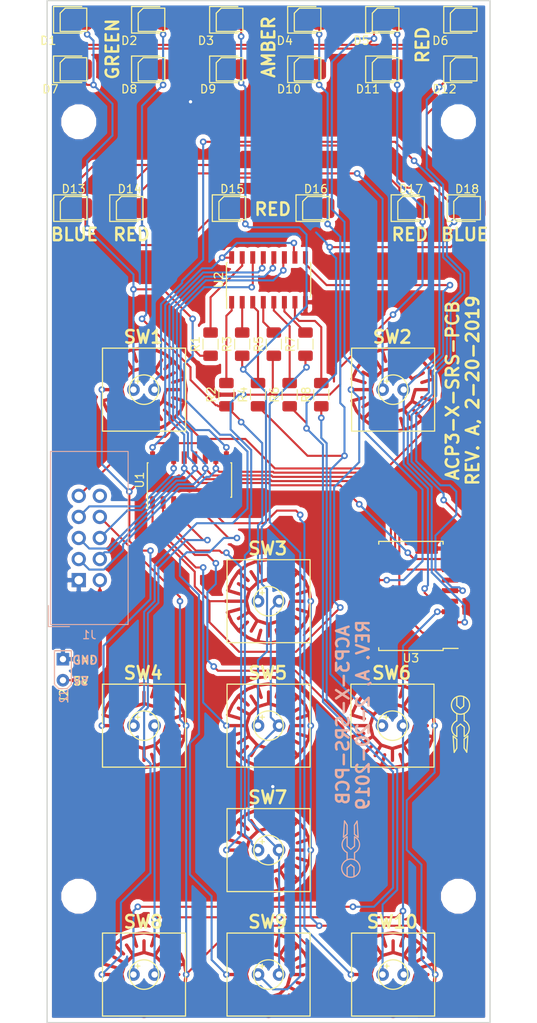
<source format=kicad_pcb>
(kicad_pcb (version 20171130) (host pcbnew "(5.0.0)")

  (general
    (thickness 1.6)
    (drawings 18)
    (tracks 785)
    (zones 0)
    (modules 47)
    (nets 48)
  )

  (page A4)
  (layers
    (0 F.Cu signal)
    (31 B.Cu signal)
    (32 B.Adhes user)
    (33 F.Adhes user)
    (34 B.Paste user)
    (35 F.Paste user)
    (36 B.SilkS user)
    (37 F.SilkS user)
    (38 B.Mask user)
    (39 F.Mask user)
    (40 Dwgs.User user)
    (41 Cmts.User user)
    (42 Eco1.User user)
    (43 Eco2.User user)
    (44 Edge.Cuts user)
    (45 Margin user)
    (46 B.CrtYd user)
    (47 F.CrtYd user)
    (48 B.Fab user)
    (49 F.Fab user)
  )

  (setup
    (last_trace_width 0.25)
    (user_trace_width 0.508)
    (trace_clearance 0.2)
    (zone_clearance 0.508)
    (zone_45_only no)
    (trace_min 0.2)
    (segment_width 0.2)
    (edge_width 0.15)
    (via_size 0.8)
    (via_drill 0.4)
    (via_min_size 0.4)
    (via_min_drill 0.3)
    (uvia_size 0.3)
    (uvia_drill 0.1)
    (uvias_allowed no)
    (uvia_min_size 0.2)
    (uvia_min_drill 0.1)
    (pcb_text_width 0.3)
    (pcb_text_size 1.5 1.5)
    (mod_edge_width 0.15)
    (mod_text_size 1 1)
    (mod_text_width 0.15)
    (pad_size 1.524 1.524)
    (pad_drill 0.762)
    (pad_to_mask_clearance 0.0508)
    (aux_axis_origin 0 0)
    (grid_origin 165 71)
    (visible_elements 7FFFFFFF)
    (pcbplotparams
      (layerselection 0x010fc_ffffffff)
      (usegerberextensions false)
      (usegerberattributes false)
      (usegerberadvancedattributes false)
      (creategerberjobfile false)
      (excludeedgelayer true)
      (linewidth 0.254000)
      (plotframeref false)
      (viasonmask false)
      (mode 1)
      (useauxorigin false)
      (hpglpennumber 1)
      (hpglpenspeed 20)
      (hpglpendiameter 15.000000)
      (psnegative false)
      (psa4output false)
      (plotreference true)
      (plotvalue true)
      (plotinvisibletext false)
      (padsonsilk false)
      (subtractmaskfromsilk false)
      (outputformat 1)
      (mirror false)
      (drillshape 1)
      (scaleselection 1)
      (outputdirectory ""))
  )

  (net 0 "")
  (net 1 LA)
  (net 2 D4)
  (net 3 LB)
  (net 4 LC)
  (net 5 LD)
  (net 6 LE)
  (net 7 LF)
  (net 8 D3)
  (net 9 D2)
  (net 10 GND)
  (net 11 5V)
  (net 12 VCC)
  (net 13 SRCLK)
  (net 14 RCLK)
  (net 15 OE)
  (net 16 SER)
  (net 17 6)
  (net 18 7)
  (net 19 22)
  (net 20 "Net-(R1-Pad2)")
  (net 21 "Net-(R2-Pad2)")
  (net 22 "Net-(R3-Pad2)")
  (net 23 "Net-(R4-Pad2)")
  (net 24 "Net-(R5-Pad2)")
  (net 25 "Net-(R6-Pad2)")
  (net 26 "Net-(R7-Pad2)")
  (net 27 LG)
  (net 28 LH)
  (net 29 "Net-(R8-Pad2)")
  (net 30 D1)
  (net 31 BA)
  (net 32 BB)
  (net 33 D0)
  (net 34 BC)
  (net 35 BD)
  (net 36 BE)
  (net 37 BF)
  (net 38 BG)
  (net 39 BH)
  (net 40 "Net-(U1-Pad9)")
  (net 41 "Net-(U2-Pad9)")
  (net 42 "Net-(U3-Pad1)")
  (net 43 D5)
  (net 44 D6)
  (net 45 D7)
  (net 46 "Net-(U3-Pad18)")
  (net 47 "Net-(U3-Pad20)")

  (net_class Default "This is the default net class."
    (clearance 0.2)
    (trace_width 0.25)
    (via_dia 0.8)
    (via_drill 0.4)
    (uvia_dia 0.3)
    (uvia_drill 0.1)
    (add_net 22)
    (add_net 5V)
    (add_net 6)
    (add_net 7)
    (add_net BA)
    (add_net BB)
    (add_net BC)
    (add_net BD)
    (add_net BE)
    (add_net BF)
    (add_net BG)
    (add_net BH)
    (add_net D0)
    (add_net D1)
    (add_net D2)
    (add_net D3)
    (add_net D4)
    (add_net D5)
    (add_net D6)
    (add_net D7)
    (add_net GND)
    (add_net LA)
    (add_net LB)
    (add_net LC)
    (add_net LD)
    (add_net LE)
    (add_net LF)
    (add_net LG)
    (add_net LH)
    (add_net "Net-(R1-Pad2)")
    (add_net "Net-(R2-Pad2)")
    (add_net "Net-(R3-Pad2)")
    (add_net "Net-(R4-Pad2)")
    (add_net "Net-(R5-Pad2)")
    (add_net "Net-(R6-Pad2)")
    (add_net "Net-(R7-Pad2)")
    (add_net "Net-(R8-Pad2)")
    (add_net "Net-(U1-Pad9)")
    (add_net "Net-(U2-Pad9)")
    (add_net "Net-(U3-Pad1)")
    (add_net "Net-(U3-Pad18)")
    (add_net "Net-(U3-Pad20)")
    (add_net OE)
    (add_net RCLK)
    (add_net SER)
    (add_net SRCLK)
    (add_net VCC)
  )

  (module AOR_custom:AOR_LOGO (layer F.Cu) (tedit 5C26ADAA) (tstamp 5C79862E)
    (at 188.114 85.732 90)
    (fp_text reference G*** (at 0 0 90) (layer F.SilkS) hide
      (effects (font (size 1.524 1.524) (thickness 0.3)))
    )
    (fp_text value AOR_LOGO (at 0.75 0 90) (layer F.SilkS) hide
      (effects (font (size 1.524 1.524) (thickness 0.3)))
    )
    (fp_circle (center 2.205821 0) (end 3.285321 0.1905) (layer F.SilkS) (width 0.15))
    (fp_arc (start -0.622642 0) (end -1.575141 0.444499) (angle -128.4180553) (layer F.SilkS) (width 0.15))
    (fp_arc (start -0.635 0) (end -1.587499 -0.444499) (angle 128.4180553) (layer F.SilkS) (width 0.15))
    (fp_line (start -1.5875 -0.4445) (end -0.4445 -0.4445) (layer F.SilkS) (width 0.15))
    (fp_line (start -0.4445 -0.4445) (end -0.0635 0) (layer F.SilkS) (width 0.15))
    (fp_line (start -0.0635 0) (end -0.4445 0.4445) (layer F.SilkS) (width 0.15))
    (fp_line (start -0.4445 0.4445) (end -1.5875 0.4445) (layer F.SilkS) (width 0.15))
    (fp_line (start 0.3175 -0.4445) (end 1.2065 -0.4445) (layer F.SilkS) (width 0.15))
    (fp_line (start 0.3175 0.4445) (end 1.2065 0.4445) (layer F.SilkS) (width 0.15))
    (fp_line (start 1.778 0) (end 2.159 -0.4445) (layer F.SilkS) (width 0.15))
    (fp_line (start 2.159 -0.4445) (end 3.175 -0.4445) (layer F.SilkS) (width 0.15))
    (fp_line (start 1.778 0) (end 2.0955 0.381) (layer F.SilkS) (width 0.15))
    (fp_line (start 2.0955 0.381) (end 3.2385 0.381) (layer F.SilkS) (width 0.15))
    (fp_line (start -1.905 -0.4445) (end -2.9845 -0.4445) (layer F.SilkS) (width 0.15))
    (fp_line (start -2.9845 -0.4445) (end -3.4925 -0.762) (layer F.SilkS) (width 0.15))
    (fp_line (start -3.4925 -0.762) (end -1.524 -0.889) (layer F.SilkS) (width 0.15))
    (fp_line (start -1.524 -0.889) (end -1.905 -0.4445) (layer F.SilkS) (width 0.15))
    (fp_line (start -1.505128 0.88103) (end -1.886128 0.43653) (layer F.SilkS) (width 0.15))
    (fp_line (start -1.886128 0.43653) (end -2.965628 0.43653) (layer F.SilkS) (width 0.15))
    (fp_line (start -3.473628 0.75403) (end -1.505128 0.88103) (layer F.SilkS) (width 0.15))
    (fp_line (start -2.965628 0.43653) (end -3.473628 0.75403) (layer F.SilkS) (width 0.15))
  )

  (module MountingHole:MountingHole_3.2mm_M3 (layer F.Cu) (tedit 5C6CDAB0) (tstamp 5C79739A)
    (at 187.86 106.56)
    (descr "Mounting Hole 3.2mm, no annular, M3")
    (tags "mounting hole 3.2mm no annular m3")
    (attr virtual)
    (fp_text reference "" (at 0 -4.2) (layer F.SilkS)
      (effects (font (size 1 1) (thickness 0.15)))
    )
    (fp_text value MountingHole_3.2mm_M3 (at 0 4.2) (layer F.Fab)
      (effects (font (size 1 1) (thickness 0.15)))
    )
    (fp_text user %R (at 0.3 0) (layer F.Fab)
      (effects (font (size 1 1) (thickness 0.15)))
    )
    (fp_circle (center 0 0) (end 3.2 0) (layer Cmts.User) (width 0.15))
    (fp_circle (center 0 0) (end 3.45 0) (layer F.CrtYd) (width 0.05))
    (pad 1 np_thru_hole circle (at 0 0) (size 3.2 3.2) (drill 3.2) (layers *.Cu *.Mask))
  )

  (module MountingHole:MountingHole_3.2mm_M3 (layer F.Cu) (tedit 5C6CDAB0) (tstamp 5C79738C)
    (at 142.14 106.56)
    (descr "Mounting Hole 3.2mm, no annular, M3")
    (tags "mounting hole 3.2mm no annular m3")
    (attr virtual)
    (fp_text reference "" (at 0 -4.2) (layer F.SilkS)
      (effects (font (size 1 1) (thickness 0.15)))
    )
    (fp_text value MountingHole_3.2mm_M3 (at 0 4.2) (layer F.Fab)
      (effects (font (size 1 1) (thickness 0.15)))
    )
    (fp_circle (center 0 0) (end 3.45 0) (layer F.CrtYd) (width 0.05))
    (fp_circle (center 0 0) (end 3.2 0) (layer Cmts.User) (width 0.15))
    (fp_text user %R (at 0.3 0) (layer F.Fab)
      (effects (font (size 1 1) (thickness 0.15)))
    )
    (pad 1 np_thru_hole circle (at 0 0) (size 3.2 3.2) (drill 3.2) (layers *.Cu *.Mask))
  )

  (module MountingHole:MountingHole_3.2mm_M3 (layer F.Cu) (tedit 5C6CDAB0) (tstamp 5C79737E)
    (at 187.86 13.215)
    (descr "Mounting Hole 3.2mm, no annular, M3")
    (tags "mounting hole 3.2mm no annular m3")
    (attr virtual)
    (fp_text reference "" (at 0 -4.2) (layer F.SilkS)
      (effects (font (size 1 1) (thickness 0.15)))
    )
    (fp_text value MountingHole_3.2mm_M3 (at 0 4.2) (layer F.Fab)
      (effects (font (size 1 1) (thickness 0.15)))
    )
    (fp_text user %R (at 0.3 0) (layer F.Fab)
      (effects (font (size 1 1) (thickness 0.15)))
    )
    (fp_circle (center 0 0) (end 3.2 0) (layer Cmts.User) (width 0.15))
    (fp_circle (center 0 0) (end 3.45 0) (layer F.CrtYd) (width 0.05))
    (pad 1 np_thru_hole circle (at 0 0) (size 3.2 3.2) (drill 3.2) (layers *.Cu *.Mask))
  )

  (module "AOR_custom:WL-SMTW SMD LED" (layer F.Cu) (tedit 5C2849BC) (tstamp 5C790C59)
    (at 141.505 0.92)
    (path /5C6CBFC4)
    (fp_text reference D1 (at -3.035 2.516) (layer F.SilkS)
      (effects (font (size 1 1) (thickness 0.15)))
    )
    (fp_text value LED (at 0.1 2.5) (layer F.Fab)
      (effects (font (size 1 1) (thickness 0.15)))
    )
    (fp_line (start -2.4 1.6) (end 1 1.6) (layer F.SilkS) (width 0.15))
    (fp_line (start -2.4 -1.6) (end -2.4 1.6) (layer F.SilkS) (width 0.15))
    (fp_line (start 1 -1.6) (end -2.4 -1.6) (layer F.SilkS) (width 0.15))
    (fp_line (start -1.6 1.4) (end -1.6 -0.8) (layer F.SilkS) (width 0.15))
    (fp_line (start -1 -1.4) (end 1.6 -1.4) (layer F.SilkS) (width 0.15))
    (fp_line (start -1.6 -0.8) (end -1 -1.4) (layer F.SilkS) (width 0.15))
    (fp_line (start 1.6 1.4) (end 1.6 -1.4) (layer F.SilkS) (width 0.15))
    (fp_line (start -1.6 1.4) (end 1.6 1.4) (layer F.SilkS) (width 0.15))
    (pad 2 smd roundrect (at 1.425 0) (size 1.6 2.4) (layers F.Cu F.Paste F.Mask) (roundrect_rratio 0.25)
      (net 1 LA))
    (pad 1 smd roundrect (at -1.425 0) (size 1.6 2.4) (layers F.Cu F.Paste F.Mask) (roundrect_rratio 0.25)
      (net 2 D4))
  )

  (module "AOR_custom:WL-SMTW SMD LED" (layer F.Cu) (tedit 5C2849BC) (tstamp 5C790C67)
    (at 150.903 0.92)
    (path /5C6CC0E4)
    (fp_text reference D2 (at -2.685 2.516) (layer F.SilkS)
      (effects (font (size 1 1) (thickness 0.15)))
    )
    (fp_text value LED (at 0.1 2.5) (layer F.Fab)
      (effects (font (size 1 1) (thickness 0.15)))
    )
    (fp_line (start -1.6 1.4) (end 1.6 1.4) (layer F.SilkS) (width 0.15))
    (fp_line (start 1.6 1.4) (end 1.6 -1.4) (layer F.SilkS) (width 0.15))
    (fp_line (start -1.6 -0.8) (end -1 -1.4) (layer F.SilkS) (width 0.15))
    (fp_line (start -1 -1.4) (end 1.6 -1.4) (layer F.SilkS) (width 0.15))
    (fp_line (start -1.6 1.4) (end -1.6 -0.8) (layer F.SilkS) (width 0.15))
    (fp_line (start 1 -1.6) (end -2.4 -1.6) (layer F.SilkS) (width 0.15))
    (fp_line (start -2.4 -1.6) (end -2.4 1.6) (layer F.SilkS) (width 0.15))
    (fp_line (start -2.4 1.6) (end 1 1.6) (layer F.SilkS) (width 0.15))
    (pad 1 smd roundrect (at -1.425 0) (size 1.6 2.4) (layers F.Cu F.Paste F.Mask) (roundrect_rratio 0.25)
      (net 2 D4))
    (pad 2 smd roundrect (at 1.425 0) (size 1.6 2.4) (layers F.Cu F.Paste F.Mask) (roundrect_rratio 0.25)
      (net 3 LB))
  )

  (module "AOR_custom:WL-SMTW SMD LED" (layer F.Cu) (tedit 5C2849BC) (tstamp 5C790C75)
    (at 160.301 0.92)
    (path /5C6CC120)
    (fp_text reference D3 (at -2.843 2.516) (layer F.SilkS)
      (effects (font (size 1 1) (thickness 0.15)))
    )
    (fp_text value LED (at 0.1 2.5) (layer F.Fab)
      (effects (font (size 1 1) (thickness 0.15)))
    )
    (fp_line (start -2.4 1.6) (end 1 1.6) (layer F.SilkS) (width 0.15))
    (fp_line (start -2.4 -1.6) (end -2.4 1.6) (layer F.SilkS) (width 0.15))
    (fp_line (start 1 -1.6) (end -2.4 -1.6) (layer F.SilkS) (width 0.15))
    (fp_line (start -1.6 1.4) (end -1.6 -0.8) (layer F.SilkS) (width 0.15))
    (fp_line (start -1 -1.4) (end 1.6 -1.4) (layer F.SilkS) (width 0.15))
    (fp_line (start -1.6 -0.8) (end -1 -1.4) (layer F.SilkS) (width 0.15))
    (fp_line (start 1.6 1.4) (end 1.6 -1.4) (layer F.SilkS) (width 0.15))
    (fp_line (start -1.6 1.4) (end 1.6 1.4) (layer F.SilkS) (width 0.15))
    (pad 2 smd roundrect (at 1.425 0) (size 1.6 2.4) (layers F.Cu F.Paste F.Mask) (roundrect_rratio 0.25)
      (net 4 LC))
    (pad 1 smd roundrect (at -1.425 0) (size 1.6 2.4) (layers F.Cu F.Paste F.Mask) (roundrect_rratio 0.25)
      (net 2 D4))
  )

  (module "AOR_custom:WL-SMTW SMD LED" (layer F.Cu) (tedit 5C2849BC) (tstamp 5C790C83)
    (at 169.699 0.92)
    (path /5C6CC160)
    (fp_text reference D4 (at -2.747 2.516) (layer F.SilkS)
      (effects (font (size 1 1) (thickness 0.15)))
    )
    (fp_text value LED (at 0.1 2.5) (layer F.Fab)
      (effects (font (size 1 1) (thickness 0.15)))
    )
    (fp_line (start -1.6 1.4) (end 1.6 1.4) (layer F.SilkS) (width 0.15))
    (fp_line (start 1.6 1.4) (end 1.6 -1.4) (layer F.SilkS) (width 0.15))
    (fp_line (start -1.6 -0.8) (end -1 -1.4) (layer F.SilkS) (width 0.15))
    (fp_line (start -1 -1.4) (end 1.6 -1.4) (layer F.SilkS) (width 0.15))
    (fp_line (start -1.6 1.4) (end -1.6 -0.8) (layer F.SilkS) (width 0.15))
    (fp_line (start 1 -1.6) (end -2.4 -1.6) (layer F.SilkS) (width 0.15))
    (fp_line (start -2.4 -1.6) (end -2.4 1.6) (layer F.SilkS) (width 0.15))
    (fp_line (start -2.4 1.6) (end 1 1.6) (layer F.SilkS) (width 0.15))
    (pad 1 smd roundrect (at -1.425 0) (size 1.6 2.4) (layers F.Cu F.Paste F.Mask) (roundrect_rratio 0.25)
      (net 2 D4))
    (pad 2 smd roundrect (at 1.425 0) (size 1.6 2.4) (layers F.Cu F.Paste F.Mask) (roundrect_rratio 0.25)
      (net 5 LD))
  )

  (module "AOR_custom:WL-SMTW SMD LED" (layer F.Cu) (tedit 5C2849BC) (tstamp 5C790C91)
    (at 179.097 0.92)
    (path /5C6CC1A6)
    (fp_text reference D5 (at -2.905 2.516) (layer F.SilkS)
      (effects (font (size 1 1) (thickness 0.15)))
    )
    (fp_text value LED (at 0.1 2.5) (layer F.Fab)
      (effects (font (size 1 1) (thickness 0.15)))
    )
    (fp_line (start -2.4 1.6) (end 1 1.6) (layer F.SilkS) (width 0.15))
    (fp_line (start -2.4 -1.6) (end -2.4 1.6) (layer F.SilkS) (width 0.15))
    (fp_line (start 1 -1.6) (end -2.4 -1.6) (layer F.SilkS) (width 0.15))
    (fp_line (start -1.6 1.4) (end -1.6 -0.8) (layer F.SilkS) (width 0.15))
    (fp_line (start -1 -1.4) (end 1.6 -1.4) (layer F.SilkS) (width 0.15))
    (fp_line (start -1.6 -0.8) (end -1 -1.4) (layer F.SilkS) (width 0.15))
    (fp_line (start 1.6 1.4) (end 1.6 -1.4) (layer F.SilkS) (width 0.15))
    (fp_line (start -1.6 1.4) (end 1.6 1.4) (layer F.SilkS) (width 0.15))
    (pad 2 smd roundrect (at 1.425 0) (size 1.6 2.4) (layers F.Cu F.Paste F.Mask) (roundrect_rratio 0.25)
      (net 6 LE))
    (pad 1 smd roundrect (at -1.425 0) (size 1.6 2.4) (layers F.Cu F.Paste F.Mask) (roundrect_rratio 0.25)
      (net 2 D4))
  )

  (module "AOR_custom:WL-SMTW SMD LED" (layer F.Cu) (tedit 5C2849BC) (tstamp 5C790C9F)
    (at 188.495 0.92)
    (path /5C6CC1E8)
    (fp_text reference D6 (at -2.809 2.516) (layer F.SilkS)
      (effects (font (size 1 1) (thickness 0.15)))
    )
    (fp_text value LED (at 0.1 2.5) (layer F.Fab)
      (effects (font (size 1 1) (thickness 0.15)))
    )
    (fp_line (start -1.6 1.4) (end 1.6 1.4) (layer F.SilkS) (width 0.15))
    (fp_line (start 1.6 1.4) (end 1.6 -1.4) (layer F.SilkS) (width 0.15))
    (fp_line (start -1.6 -0.8) (end -1 -1.4) (layer F.SilkS) (width 0.15))
    (fp_line (start -1 -1.4) (end 1.6 -1.4) (layer F.SilkS) (width 0.15))
    (fp_line (start -1.6 1.4) (end -1.6 -0.8) (layer F.SilkS) (width 0.15))
    (fp_line (start 1 -1.6) (end -2.4 -1.6) (layer F.SilkS) (width 0.15))
    (fp_line (start -2.4 -1.6) (end -2.4 1.6) (layer F.SilkS) (width 0.15))
    (fp_line (start -2.4 1.6) (end 1 1.6) (layer F.SilkS) (width 0.15))
    (pad 1 smd roundrect (at -1.425 0) (size 1.6 2.4) (layers F.Cu F.Paste F.Mask) (roundrect_rratio 0.25)
      (net 2 D4))
    (pad 2 smd roundrect (at 1.425 0) (size 1.6 2.4) (layers F.Cu F.Paste F.Mask) (roundrect_rratio 0.25)
      (net 7 LF))
  )

  (module "AOR_custom:WL-SMTW SMD LED" (layer F.Cu) (tedit 5C2849BC) (tstamp 5C790CAD)
    (at 141.505 6.89)
    (path /5C6CE103)
    (fp_text reference D7 (at -2.781 2.388) (layer F.SilkS)
      (effects (font (size 1 1) (thickness 0.15)))
    )
    (fp_text value LED (at 0.1 2.5) (layer F.Fab)
      (effects (font (size 1 1) (thickness 0.15)))
    )
    (fp_line (start -2.4 1.6) (end 1 1.6) (layer F.SilkS) (width 0.15))
    (fp_line (start -2.4 -1.6) (end -2.4 1.6) (layer F.SilkS) (width 0.15))
    (fp_line (start 1 -1.6) (end -2.4 -1.6) (layer F.SilkS) (width 0.15))
    (fp_line (start -1.6 1.4) (end -1.6 -0.8) (layer F.SilkS) (width 0.15))
    (fp_line (start -1 -1.4) (end 1.6 -1.4) (layer F.SilkS) (width 0.15))
    (fp_line (start -1.6 -0.8) (end -1 -1.4) (layer F.SilkS) (width 0.15))
    (fp_line (start 1.6 1.4) (end 1.6 -1.4) (layer F.SilkS) (width 0.15))
    (fp_line (start -1.6 1.4) (end 1.6 1.4) (layer F.SilkS) (width 0.15))
    (pad 2 smd roundrect (at 1.425 0) (size 1.6 2.4) (layers F.Cu F.Paste F.Mask) (roundrect_rratio 0.25)
      (net 1 LA))
    (pad 1 smd roundrect (at -1.425 0) (size 1.6 2.4) (layers F.Cu F.Paste F.Mask) (roundrect_rratio 0.25)
      (net 8 D3))
  )

  (module "AOR_custom:WL-SMTW SMD LED" (layer F.Cu) (tedit 5C2849BC) (tstamp 5C790CBB)
    (at 150.903 6.89)
    (path /5C6CE10A)
    (fp_text reference D8 (at -2.685 2.388) (layer F.SilkS)
      (effects (font (size 1 1) (thickness 0.15)))
    )
    (fp_text value LED (at 0.1 2.5) (layer F.Fab)
      (effects (font (size 1 1) (thickness 0.15)))
    )
    (fp_line (start -1.6 1.4) (end 1.6 1.4) (layer F.SilkS) (width 0.15))
    (fp_line (start 1.6 1.4) (end 1.6 -1.4) (layer F.SilkS) (width 0.15))
    (fp_line (start -1.6 -0.8) (end -1 -1.4) (layer F.SilkS) (width 0.15))
    (fp_line (start -1 -1.4) (end 1.6 -1.4) (layer F.SilkS) (width 0.15))
    (fp_line (start -1.6 1.4) (end -1.6 -0.8) (layer F.SilkS) (width 0.15))
    (fp_line (start 1 -1.6) (end -2.4 -1.6) (layer F.SilkS) (width 0.15))
    (fp_line (start -2.4 -1.6) (end -2.4 1.6) (layer F.SilkS) (width 0.15))
    (fp_line (start -2.4 1.6) (end 1 1.6) (layer F.SilkS) (width 0.15))
    (pad 1 smd roundrect (at -1.425 0) (size 1.6 2.4) (layers F.Cu F.Paste F.Mask) (roundrect_rratio 0.25)
      (net 8 D3))
    (pad 2 smd roundrect (at 1.425 0) (size 1.6 2.4) (layers F.Cu F.Paste F.Mask) (roundrect_rratio 0.25)
      (net 3 LB))
  )

  (module "AOR_custom:WL-SMTW SMD LED" (layer F.Cu) (tedit 5C2849BC) (tstamp 5C790CC9)
    (at 160.301 6.89)
    (path /5C6CE111)
    (fp_text reference D9 (at -2.589 2.388) (layer F.SilkS)
      (effects (font (size 1 1) (thickness 0.15)))
    )
    (fp_text value LED (at 0.1 2.5) (layer F.Fab)
      (effects (font (size 1 1) (thickness 0.15)))
    )
    (fp_line (start -2.4 1.6) (end 1 1.6) (layer F.SilkS) (width 0.15))
    (fp_line (start -2.4 -1.6) (end -2.4 1.6) (layer F.SilkS) (width 0.15))
    (fp_line (start 1 -1.6) (end -2.4 -1.6) (layer F.SilkS) (width 0.15))
    (fp_line (start -1.6 1.4) (end -1.6 -0.8) (layer F.SilkS) (width 0.15))
    (fp_line (start -1 -1.4) (end 1.6 -1.4) (layer F.SilkS) (width 0.15))
    (fp_line (start -1.6 -0.8) (end -1 -1.4) (layer F.SilkS) (width 0.15))
    (fp_line (start 1.6 1.4) (end 1.6 -1.4) (layer F.SilkS) (width 0.15))
    (fp_line (start -1.6 1.4) (end 1.6 1.4) (layer F.SilkS) (width 0.15))
    (pad 2 smd roundrect (at 1.425 0) (size 1.6 2.4) (layers F.Cu F.Paste F.Mask) (roundrect_rratio 0.25)
      (net 4 LC))
    (pad 1 smd roundrect (at -1.425 0) (size 1.6 2.4) (layers F.Cu F.Paste F.Mask) (roundrect_rratio 0.25)
      (net 8 D3))
  )

  (module "AOR_custom:WL-SMTW SMD LED" (layer F.Cu) (tedit 5C2849BC) (tstamp 5C790CD7)
    (at 169.699 6.89)
    (path /5C6CE118)
    (fp_text reference D10 (at -2.239 2.388) (layer F.SilkS)
      (effects (font (size 1 1) (thickness 0.15)))
    )
    (fp_text value LED (at 0.1 2.5) (layer F.Fab)
      (effects (font (size 1 1) (thickness 0.15)))
    )
    (fp_line (start -1.6 1.4) (end 1.6 1.4) (layer F.SilkS) (width 0.15))
    (fp_line (start 1.6 1.4) (end 1.6 -1.4) (layer F.SilkS) (width 0.15))
    (fp_line (start -1.6 -0.8) (end -1 -1.4) (layer F.SilkS) (width 0.15))
    (fp_line (start -1 -1.4) (end 1.6 -1.4) (layer F.SilkS) (width 0.15))
    (fp_line (start -1.6 1.4) (end -1.6 -0.8) (layer F.SilkS) (width 0.15))
    (fp_line (start 1 -1.6) (end -2.4 -1.6) (layer F.SilkS) (width 0.15))
    (fp_line (start -2.4 -1.6) (end -2.4 1.6) (layer F.SilkS) (width 0.15))
    (fp_line (start -2.4 1.6) (end 1 1.6) (layer F.SilkS) (width 0.15))
    (pad 1 smd roundrect (at -1.425 0) (size 1.6 2.4) (layers F.Cu F.Paste F.Mask) (roundrect_rratio 0.25)
      (net 8 D3))
    (pad 2 smd roundrect (at 1.425 0) (size 1.6 2.4) (layers F.Cu F.Paste F.Mask) (roundrect_rratio 0.25)
      (net 5 LD))
  )

  (module "AOR_custom:WL-SMTW SMD LED" (layer F.Cu) (tedit 5C2849BC) (tstamp 5C790CE5)
    (at 179.097 6.89)
    (path /5C6CE11F)
    (fp_text reference D11 (at -2.143 2.388) (layer F.SilkS)
      (effects (font (size 1 1) (thickness 0.15)))
    )
    (fp_text value LED (at 0.1 2.5) (layer F.Fab)
      (effects (font (size 1 1) (thickness 0.15)))
    )
    (fp_line (start -1.6 1.4) (end 1.6 1.4) (layer F.SilkS) (width 0.15))
    (fp_line (start 1.6 1.4) (end 1.6 -1.4) (layer F.SilkS) (width 0.15))
    (fp_line (start -1.6 -0.8) (end -1 -1.4) (layer F.SilkS) (width 0.15))
    (fp_line (start -1 -1.4) (end 1.6 -1.4) (layer F.SilkS) (width 0.15))
    (fp_line (start -1.6 1.4) (end -1.6 -0.8) (layer F.SilkS) (width 0.15))
    (fp_line (start 1 -1.6) (end -2.4 -1.6) (layer F.SilkS) (width 0.15))
    (fp_line (start -2.4 -1.6) (end -2.4 1.6) (layer F.SilkS) (width 0.15))
    (fp_line (start -2.4 1.6) (end 1 1.6) (layer F.SilkS) (width 0.15))
    (pad 1 smd roundrect (at -1.425 0) (size 1.6 2.4) (layers F.Cu F.Paste F.Mask) (roundrect_rratio 0.25)
      (net 8 D3))
    (pad 2 smd roundrect (at 1.425 0) (size 1.6 2.4) (layers F.Cu F.Paste F.Mask) (roundrect_rratio 0.25)
      (net 6 LE))
  )

  (module "AOR_custom:WL-SMTW SMD LED" (layer F.Cu) (tedit 5C2849BC) (tstamp 5C790CF3)
    (at 188.495 6.89)
    (path /5C6CE126)
    (fp_text reference D12 (at -2.301 2.388) (layer F.SilkS)
      (effects (font (size 1 1) (thickness 0.15)))
    )
    (fp_text value LED (at 0.1 2.5) (layer F.Fab)
      (effects (font (size 1 1) (thickness 0.15)))
    )
    (fp_line (start -2.4 1.6) (end 1 1.6) (layer F.SilkS) (width 0.15))
    (fp_line (start -2.4 -1.6) (end -2.4 1.6) (layer F.SilkS) (width 0.15))
    (fp_line (start 1 -1.6) (end -2.4 -1.6) (layer F.SilkS) (width 0.15))
    (fp_line (start -1.6 1.4) (end -1.6 -0.8) (layer F.SilkS) (width 0.15))
    (fp_line (start -1 -1.4) (end 1.6 -1.4) (layer F.SilkS) (width 0.15))
    (fp_line (start -1.6 -0.8) (end -1 -1.4) (layer F.SilkS) (width 0.15))
    (fp_line (start 1.6 1.4) (end 1.6 -1.4) (layer F.SilkS) (width 0.15))
    (fp_line (start -1.6 1.4) (end 1.6 1.4) (layer F.SilkS) (width 0.15))
    (pad 2 smd roundrect (at 1.425 0) (size 1.6 2.4) (layers F.Cu F.Paste F.Mask) (roundrect_rratio 0.25)
      (net 7 LF))
    (pad 1 smd roundrect (at -1.425 0) (size 1.6 2.4) (layers F.Cu F.Paste F.Mask) (roundrect_rratio 0.25)
      (net 8 D3))
  )

  (module "AOR_custom:WL-SMTW SMD LED" (layer F.Cu) (tedit 5C2849BC) (tstamp 5C790D01)
    (at 141.525 23.62)
    (path /5C6CE3D1)
    (fp_text reference D13 (at 0 -2.3) (layer F.SilkS)
      (effects (font (size 1 1) (thickness 0.15)))
    )
    (fp_text value LED (at 0.1 2.5) (layer F.Fab)
      (effects (font (size 1 1) (thickness 0.15)))
    )
    (fp_line (start -1.6 1.4) (end 1.6 1.4) (layer F.SilkS) (width 0.15))
    (fp_line (start 1.6 1.4) (end 1.6 -1.4) (layer F.SilkS) (width 0.15))
    (fp_line (start -1.6 -0.8) (end -1 -1.4) (layer F.SilkS) (width 0.15))
    (fp_line (start -1 -1.4) (end 1.6 -1.4) (layer F.SilkS) (width 0.15))
    (fp_line (start -1.6 1.4) (end -1.6 -0.8) (layer F.SilkS) (width 0.15))
    (fp_line (start 1 -1.6) (end -2.4 -1.6) (layer F.SilkS) (width 0.15))
    (fp_line (start -2.4 -1.6) (end -2.4 1.6) (layer F.SilkS) (width 0.15))
    (fp_line (start -2.4 1.6) (end 1 1.6) (layer F.SilkS) (width 0.15))
    (pad 1 smd roundrect (at -1.425 0) (size 1.6 2.4) (layers F.Cu F.Paste F.Mask) (roundrect_rratio 0.25)
      (net 9 D2))
    (pad 2 smd roundrect (at 1.425 0) (size 1.6 2.4) (layers F.Cu F.Paste F.Mask) (roundrect_rratio 0.25)
      (net 1 LA))
  )

  (module "AOR_custom:WL-SMTW SMD LED" (layer F.Cu) (tedit 5C2849BC) (tstamp 5C790D0F)
    (at 148.275 23.62)
    (path /5C6CE3D8)
    (fp_text reference D14 (at 0 -2.3) (layer F.SilkS)
      (effects (font (size 1 1) (thickness 0.15)))
    )
    (fp_text value LED (at 0.1 2.5) (layer F.Fab)
      (effects (font (size 1 1) (thickness 0.15)))
    )
    (fp_line (start -2.4 1.6) (end 1 1.6) (layer F.SilkS) (width 0.15))
    (fp_line (start -2.4 -1.6) (end -2.4 1.6) (layer F.SilkS) (width 0.15))
    (fp_line (start 1 -1.6) (end -2.4 -1.6) (layer F.SilkS) (width 0.15))
    (fp_line (start -1.6 1.4) (end -1.6 -0.8) (layer F.SilkS) (width 0.15))
    (fp_line (start -1 -1.4) (end 1.6 -1.4) (layer F.SilkS) (width 0.15))
    (fp_line (start -1.6 -0.8) (end -1 -1.4) (layer F.SilkS) (width 0.15))
    (fp_line (start 1.6 1.4) (end 1.6 -1.4) (layer F.SilkS) (width 0.15))
    (fp_line (start -1.6 1.4) (end 1.6 1.4) (layer F.SilkS) (width 0.15))
    (pad 2 smd roundrect (at 1.425 0) (size 1.6 2.4) (layers F.Cu F.Paste F.Mask) (roundrect_rratio 0.25)
      (net 3 LB))
    (pad 1 smd roundrect (at -1.425 0) (size 1.6 2.4) (layers F.Cu F.Paste F.Mask) (roundrect_rratio 0.25)
      (net 9 D2))
  )

  (module "AOR_custom:WL-SMTW SMD LED" (layer F.Cu) (tedit 5C2849BC) (tstamp 5C790D1D)
    (at 160.625 23.62)
    (path /5C6CE3DF)
    (fp_text reference D15 (at 0 -2.3) (layer F.SilkS)
      (effects (font (size 1 1) (thickness 0.15)))
    )
    (fp_text value LED (at 0.1 2.5) (layer F.Fab)
      (effects (font (size 1 1) (thickness 0.15)))
    )
    (fp_line (start -1.6 1.4) (end 1.6 1.4) (layer F.SilkS) (width 0.15))
    (fp_line (start 1.6 1.4) (end 1.6 -1.4) (layer F.SilkS) (width 0.15))
    (fp_line (start -1.6 -0.8) (end -1 -1.4) (layer F.SilkS) (width 0.15))
    (fp_line (start -1 -1.4) (end 1.6 -1.4) (layer F.SilkS) (width 0.15))
    (fp_line (start -1.6 1.4) (end -1.6 -0.8) (layer F.SilkS) (width 0.15))
    (fp_line (start 1 -1.6) (end -2.4 -1.6) (layer F.SilkS) (width 0.15))
    (fp_line (start -2.4 -1.6) (end -2.4 1.6) (layer F.SilkS) (width 0.15))
    (fp_line (start -2.4 1.6) (end 1 1.6) (layer F.SilkS) (width 0.15))
    (pad 1 smd roundrect (at -1.425 0) (size 1.6 2.4) (layers F.Cu F.Paste F.Mask) (roundrect_rratio 0.25)
      (net 9 D2))
    (pad 2 smd roundrect (at 1.425 0) (size 1.6 2.4) (layers F.Cu F.Paste F.Mask) (roundrect_rratio 0.25)
      (net 4 LC))
  )

  (module "AOR_custom:WL-SMTW SMD LED" (layer F.Cu) (tedit 5C2849BC) (tstamp 5C790D2B)
    (at 170.705 23.62)
    (path /5C6CE3E6)
    (fp_text reference D16 (at 0 -2.3) (layer F.SilkS)
      (effects (font (size 1 1) (thickness 0.15)))
    )
    (fp_text value LED (at 0.1 2.5) (layer F.Fab)
      (effects (font (size 1 1) (thickness 0.15)))
    )
    (fp_line (start -2.4 1.6) (end 1 1.6) (layer F.SilkS) (width 0.15))
    (fp_line (start -2.4 -1.6) (end -2.4 1.6) (layer F.SilkS) (width 0.15))
    (fp_line (start 1 -1.6) (end -2.4 -1.6) (layer F.SilkS) (width 0.15))
    (fp_line (start -1.6 1.4) (end -1.6 -0.8) (layer F.SilkS) (width 0.15))
    (fp_line (start -1 -1.4) (end 1.6 -1.4) (layer F.SilkS) (width 0.15))
    (fp_line (start -1.6 -0.8) (end -1 -1.4) (layer F.SilkS) (width 0.15))
    (fp_line (start 1.6 1.4) (end 1.6 -1.4) (layer F.SilkS) (width 0.15))
    (fp_line (start -1.6 1.4) (end 1.6 1.4) (layer F.SilkS) (width 0.15))
    (pad 2 smd roundrect (at 1.425 0) (size 1.6 2.4) (layers F.Cu F.Paste F.Mask) (roundrect_rratio 0.25)
      (net 5 LD))
    (pad 1 smd roundrect (at -1.425 0) (size 1.6 2.4) (layers F.Cu F.Paste F.Mask) (roundrect_rratio 0.25)
      (net 9 D2))
  )

  (module "AOR_custom:WL-SMTW SMD LED" (layer F.Cu) (tedit 5C2849BC) (tstamp 5C790D39)
    (at 182.165 23.62)
    (path /5C6CE3ED)
    (fp_text reference D17 (at 0 -2.3) (layer F.SilkS)
      (effects (font (size 1 1) (thickness 0.15)))
    )
    (fp_text value LED (at 0.1 2.5) (layer F.Fab)
      (effects (font (size 1 1) (thickness 0.15)))
    )
    (fp_line (start -1.6 1.4) (end 1.6 1.4) (layer F.SilkS) (width 0.15))
    (fp_line (start 1.6 1.4) (end 1.6 -1.4) (layer F.SilkS) (width 0.15))
    (fp_line (start -1.6 -0.8) (end -1 -1.4) (layer F.SilkS) (width 0.15))
    (fp_line (start -1 -1.4) (end 1.6 -1.4) (layer F.SilkS) (width 0.15))
    (fp_line (start -1.6 1.4) (end -1.6 -0.8) (layer F.SilkS) (width 0.15))
    (fp_line (start 1 -1.6) (end -2.4 -1.6) (layer F.SilkS) (width 0.15))
    (fp_line (start -2.4 -1.6) (end -2.4 1.6) (layer F.SilkS) (width 0.15))
    (fp_line (start -2.4 1.6) (end 1 1.6) (layer F.SilkS) (width 0.15))
    (pad 1 smd roundrect (at -1.425 0) (size 1.6 2.4) (layers F.Cu F.Paste F.Mask) (roundrect_rratio 0.25)
      (net 9 D2))
    (pad 2 smd roundrect (at 1.425 0) (size 1.6 2.4) (layers F.Cu F.Paste F.Mask) (roundrect_rratio 0.25)
      (net 6 LE))
  )

  (module "AOR_custom:WL-SMTW SMD LED" (layer F.Cu) (tedit 5C2849BC) (tstamp 5C790D47)
    (at 188.905 23.62)
    (path /5C6CE3F4)
    (fp_text reference D18 (at 0 -2.3) (layer F.SilkS)
      (effects (font (size 1 1) (thickness 0.15)))
    )
    (fp_text value LED (at 0.1 2.5) (layer F.Fab)
      (effects (font (size 1 1) (thickness 0.15)))
    )
    (fp_line (start -2.4 1.6) (end 1 1.6) (layer F.SilkS) (width 0.15))
    (fp_line (start -2.4 -1.6) (end -2.4 1.6) (layer F.SilkS) (width 0.15))
    (fp_line (start 1 -1.6) (end -2.4 -1.6) (layer F.SilkS) (width 0.15))
    (fp_line (start -1.6 1.4) (end -1.6 -0.8) (layer F.SilkS) (width 0.15))
    (fp_line (start -1 -1.4) (end 1.6 -1.4) (layer F.SilkS) (width 0.15))
    (fp_line (start -1.6 -0.8) (end -1 -1.4) (layer F.SilkS) (width 0.15))
    (fp_line (start 1.6 1.4) (end 1.6 -1.4) (layer F.SilkS) (width 0.15))
    (fp_line (start -1.6 1.4) (end 1.6 1.4) (layer F.SilkS) (width 0.15))
    (pad 2 smd roundrect (at 1.425 0) (size 1.6 2.4) (layers F.Cu F.Paste F.Mask) (roundrect_rratio 0.25)
      (net 7 LF))
    (pad 1 smd roundrect (at -1.425 0) (size 1.6 2.4) (layers F.Cu F.Paste F.Mask) (roundrect_rratio 0.25)
      (net 9 D2))
  )

  (module Connector_IDC:IDC-Header_2x05_P2.54mm_Vertical (layer B.Cu) (tedit 59DE0611) (tstamp 5C790D6F)
    (at 142.14 68.46)
    (descr "Through hole straight IDC box header, 2x05, 2.54mm pitch, double rows")
    (tags "Through hole IDC box header THT 2x05 2.54mm double row")
    (path /5C4DFC44)
    (fp_text reference J1 (at 1.27 6.604) (layer B.SilkS)
      (effects (font (size 1 1) (thickness 0.15)) (justify mirror))
    )
    (fp_text value Conn_01x10 (at 1.27 -16.764) (layer B.Fab)
      (effects (font (size 1 1) (thickness 0.15)) (justify mirror))
    )
    (fp_text user %R (at 1.27 -5.08) (layer B.Fab)
      (effects (font (size 1 1) (thickness 0.15)) (justify mirror))
    )
    (fp_line (start 5.695 5.1) (end 5.695 -15.26) (layer B.Fab) (width 0.1))
    (fp_line (start 5.145 4.56) (end 5.145 -14.7) (layer B.Fab) (width 0.1))
    (fp_line (start -3.155 5.1) (end -3.155 -15.26) (layer B.Fab) (width 0.1))
    (fp_line (start -2.605 4.56) (end -2.605 -2.83) (layer B.Fab) (width 0.1))
    (fp_line (start -2.605 -7.33) (end -2.605 -14.7) (layer B.Fab) (width 0.1))
    (fp_line (start -2.605 -2.83) (end -3.155 -2.83) (layer B.Fab) (width 0.1))
    (fp_line (start -2.605 -7.33) (end -3.155 -7.33) (layer B.Fab) (width 0.1))
    (fp_line (start 5.695 5.1) (end -3.155 5.1) (layer B.Fab) (width 0.1))
    (fp_line (start 5.145 4.56) (end -2.605 4.56) (layer B.Fab) (width 0.1))
    (fp_line (start 5.695 -15.26) (end -3.155 -15.26) (layer B.Fab) (width 0.1))
    (fp_line (start 5.145 -14.7) (end -2.605 -14.7) (layer B.Fab) (width 0.1))
    (fp_line (start 5.695 5.1) (end 5.145 4.56) (layer B.Fab) (width 0.1))
    (fp_line (start 5.695 -15.26) (end 5.145 -14.7) (layer B.Fab) (width 0.1))
    (fp_line (start -3.155 5.1) (end -2.605 4.56) (layer B.Fab) (width 0.1))
    (fp_line (start -3.155 -15.26) (end -2.605 -14.7) (layer B.Fab) (width 0.1))
    (fp_line (start 5.95 5.35) (end 5.95 -15.51) (layer B.CrtYd) (width 0.05))
    (fp_line (start 5.95 -15.51) (end -3.41 -15.51) (layer B.CrtYd) (width 0.05))
    (fp_line (start -3.41 -15.51) (end -3.41 5.35) (layer B.CrtYd) (width 0.05))
    (fp_line (start -3.41 5.35) (end 5.95 5.35) (layer B.CrtYd) (width 0.05))
    (fp_line (start 5.945 5.35) (end 5.945 -15.51) (layer B.SilkS) (width 0.12))
    (fp_line (start 5.945 -15.51) (end -3.405 -15.51) (layer B.SilkS) (width 0.12))
    (fp_line (start -3.405 -15.51) (end -3.405 5.35) (layer B.SilkS) (width 0.12))
    (fp_line (start -3.405 5.35) (end 5.945 5.35) (layer B.SilkS) (width 0.12))
    (fp_line (start -3.655 5.6) (end -3.655 3.06) (layer B.SilkS) (width 0.12))
    (fp_line (start -3.655 5.6) (end -1.115 5.6) (layer B.SilkS) (width 0.12))
    (pad 1 thru_hole rect (at 0 0) (size 1.7272 1.7272) (drill 1.016) (layers *.Cu *.Mask)
      (net 10 GND))
    (pad 2 thru_hole oval (at 2.54 0) (size 1.7272 1.7272) (drill 1.016) (layers *.Cu *.Mask)
      (net 11 5V))
    (pad 3 thru_hole oval (at 0 -2.54) (size 1.7272 1.7272) (drill 1.016) (layers *.Cu *.Mask)
      (net 12 VCC))
    (pad 4 thru_hole oval (at 2.54 -2.54) (size 1.7272 1.7272) (drill 1.016) (layers *.Cu *.Mask)
      (net 13 SRCLK))
    (pad 5 thru_hole oval (at 0 -5.08) (size 1.7272 1.7272) (drill 1.016) (layers *.Cu *.Mask)
      (net 14 RCLK))
    (pad 6 thru_hole oval (at 2.54 -5.08) (size 1.7272 1.7272) (drill 1.016) (layers *.Cu *.Mask)
      (net 15 OE))
    (pad 7 thru_hole oval (at 0 -7.62) (size 1.7272 1.7272) (drill 1.016) (layers *.Cu *.Mask)
      (net 16 SER))
    (pad 8 thru_hole oval (at 2.54 -7.62) (size 1.7272 1.7272) (drill 1.016) (layers *.Cu *.Mask)
      (net 17 6))
    (pad 9 thru_hole oval (at 0 -10.16) (size 1.7272 1.7272) (drill 1.016) (layers *.Cu *.Mask)
      (net 18 7))
    (pad 10 thru_hole oval (at 2.54 -10.16) (size 1.7272 1.7272) (drill 1.016) (layers *.Cu *.Mask)
      (net 19 22))
    (model ${KISYS3DMOD}/Connector_IDC.3dshapes/IDC-Header_2x05_P2.54mm_Vertical.wrl
      (at (xyz 0 0 0))
      (scale (xyz 1 1 1))
      (rotate (xyz 0 0 0))
    )
  )

  (module AOR_custom:header_01x02 (layer F.Cu) (tedit 5C25944D) (tstamp 5C790D82)
    (at 140.235 79.255 270)
    (path /5C6D4249)
    (fp_text reference J2 (at 3.175 -0.127 270) (layer F.SilkS)
      (effects (font (size 1 1) (thickness 0.15)))
    )
    (fp_text value Conn_01x02 (at 0 -0.5 270) (layer F.Fab)
      (effects (font (size 1 1) (thickness 0.15)))
    )
    (fp_line (start -2.286 1.016) (end 1.778 1.016) (layer F.SilkS) (width 0.15))
    (fp_line (start 1.778 1.016) (end 2.286 0.508) (layer F.SilkS) (width 0.15))
    (fp_line (start 2.286 0.508) (end 2.286 -0.508) (layer F.SilkS) (width 0.15))
    (fp_line (start 2.286 -0.508) (end 1.778 -1.016) (layer F.SilkS) (width 0.15))
    (fp_line (start 1.778 -1.016) (end -2.286 -1.016) (layer F.SilkS) (width 0.15))
    (fp_line (start -2.286 -1.016) (end -2.286 1.016) (layer F.SilkS) (width 0.15))
    (fp_line (start -2.286 1.016) (end 1.778 1.016) (layer B.SilkS) (width 0.15))
    (fp_line (start 1.778 1.016) (end 2.286 0.508) (layer B.SilkS) (width 0.15))
    (fp_line (start 2.286 0.508) (end 2.286 -0.508) (layer B.SilkS) (width 0.15))
    (fp_line (start 2.286 -0.508) (end 1.778 -1.016) (layer B.SilkS) (width 0.15))
    (fp_line (start 1.778 -1.016) (end -2.286 -1.016) (layer B.SilkS) (width 0.15))
    (fp_line (start -2.286 -1.016) (end -2.286 1.016) (layer B.SilkS) (width 0.15))
    (fp_text user %R (at 3.175 -0.127 270) (layer B.SilkS)
      (effects (font (size 1 1) (thickness 0.15)) (justify mirror))
    )
    (pad 1 thru_hole rect (at -1.27 0 270) (size 1.524 1.524) (drill 0.762) (layers *.Cu *.Mask)
      (net 10 GND))
    (pad 2 thru_hole circle (at 1.27 0 270) (size 1.524 1.524) (drill 0.762) (layers *.Cu *.Mask)
      (net 11 5V))
  )

  (module Resistor_SMD:R_1206_3216Metric (layer F.Cu) (tedit 5B301BBD) (tstamp 5C790D93)
    (at 158.015 40.015 90)
    (descr "Resistor SMD 1206 (3216 Metric), square (rectangular) end terminal, IPC_7351 nominal, (Body size source: http://www.tortai-tech.com/upload/download/2011102023233369053.pdf), generated with kicad-footprint-generator")
    (tags resistor)
    (path /5C4E3393)
    (attr smd)
    (fp_text reference R1 (at 0 -1.82 90) (layer F.SilkS)
      (effects (font (size 1 1) (thickness 0.15)))
    )
    (fp_text value 100 (at 0 1.82 90) (layer F.Fab)
      (effects (font (size 1 1) (thickness 0.15)))
    )
    (fp_text user %R (at 0 0 90) (layer F.Fab)
      (effects (font (size 0.8 0.8) (thickness 0.12)))
    )
    (fp_line (start 2.28 1.12) (end -2.28 1.12) (layer F.CrtYd) (width 0.05))
    (fp_line (start 2.28 -1.12) (end 2.28 1.12) (layer F.CrtYd) (width 0.05))
    (fp_line (start -2.28 -1.12) (end 2.28 -1.12) (layer F.CrtYd) (width 0.05))
    (fp_line (start -2.28 1.12) (end -2.28 -1.12) (layer F.CrtYd) (width 0.05))
    (fp_line (start -0.602064 0.91) (end 0.602064 0.91) (layer F.SilkS) (width 0.12))
    (fp_line (start -0.602064 -0.91) (end 0.602064 -0.91) (layer F.SilkS) (width 0.12))
    (fp_line (start 1.6 0.8) (end -1.6 0.8) (layer F.Fab) (width 0.1))
    (fp_line (start 1.6 -0.8) (end 1.6 0.8) (layer F.Fab) (width 0.1))
    (fp_line (start -1.6 -0.8) (end 1.6 -0.8) (layer F.Fab) (width 0.1))
    (fp_line (start -1.6 0.8) (end -1.6 -0.8) (layer F.Fab) (width 0.1))
    (pad 2 smd roundrect (at 1.4 0 90) (size 1.25 1.75) (layers F.Cu F.Paste F.Mask) (roundrect_rratio 0.2)
      (net 20 "Net-(R1-Pad2)"))
    (pad 1 smd roundrect (at -1.4 0 90) (size 1.25 1.75) (layers F.Cu F.Paste F.Mask) (roundrect_rratio 0.2)
      (net 1 LA))
    (model ${KISYS3DMOD}/Resistor_SMD.3dshapes/R_1206_3216Metric.wrl
      (at (xyz 0 0 0))
      (scale (xyz 1 1 1))
      (rotate (xyz 0 0 0))
    )
  )

  (module Resistor_SMD:R_1206_3216Metric (layer F.Cu) (tedit 5B301BBD) (tstamp 5C790DA4)
    (at 159.92 46.105 90)
    (descr "Resistor SMD 1206 (3216 Metric), square (rectangular) end terminal, IPC_7351 nominal, (Body size source: http://www.tortai-tech.com/upload/download/2011102023233369053.pdf), generated with kicad-footprint-generator")
    (tags resistor)
    (path /5C4E3640)
    (attr smd)
    (fp_text reference R2 (at 0 -1.82 90) (layer F.SilkS)
      (effects (font (size 1 1) (thickness 0.15)))
    )
    (fp_text value 100 (at 0 1.82 90) (layer F.Fab)
      (effects (font (size 1 1) (thickness 0.15)))
    )
    (fp_line (start -1.6 0.8) (end -1.6 -0.8) (layer F.Fab) (width 0.1))
    (fp_line (start -1.6 -0.8) (end 1.6 -0.8) (layer F.Fab) (width 0.1))
    (fp_line (start 1.6 -0.8) (end 1.6 0.8) (layer F.Fab) (width 0.1))
    (fp_line (start 1.6 0.8) (end -1.6 0.8) (layer F.Fab) (width 0.1))
    (fp_line (start -0.602064 -0.91) (end 0.602064 -0.91) (layer F.SilkS) (width 0.12))
    (fp_line (start -0.602064 0.91) (end 0.602064 0.91) (layer F.SilkS) (width 0.12))
    (fp_line (start -2.28 1.12) (end -2.28 -1.12) (layer F.CrtYd) (width 0.05))
    (fp_line (start -2.28 -1.12) (end 2.28 -1.12) (layer F.CrtYd) (width 0.05))
    (fp_line (start 2.28 -1.12) (end 2.28 1.12) (layer F.CrtYd) (width 0.05))
    (fp_line (start 2.28 1.12) (end -2.28 1.12) (layer F.CrtYd) (width 0.05))
    (fp_text user %R (at 0 0 90) (layer F.Fab)
      (effects (font (size 0.8 0.8) (thickness 0.12)))
    )
    (pad 1 smd roundrect (at -1.4 0 90) (size 1.25 1.75) (layers F.Cu F.Paste F.Mask) (roundrect_rratio 0.2)
      (net 3 LB))
    (pad 2 smd roundrect (at 1.4 0 90) (size 1.25 1.75) (layers F.Cu F.Paste F.Mask) (roundrect_rratio 0.2)
      (net 21 "Net-(R2-Pad2)"))
    (model ${KISYS3DMOD}/Resistor_SMD.3dshapes/R_1206_3216Metric.wrl
      (at (xyz 0 0 0))
      (scale (xyz 1 1 1))
      (rotate (xyz 0 0 0))
    )
  )

  (module Resistor_SMD:R_1206_3216Metric (layer F.Cu) (tedit 5B301BBD) (tstamp 5C790DB5)
    (at 161.825 40.015 90)
    (descr "Resistor SMD 1206 (3216 Metric), square (rectangular) end terminal, IPC_7351 nominal, (Body size source: http://www.tortai-tech.com/upload/download/2011102023233369053.pdf), generated with kicad-footprint-generator")
    (tags resistor)
    (path /5C4E367A)
    (attr smd)
    (fp_text reference R3 (at 0 -1.82 90) (layer F.SilkS)
      (effects (font (size 1 1) (thickness 0.15)))
    )
    (fp_text value 100 (at 0 1.82 90) (layer F.Fab)
      (effects (font (size 1 1) (thickness 0.15)))
    )
    (fp_text user %R (at 0 0 90) (layer F.Fab)
      (effects (font (size 0.8 0.8) (thickness 0.12)))
    )
    (fp_line (start 2.28 1.12) (end -2.28 1.12) (layer F.CrtYd) (width 0.05))
    (fp_line (start 2.28 -1.12) (end 2.28 1.12) (layer F.CrtYd) (width 0.05))
    (fp_line (start -2.28 -1.12) (end 2.28 -1.12) (layer F.CrtYd) (width 0.05))
    (fp_line (start -2.28 1.12) (end -2.28 -1.12) (layer F.CrtYd) (width 0.05))
    (fp_line (start -0.602064 0.91) (end 0.602064 0.91) (layer F.SilkS) (width 0.12))
    (fp_line (start -0.602064 -0.91) (end 0.602064 -0.91) (layer F.SilkS) (width 0.12))
    (fp_line (start 1.6 0.8) (end -1.6 0.8) (layer F.Fab) (width 0.1))
    (fp_line (start 1.6 -0.8) (end 1.6 0.8) (layer F.Fab) (width 0.1))
    (fp_line (start -1.6 -0.8) (end 1.6 -0.8) (layer F.Fab) (width 0.1))
    (fp_line (start -1.6 0.8) (end -1.6 -0.8) (layer F.Fab) (width 0.1))
    (pad 2 smd roundrect (at 1.4 0 90) (size 1.25 1.75) (layers F.Cu F.Paste F.Mask) (roundrect_rratio 0.2)
      (net 22 "Net-(R3-Pad2)"))
    (pad 1 smd roundrect (at -1.4 0 90) (size 1.25 1.75) (layers F.Cu F.Paste F.Mask) (roundrect_rratio 0.2)
      (net 4 LC))
    (model ${KISYS3DMOD}/Resistor_SMD.3dshapes/R_1206_3216Metric.wrl
      (at (xyz 0 0 0))
      (scale (xyz 1 1 1))
      (rotate (xyz 0 0 0))
    )
  )

  (module Resistor_SMD:R_1206_3216Metric (layer F.Cu) (tedit 5B301BBD) (tstamp 5C790DC6)
    (at 163.73 46.105 90)
    (descr "Resistor SMD 1206 (3216 Metric), square (rectangular) end terminal, IPC_7351 nominal, (Body size source: http://www.tortai-tech.com/upload/download/2011102023233369053.pdf), generated with kicad-footprint-generator")
    (tags resistor)
    (path /5C4E36B6)
    (attr smd)
    (fp_text reference R4 (at 0 -1.82 90) (layer F.SilkS)
      (effects (font (size 1 1) (thickness 0.15)))
    )
    (fp_text value 100 (at 0 1.82 90) (layer F.Fab)
      (effects (font (size 1 1) (thickness 0.15)))
    )
    (fp_line (start -1.6 0.8) (end -1.6 -0.8) (layer F.Fab) (width 0.1))
    (fp_line (start -1.6 -0.8) (end 1.6 -0.8) (layer F.Fab) (width 0.1))
    (fp_line (start 1.6 -0.8) (end 1.6 0.8) (layer F.Fab) (width 0.1))
    (fp_line (start 1.6 0.8) (end -1.6 0.8) (layer F.Fab) (width 0.1))
    (fp_line (start -0.602064 -0.91) (end 0.602064 -0.91) (layer F.SilkS) (width 0.12))
    (fp_line (start -0.602064 0.91) (end 0.602064 0.91) (layer F.SilkS) (width 0.12))
    (fp_line (start -2.28 1.12) (end -2.28 -1.12) (layer F.CrtYd) (width 0.05))
    (fp_line (start -2.28 -1.12) (end 2.28 -1.12) (layer F.CrtYd) (width 0.05))
    (fp_line (start 2.28 -1.12) (end 2.28 1.12) (layer F.CrtYd) (width 0.05))
    (fp_line (start 2.28 1.12) (end -2.28 1.12) (layer F.CrtYd) (width 0.05))
    (fp_text user %R (at 0 0 90) (layer F.Fab)
      (effects (font (size 0.8 0.8) (thickness 0.12)))
    )
    (pad 1 smd roundrect (at -1.4 0 90) (size 1.25 1.75) (layers F.Cu F.Paste F.Mask) (roundrect_rratio 0.2)
      (net 5 LD))
    (pad 2 smd roundrect (at 1.4 0 90) (size 1.25 1.75) (layers F.Cu F.Paste F.Mask) (roundrect_rratio 0.2)
      (net 23 "Net-(R4-Pad2)"))
    (model ${KISYS3DMOD}/Resistor_SMD.3dshapes/R_1206_3216Metric.wrl
      (at (xyz 0 0 0))
      (scale (xyz 1 1 1))
      (rotate (xyz 0 0 0))
    )
  )

  (module Resistor_SMD:R_1206_3216Metric (layer F.Cu) (tedit 5B301BBD) (tstamp 5C790DD7)
    (at 165.635 40.015 90)
    (descr "Resistor SMD 1206 (3216 Metric), square (rectangular) end terminal, IPC_7351 nominal, (Body size source: http://www.tortai-tech.com/upload/download/2011102023233369053.pdf), generated with kicad-footprint-generator")
    (tags resistor)
    (path /5C4E36F8)
    (attr smd)
    (fp_text reference R5 (at 0 -1.82 90) (layer F.SilkS)
      (effects (font (size 1 1) (thickness 0.15)))
    )
    (fp_text value 100 (at 0 1.82 90) (layer F.Fab)
      (effects (font (size 1 1) (thickness 0.15)))
    )
    (fp_text user %R (at 0 0 90) (layer F.Fab)
      (effects (font (size 0.8 0.8) (thickness 0.12)))
    )
    (fp_line (start 2.28 1.12) (end -2.28 1.12) (layer F.CrtYd) (width 0.05))
    (fp_line (start 2.28 -1.12) (end 2.28 1.12) (layer F.CrtYd) (width 0.05))
    (fp_line (start -2.28 -1.12) (end 2.28 -1.12) (layer F.CrtYd) (width 0.05))
    (fp_line (start -2.28 1.12) (end -2.28 -1.12) (layer F.CrtYd) (width 0.05))
    (fp_line (start -0.602064 0.91) (end 0.602064 0.91) (layer F.SilkS) (width 0.12))
    (fp_line (start -0.602064 -0.91) (end 0.602064 -0.91) (layer F.SilkS) (width 0.12))
    (fp_line (start 1.6 0.8) (end -1.6 0.8) (layer F.Fab) (width 0.1))
    (fp_line (start 1.6 -0.8) (end 1.6 0.8) (layer F.Fab) (width 0.1))
    (fp_line (start -1.6 -0.8) (end 1.6 -0.8) (layer F.Fab) (width 0.1))
    (fp_line (start -1.6 0.8) (end -1.6 -0.8) (layer F.Fab) (width 0.1))
    (pad 2 smd roundrect (at 1.4 0 90) (size 1.25 1.75) (layers F.Cu F.Paste F.Mask) (roundrect_rratio 0.2)
      (net 24 "Net-(R5-Pad2)"))
    (pad 1 smd roundrect (at -1.4 0 90) (size 1.25 1.75) (layers F.Cu F.Paste F.Mask) (roundrect_rratio 0.2)
      (net 6 LE))
    (model ${KISYS3DMOD}/Resistor_SMD.3dshapes/R_1206_3216Metric.wrl
      (at (xyz 0 0 0))
      (scale (xyz 1 1 1))
      (rotate (xyz 0 0 0))
    )
  )

  (module Resistor_SMD:R_1206_3216Metric (layer F.Cu) (tedit 5B301BBD) (tstamp 5C790DE8)
    (at 167.54 46.105 90)
    (descr "Resistor SMD 1206 (3216 Metric), square (rectangular) end terminal, IPC_7351 nominal, (Body size source: http://www.tortai-tech.com/upload/download/2011102023233369053.pdf), generated with kicad-footprint-generator")
    (tags resistor)
    (path /5C4E3738)
    (attr smd)
    (fp_text reference R6 (at 0 -1.82 90) (layer F.SilkS)
      (effects (font (size 1 1) (thickness 0.15)))
    )
    (fp_text value 100 (at 0 1.82 90) (layer F.Fab)
      (effects (font (size 1 1) (thickness 0.15)))
    )
    (fp_line (start -1.6 0.8) (end -1.6 -0.8) (layer F.Fab) (width 0.1))
    (fp_line (start -1.6 -0.8) (end 1.6 -0.8) (layer F.Fab) (width 0.1))
    (fp_line (start 1.6 -0.8) (end 1.6 0.8) (layer F.Fab) (width 0.1))
    (fp_line (start 1.6 0.8) (end -1.6 0.8) (layer F.Fab) (width 0.1))
    (fp_line (start -0.602064 -0.91) (end 0.602064 -0.91) (layer F.SilkS) (width 0.12))
    (fp_line (start -0.602064 0.91) (end 0.602064 0.91) (layer F.SilkS) (width 0.12))
    (fp_line (start -2.28 1.12) (end -2.28 -1.12) (layer F.CrtYd) (width 0.05))
    (fp_line (start -2.28 -1.12) (end 2.28 -1.12) (layer F.CrtYd) (width 0.05))
    (fp_line (start 2.28 -1.12) (end 2.28 1.12) (layer F.CrtYd) (width 0.05))
    (fp_line (start 2.28 1.12) (end -2.28 1.12) (layer F.CrtYd) (width 0.05))
    (fp_text user %R (at 0 0 90) (layer F.Fab)
      (effects (font (size 0.8 0.8) (thickness 0.12)))
    )
    (pad 1 smd roundrect (at -1.4 0 90) (size 1.25 1.75) (layers F.Cu F.Paste F.Mask) (roundrect_rratio 0.2)
      (net 7 LF))
    (pad 2 smd roundrect (at 1.4 0 90) (size 1.25 1.75) (layers F.Cu F.Paste F.Mask) (roundrect_rratio 0.2)
      (net 25 "Net-(R6-Pad2)"))
    (model ${KISYS3DMOD}/Resistor_SMD.3dshapes/R_1206_3216Metric.wrl
      (at (xyz 0 0 0))
      (scale (xyz 1 1 1))
      (rotate (xyz 0 0 0))
    )
  )

  (module Resistor_SMD:R_1206_3216Metric (layer F.Cu) (tedit 5B301BBD) (tstamp 5C790DF9)
    (at 169.445 40.015 90)
    (descr "Resistor SMD 1206 (3216 Metric), square (rectangular) end terminal, IPC_7351 nominal, (Body size source: http://www.tortai-tech.com/upload/download/2011102023233369053.pdf), generated with kicad-footprint-generator")
    (tags resistor)
    (path /5C4E377A)
    (attr smd)
    (fp_text reference R7 (at 0 -1.82 90) (layer F.SilkS)
      (effects (font (size 1 1) (thickness 0.15)))
    )
    (fp_text value 100 (at 0 1.82 90) (layer F.Fab)
      (effects (font (size 1 1) (thickness 0.15)))
    )
    (fp_text user %R (at 0 0 90) (layer F.Fab)
      (effects (font (size 0.8 0.8) (thickness 0.12)))
    )
    (fp_line (start 2.28 1.12) (end -2.28 1.12) (layer F.CrtYd) (width 0.05))
    (fp_line (start 2.28 -1.12) (end 2.28 1.12) (layer F.CrtYd) (width 0.05))
    (fp_line (start -2.28 -1.12) (end 2.28 -1.12) (layer F.CrtYd) (width 0.05))
    (fp_line (start -2.28 1.12) (end -2.28 -1.12) (layer F.CrtYd) (width 0.05))
    (fp_line (start -0.602064 0.91) (end 0.602064 0.91) (layer F.SilkS) (width 0.12))
    (fp_line (start -0.602064 -0.91) (end 0.602064 -0.91) (layer F.SilkS) (width 0.12))
    (fp_line (start 1.6 0.8) (end -1.6 0.8) (layer F.Fab) (width 0.1))
    (fp_line (start 1.6 -0.8) (end 1.6 0.8) (layer F.Fab) (width 0.1))
    (fp_line (start -1.6 -0.8) (end 1.6 -0.8) (layer F.Fab) (width 0.1))
    (fp_line (start -1.6 0.8) (end -1.6 -0.8) (layer F.Fab) (width 0.1))
    (pad 2 smd roundrect (at 1.4 0 90) (size 1.25 1.75) (layers F.Cu F.Paste F.Mask) (roundrect_rratio 0.2)
      (net 26 "Net-(R7-Pad2)"))
    (pad 1 smd roundrect (at -1.4 0 90) (size 1.25 1.75) (layers F.Cu F.Paste F.Mask) (roundrect_rratio 0.2)
      (net 27 LG))
    (model ${KISYS3DMOD}/Resistor_SMD.3dshapes/R_1206_3216Metric.wrl
      (at (xyz 0 0 0))
      (scale (xyz 1 1 1))
      (rotate (xyz 0 0 0))
    )
  )

  (module Resistor_SMD:R_1206_3216Metric (layer F.Cu) (tedit 5B301BBD) (tstamp 5C790E0A)
    (at 171.35 46.105 90)
    (descr "Resistor SMD 1206 (3216 Metric), square (rectangular) end terminal, IPC_7351 nominal, (Body size source: http://www.tortai-tech.com/upload/download/2011102023233369053.pdf), generated with kicad-footprint-generator")
    (tags resistor)
    (path /5C4E37BE)
    (attr smd)
    (fp_text reference R8 (at 0 -1.82 90) (layer F.SilkS)
      (effects (font (size 1 1) (thickness 0.15)))
    )
    (fp_text value 100 (at 0 1.82 90) (layer F.Fab)
      (effects (font (size 1 1) (thickness 0.15)))
    )
    (fp_line (start -1.6 0.8) (end -1.6 -0.8) (layer F.Fab) (width 0.1))
    (fp_line (start -1.6 -0.8) (end 1.6 -0.8) (layer F.Fab) (width 0.1))
    (fp_line (start 1.6 -0.8) (end 1.6 0.8) (layer F.Fab) (width 0.1))
    (fp_line (start 1.6 0.8) (end -1.6 0.8) (layer F.Fab) (width 0.1))
    (fp_line (start -0.602064 -0.91) (end 0.602064 -0.91) (layer F.SilkS) (width 0.12))
    (fp_line (start -0.602064 0.91) (end 0.602064 0.91) (layer F.SilkS) (width 0.12))
    (fp_line (start -2.28 1.12) (end -2.28 -1.12) (layer F.CrtYd) (width 0.05))
    (fp_line (start -2.28 -1.12) (end 2.28 -1.12) (layer F.CrtYd) (width 0.05))
    (fp_line (start 2.28 -1.12) (end 2.28 1.12) (layer F.CrtYd) (width 0.05))
    (fp_line (start 2.28 1.12) (end -2.28 1.12) (layer F.CrtYd) (width 0.05))
    (fp_text user %R (at 0 0 90) (layer F.Fab)
      (effects (font (size 0.8 0.8) (thickness 0.12)))
    )
    (pad 1 smd roundrect (at -1.4 0 90) (size 1.25 1.75) (layers F.Cu F.Paste F.Mask) (roundrect_rratio 0.2)
      (net 28 LH))
    (pad 2 smd roundrect (at 1.4 0 90) (size 1.25 1.75) (layers F.Cu F.Paste F.Mask) (roundrect_rratio 0.2)
      (net 29 "Net-(R8-Pad2)"))
    (model ${KISYS3DMOD}/Resistor_SMD.3dshapes/R_1206_3216Metric.wrl
      (at (xyz 0 0 0))
      (scale (xyz 1 1 1))
      (rotate (xyz 0 0 0))
    )
  )

  (module AOR_custom:Adafruit_10mm_elast_w_LED (layer F.Cu) (tedit 5C282F1B) (tstamp 5C790E1A)
    (at 150 45.5)
    (path /5C6CBBED)
    (fp_text reference SW1 (at -0.1 -6.35) (layer F.SilkS)
      (effects (font (size 1.524 1.524) (thickness 0.3)))
    )
    (fp_text value SW_Push_LED (at 0 7.62) (layer F.SilkS) hide
      (effects (font (size 1.524 1.524) (thickness 0.3)))
    )
    (fp_circle (center 0 0) (end 1.778 0) (layer F.SilkS) (width 0.15))
    (fp_line (start -1.016 -1.016) (end -0.508 -1.016) (layer F.SilkS) (width 0.15))
    (fp_line (start -0.762 -1.27) (end -0.762 -0.762) (layer F.SilkS) (width 0.15))
    (fp_line (start -5 5) (end -5 0) (layer F.SilkS) (width 0.15))
    (fp_line (start 5 5) (end -5 5) (layer F.SilkS) (width 0.15))
    (fp_line (start 5 -5) (end 5 5) (layer F.SilkS) (width 0.15))
    (fp_line (start -5 -5) (end 5 -5) (layer F.SilkS) (width 0.15))
    (fp_line (start -5 0) (end -5 -5) (layer F.SilkS) (width 0.15))
    (pad 2 smd custom (at 5.08 0) (size 0.4 0.4) (layers F.Cu F.Mask)
      (net 18 7) (zone_connect 0)
      (options (clearance outline) (anchor rect))
      (primitives
        (gr_line (start -7.5438 -2.4892) (end -8.6868 -3.556) (width 0.4))
        (gr_line (start -5.969 -3.4036) (end -6.4262 -4.8514) (width 0.4))
        (gr_line (start -4.1656 -3.4544) (end -3.7592 -4.8006) (width 0.4))
        (gr_line (start -1.6256 0.9652) (end -0.1778 1.3716) (width 0.4))
        (gr_line (start -4.1656 3.4544) (end -3.7338 4.8514) (width 0.4))
        (gr_line (start -8.4582 -0.8382) (end -10.0076 -1.2954) (width 0.4))
        (gr_line (start -2.6162 2.4638) (end -1.5494 3.5814) (width 0.4))
        (gr_line (start -1.6256 -0.8636) (end -0.2032 -1.2954) (width 0.4))
        (gr_line (start -2.5654 -2.4892) (end -1.5494 -3.4798) (width 0.4))
        (gr_line (start 0 0) (end -0.1778 1.3716) (width 0.4))
        (gr_line (start -0.2032 -1.3208) (end 0 0) (width 0.4))
        (gr_line (start -0.1778 1.3716) (end -0.635 2.4638) (width 0.4))
        (gr_line (start -0.635 2.4638) (end -1.524 3.5814) (width 0.4))
        (gr_line (start -1.524 3.5814) (end -2.4892 4.3434) (width 0.4))
        (gr_line (start -3.7338 4.8514) (end -5.08 5.0546) (width 0.4))
        (gr_line (start -2.4892 4.3434) (end -3.7338 4.8514) (width 0.4))
        (gr_line (start -5.08 5.0546) (end -6.4008 4.8768) (width 0.4))
        (gr_line (start -7.62 -4.3942) (end -6.4262 -4.8514) (width 0.4))
        (gr_line (start -6.4262 -4.8514) (end -5.08 -5.0292) (width 0.4))
        (gr_line (start -5.08 -5.0292) (end -3.7592 -4.8006) (width 0.4))
        (gr_line (start -3.7592 -4.8006) (end -2.5654 -4.2926) (width 0.4))
        (gr_line (start -1.5494 -3.4798) (end -0.6858 -2.4638) (width 0.4))
        (gr_line (start -2.5654 -4.2926) (end -1.5494 -3.4798) (width 0.4))
        (gr_line (start -0.6858 -2.4638) (end -0.2032 -1.3208) (width 0.4))
        (gr_line (start -6.4008 4.8768) (end -7.5946 4.3688) (width 0.4))
        (gr_line (start -7.5946 4.3688) (end -8.6868 3.556) (width 0.4))
        (gr_line (start -8.6868 3.556) (end -9.4996 2.54) (width 0.4))
        (gr_line (start -9.4996 2.54) (end -10.033 1.3462) (width 0.4))
        (gr_line (start -10.0076 -1.2954) (end -9.4488 -2.5146) (width 0.4))
        (gr_line (start -9.4488 -2.5146) (end -8.7122 -3.5814) (width 0.4))
        (gr_line (start -7.62 2.5146) (end -8.6868 3.556) (width 0.4))
        (gr_line (start -6.0198 3.5052) (end -6.4008 4.8768) (width 0.4))
        (gr_line (start -8.5344 0.9398) (end -10.033 1.3462) (width 0.4))
        (gr_line (start -8.7122 -3.5814) (end -7.62 -4.3942) (width 0.4))
      ))
    (pad 4 thru_hole circle (at -1.27 0) (size 1.524 1.524) (drill 0.762) (layers *.Cu *.Mask)
      (net 1 LA))
    (pad 3 thru_hole circle (at 1.27 0) (size 1.524 1.524) (drill 0.762) (layers *.Cu *.Mask)
      (net 30 D1))
    (pad 1 smd custom (at -5.08 0) (size 0.4 0.4) (layers F.Cu F.Mask)
      (net 31 BA) (zone_connect 0)
      (options (clearance outline) (anchor rect))
      (primitives
        (gr_line (start 5.08 2.794) (end 5.08 4.191) (width 0.4))
        (gr_line (start 2.413 0) (end 2.7178 1.27) (width 0.4))
        (gr_line (start 2.7178 1.27) (end 3.7084 2.3368) (width 0.4))
        (gr_line (start 7.4168 -1.27) (end 6.3754 -2.286) (width 0.4))
        (gr_line (start 2.9972 3.6068) (end 3.7084 2.3368) (width 0.4))
        (gr_line (start 7.2136 -3.5814) (end 6.3754 -2.2606) (width 0.4))
        (gr_line (start 7.1882 3.6068) (end 6.4008 2.3622) (width 0.4))
        (gr_line (start 2.413 0) (end 0 0) (width 0.4))
        (gr_line (start 7.747 0) (end 9.271 0) (width 0.4))
        (gr_line (start 8.6868 2.1082) (end 7.366 1.397) (width 0.4))
        (gr_line (start 8.7122 -2.032) (end 7.3914 -1.27) (width 0.4))
        (gr_line (start 2.9718 -3.556) (end 3.7846 -2.286) (width 0.4))
        (gr_line (start 1.4478 -2.1082) (end 2.794 -1.3208) (width 0.4))
        (gr_line (start 3.7084 2.3368) (end 5.0546 2.7686) (width 0.4))
        (gr_line (start 5.0546 2.7686) (end 6.4008 2.3622) (width 0.4))
        (gr_line (start 7.3406 1.4224) (end 7.747 0) (width 0.4))
        (gr_line (start 6.3754 -2.286) (end 5.08 -2.667) (width 0.4))
        (gr_line (start 5.08 -2.667) (end 3.7846 -2.286) (width 0.4))
        (gr_line (start 5.08 -2.667) (end 5.08 -4.064) (width 0.4))
        (gr_line (start 1.4478 2.0828) (end 2.7178 1.2954) (width 0.4))
        (gr_line (start 6.4008 2.3622) (end 7.3406 1.4224) (width 0.4))
        (gr_line (start 3.7846 -2.286) (end 2.794 -1.3208) (width 0.4))
        (gr_line (start 2.794 -1.3208) (end 2.3876 -0.0254) (width 0.4))
      ))
  )

  (module AOR_custom:Adafruit_10mm_elast_w_LED (layer F.Cu) (tedit 5C282F1B) (tstamp 5C790E2A)
    (at 180 45.5)
    (path /5C6CBC7C)
    (fp_text reference SW2 (at -0.1 -6.35) (layer F.SilkS)
      (effects (font (size 1.524 1.524) (thickness 0.3)))
    )
    (fp_text value SW_Push_LED (at 0 7.62) (layer F.SilkS) hide
      (effects (font (size 1.524 1.524) (thickness 0.3)))
    )
    (fp_line (start -5 0) (end -5 -5) (layer F.SilkS) (width 0.15))
    (fp_line (start -5 -5) (end 5 -5) (layer F.SilkS) (width 0.15))
    (fp_line (start 5 -5) (end 5 5) (layer F.SilkS) (width 0.15))
    (fp_line (start 5 5) (end -5 5) (layer F.SilkS) (width 0.15))
    (fp_line (start -5 5) (end -5 0) (layer F.SilkS) (width 0.15))
    (fp_line (start -0.762 -1.27) (end -0.762 -0.762) (layer F.SilkS) (width 0.15))
    (fp_line (start -1.016 -1.016) (end -0.508 -1.016) (layer F.SilkS) (width 0.15))
    (fp_circle (center 0 0) (end 1.778 0) (layer F.SilkS) (width 0.15))
    (pad 1 smd custom (at -5.08 0) (size 0.4 0.4) (layers F.Cu F.Mask)
      (net 32 BB) (zone_connect 0)
      (options (clearance outline) (anchor rect))
      (primitives
        (gr_line (start 5.08 2.794) (end 5.08 4.191) (width 0.4))
        (gr_line (start 2.413 0) (end 2.7178 1.27) (width 0.4))
        (gr_line (start 2.7178 1.27) (end 3.7084 2.3368) (width 0.4))
        (gr_line (start 7.4168 -1.27) (end 6.3754 -2.286) (width 0.4))
        (gr_line (start 2.9972 3.6068) (end 3.7084 2.3368) (width 0.4))
        (gr_line (start 7.2136 -3.5814) (end 6.3754 -2.2606) (width 0.4))
        (gr_line (start 7.1882 3.6068) (end 6.4008 2.3622) (width 0.4))
        (gr_line (start 2.413 0) (end 0 0) (width 0.4))
        (gr_line (start 7.747 0) (end 9.271 0) (width 0.4))
        (gr_line (start 8.6868 2.1082) (end 7.366 1.397) (width 0.4))
        (gr_line (start 8.7122 -2.032) (end 7.3914 -1.27) (width 0.4))
        (gr_line (start 2.9718 -3.556) (end 3.7846 -2.286) (width 0.4))
        (gr_line (start 1.4478 -2.1082) (end 2.794 -1.3208) (width 0.4))
        (gr_line (start 3.7084 2.3368) (end 5.0546 2.7686) (width 0.4))
        (gr_line (start 5.0546 2.7686) (end 6.4008 2.3622) (width 0.4))
        (gr_line (start 7.3406 1.4224) (end 7.747 0) (width 0.4))
        (gr_line (start 6.3754 -2.286) (end 5.08 -2.667) (width 0.4))
        (gr_line (start 5.08 -2.667) (end 3.7846 -2.286) (width 0.4))
        (gr_line (start 5.08 -2.667) (end 5.08 -4.064) (width 0.4))
        (gr_line (start 1.4478 2.0828) (end 2.7178 1.2954) (width 0.4))
        (gr_line (start 6.4008 2.3622) (end 7.3406 1.4224) (width 0.4))
        (gr_line (start 3.7846 -2.286) (end 2.794 -1.3208) (width 0.4))
        (gr_line (start 2.794 -1.3208) (end 2.3876 -0.0254) (width 0.4))
      ))
    (pad 3 thru_hole circle (at 1.27 0) (size 1.524 1.524) (drill 0.762) (layers *.Cu *.Mask)
      (net 30 D1))
    (pad 4 thru_hole circle (at -1.27 0) (size 1.524 1.524) (drill 0.762) (layers *.Cu *.Mask)
      (net 3 LB))
    (pad 2 smd custom (at 5.08 0) (size 0.4 0.4) (layers F.Cu F.Mask)
      (net 18 7) (zone_connect 0)
      (options (clearance outline) (anchor rect))
      (primitives
        (gr_line (start -7.5438 -2.4892) (end -8.6868 -3.556) (width 0.4))
        (gr_line (start -5.969 -3.4036) (end -6.4262 -4.8514) (width 0.4))
        (gr_line (start -4.1656 -3.4544) (end -3.7592 -4.8006) (width 0.4))
        (gr_line (start -1.6256 0.9652) (end -0.1778 1.3716) (width 0.4))
        (gr_line (start -4.1656 3.4544) (end -3.7338 4.8514) (width 0.4))
        (gr_line (start -8.4582 -0.8382) (end -10.0076 -1.2954) (width 0.4))
        (gr_line (start -2.6162 2.4638) (end -1.5494 3.5814) (width 0.4))
        (gr_line (start -1.6256 -0.8636) (end -0.2032 -1.2954) (width 0.4))
        (gr_line (start -2.5654 -2.4892) (end -1.5494 -3.4798) (width 0.4))
        (gr_line (start 0 0) (end -0.1778 1.3716) (width 0.4))
        (gr_line (start -0.2032 -1.3208) (end 0 0) (width 0.4))
        (gr_line (start -0.1778 1.3716) (end -0.635 2.4638) (width 0.4))
        (gr_line (start -0.635 2.4638) (end -1.524 3.5814) (width 0.4))
        (gr_line (start -1.524 3.5814) (end -2.4892 4.3434) (width 0.4))
        (gr_line (start -3.7338 4.8514) (end -5.08 5.0546) (width 0.4))
        (gr_line (start -2.4892 4.3434) (end -3.7338 4.8514) (width 0.4))
        (gr_line (start -5.08 5.0546) (end -6.4008 4.8768) (width 0.4))
        (gr_line (start -7.62 -4.3942) (end -6.4262 -4.8514) (width 0.4))
        (gr_line (start -6.4262 -4.8514) (end -5.08 -5.0292) (width 0.4))
        (gr_line (start -5.08 -5.0292) (end -3.7592 -4.8006) (width 0.4))
        (gr_line (start -3.7592 -4.8006) (end -2.5654 -4.2926) (width 0.4))
        (gr_line (start -1.5494 -3.4798) (end -0.6858 -2.4638) (width 0.4))
        (gr_line (start -2.5654 -4.2926) (end -1.5494 -3.4798) (width 0.4))
        (gr_line (start -0.6858 -2.4638) (end -0.2032 -1.3208) (width 0.4))
        (gr_line (start -6.4008 4.8768) (end -7.5946 4.3688) (width 0.4))
        (gr_line (start -7.5946 4.3688) (end -8.6868 3.556) (width 0.4))
        (gr_line (start -8.6868 3.556) (end -9.4996 2.54) (width 0.4))
        (gr_line (start -9.4996 2.54) (end -10.033 1.3462) (width 0.4))
        (gr_line (start -10.0076 -1.2954) (end -9.4488 -2.5146) (width 0.4))
        (gr_line (start -9.4488 -2.5146) (end -8.7122 -3.5814) (width 0.4))
        (gr_line (start -7.62 2.5146) (end -8.6868 3.556) (width 0.4))
        (gr_line (start -6.0198 3.5052) (end -6.4008 4.8768) (width 0.4))
        (gr_line (start -8.5344 0.9398) (end -10.033 1.3462) (width 0.4))
        (gr_line (start -8.7122 -3.5814) (end -7.62 -4.3942) (width 0.4))
      ))
  )

  (module AOR_custom:Adafruit_10mm_elast_w_LED (layer F.Cu) (tedit 5C282F1B) (tstamp 5C790E3A)
    (at 165 71)
    (path /5C6CBC9D)
    (fp_text reference SW3 (at -0.1 -6.35) (layer F.SilkS)
      (effects (font (size 1.524 1.524) (thickness 0.3)))
    )
    (fp_text value SW_Push_LED (at 0 7.62) (layer F.SilkS) hide
      (effects (font (size 1.524 1.524) (thickness 0.3)))
    )
    (fp_circle (center 0 0) (end 1.778 0) (layer F.SilkS) (width 0.15))
    (fp_line (start -1.016 -1.016) (end -0.508 -1.016) (layer F.SilkS) (width 0.15))
    (fp_line (start -0.762 -1.27) (end -0.762 -0.762) (layer F.SilkS) (width 0.15))
    (fp_line (start -5 5) (end -5 0) (layer F.SilkS) (width 0.15))
    (fp_line (start 5 5) (end -5 5) (layer F.SilkS) (width 0.15))
    (fp_line (start 5 -5) (end 5 5) (layer F.SilkS) (width 0.15))
    (fp_line (start -5 -5) (end 5 -5) (layer F.SilkS) (width 0.15))
    (fp_line (start -5 0) (end -5 -5) (layer F.SilkS) (width 0.15))
    (pad 2 smd custom (at 5.08 0) (size 0.4 0.4) (layers F.Cu F.Mask)
      (net 17 6) (zone_connect 0)
      (options (clearance outline) (anchor rect))
      (primitives
        (gr_line (start -7.5438 -2.4892) (end -8.6868 -3.556) (width 0.4))
        (gr_line (start -5.969 -3.4036) (end -6.4262 -4.8514) (width 0.4))
        (gr_line (start -4.1656 -3.4544) (end -3.7592 -4.8006) (width 0.4))
        (gr_line (start -1.6256 0.9652) (end -0.1778 1.3716) (width 0.4))
        (gr_line (start -4.1656 3.4544) (end -3.7338 4.8514) (width 0.4))
        (gr_line (start -8.4582 -0.8382) (end -10.0076 -1.2954) (width 0.4))
        (gr_line (start -2.6162 2.4638) (end -1.5494 3.5814) (width 0.4))
        (gr_line (start -1.6256 -0.8636) (end -0.2032 -1.2954) (width 0.4))
        (gr_line (start -2.5654 -2.4892) (end -1.5494 -3.4798) (width 0.4))
        (gr_line (start 0 0) (end -0.1778 1.3716) (width 0.4))
        (gr_line (start -0.2032 -1.3208) (end 0 0) (width 0.4))
        (gr_line (start -0.1778 1.3716) (end -0.635 2.4638) (width 0.4))
        (gr_line (start -0.635 2.4638) (end -1.524 3.5814) (width 0.4))
        (gr_line (start -1.524 3.5814) (end -2.4892 4.3434) (width 0.4))
        (gr_line (start -3.7338 4.8514) (end -5.08 5.0546) (width 0.4))
        (gr_line (start -2.4892 4.3434) (end -3.7338 4.8514) (width 0.4))
        (gr_line (start -5.08 5.0546) (end -6.4008 4.8768) (width 0.4))
        (gr_line (start -7.62 -4.3942) (end -6.4262 -4.8514) (width 0.4))
        (gr_line (start -6.4262 -4.8514) (end -5.08 -5.0292) (width 0.4))
        (gr_line (start -5.08 -5.0292) (end -3.7592 -4.8006) (width 0.4))
        (gr_line (start -3.7592 -4.8006) (end -2.5654 -4.2926) (width 0.4))
        (gr_line (start -1.5494 -3.4798) (end -0.6858 -2.4638) (width 0.4))
        (gr_line (start -2.5654 -4.2926) (end -1.5494 -3.4798) (width 0.4))
        (gr_line (start -0.6858 -2.4638) (end -0.2032 -1.3208) (width 0.4))
        (gr_line (start -6.4008 4.8768) (end -7.5946 4.3688) (width 0.4))
        (gr_line (start -7.5946 4.3688) (end -8.6868 3.556) (width 0.4))
        (gr_line (start -8.6868 3.556) (end -9.4996 2.54) (width 0.4))
        (gr_line (start -9.4996 2.54) (end -10.033 1.3462) (width 0.4))
        (gr_line (start -10.0076 -1.2954) (end -9.4488 -2.5146) (width 0.4))
        (gr_line (start -9.4488 -2.5146) (end -8.7122 -3.5814) (width 0.4))
        (gr_line (start -7.62 2.5146) (end -8.6868 3.556) (width 0.4))
        (gr_line (start -6.0198 3.5052) (end -6.4008 4.8768) (width 0.4))
        (gr_line (start -8.5344 0.9398) (end -10.033 1.3462) (width 0.4))
        (gr_line (start -8.7122 -3.5814) (end -7.62 -4.3942) (width 0.4))
      ))
    (pad 4 thru_hole circle (at -1.27 0) (size 1.524 1.524) (drill 0.762) (layers *.Cu *.Mask)
      (net 3 LB))
    (pad 3 thru_hole circle (at 1.27 0) (size 1.524 1.524) (drill 0.762) (layers *.Cu *.Mask)
      (net 33 D0))
    (pad 1 smd custom (at -5.08 0) (size 0.4 0.4) (layers F.Cu F.Mask)
      (net 32 BB) (zone_connect 0)
      (options (clearance outline) (anchor rect))
      (primitives
        (gr_line (start 5.08 2.794) (end 5.08 4.191) (width 0.4))
        (gr_line (start 2.413 0) (end 2.7178 1.27) (width 0.4))
        (gr_line (start 2.7178 1.27) (end 3.7084 2.3368) (width 0.4))
        (gr_line (start 7.4168 -1.27) (end 6.3754 -2.286) (width 0.4))
        (gr_line (start 2.9972 3.6068) (end 3.7084 2.3368) (width 0.4))
        (gr_line (start 7.2136 -3.5814) (end 6.3754 -2.2606) (width 0.4))
        (gr_line (start 7.1882 3.6068) (end 6.4008 2.3622) (width 0.4))
        (gr_line (start 2.413 0) (end 0 0) (width 0.4))
        (gr_line (start 7.747 0) (end 9.271 0) (width 0.4))
        (gr_line (start 8.6868 2.1082) (end 7.366 1.397) (width 0.4))
        (gr_line (start 8.7122 -2.032) (end 7.3914 -1.27) (width 0.4))
        (gr_line (start 2.9718 -3.556) (end 3.7846 -2.286) (width 0.4))
        (gr_line (start 1.4478 -2.1082) (end 2.794 -1.3208) (width 0.4))
        (gr_line (start 3.7084 2.3368) (end 5.0546 2.7686) (width 0.4))
        (gr_line (start 5.0546 2.7686) (end 6.4008 2.3622) (width 0.4))
        (gr_line (start 7.3406 1.4224) (end 7.747 0) (width 0.4))
        (gr_line (start 6.3754 -2.286) (end 5.08 -2.667) (width 0.4))
        (gr_line (start 5.08 -2.667) (end 3.7846 -2.286) (width 0.4))
        (gr_line (start 5.08 -2.667) (end 5.08 -4.064) (width 0.4))
        (gr_line (start 1.4478 2.0828) (end 2.7178 1.2954) (width 0.4))
        (gr_line (start 6.4008 2.3622) (end 7.3406 1.4224) (width 0.4))
        (gr_line (start 3.7846 -2.286) (end 2.794 -1.3208) (width 0.4))
        (gr_line (start 2.794 -1.3208) (end 2.3876 -0.0254) (width 0.4))
      ))
  )

  (module AOR_custom:Adafruit_10mm_elast_w_LED (layer F.Cu) (tedit 5C282F1B) (tstamp 5C790E4A)
    (at 150 86)
    (path /5C6CBD65)
    (fp_text reference SW4 (at -0.1 -6.35) (layer F.SilkS)
      (effects (font (size 1.524 1.524) (thickness 0.3)))
    )
    (fp_text value SW_Push_LED (at 0 7.62) (layer F.SilkS) hide
      (effects (font (size 1.524 1.524) (thickness 0.3)))
    )
    (fp_line (start -5 0) (end -5 -5) (layer F.SilkS) (width 0.15))
    (fp_line (start -5 -5) (end 5 -5) (layer F.SilkS) (width 0.15))
    (fp_line (start 5 -5) (end 5 5) (layer F.SilkS) (width 0.15))
    (fp_line (start 5 5) (end -5 5) (layer F.SilkS) (width 0.15))
    (fp_line (start -5 5) (end -5 0) (layer F.SilkS) (width 0.15))
    (fp_line (start -0.762 -1.27) (end -0.762 -0.762) (layer F.SilkS) (width 0.15))
    (fp_line (start -1.016 -1.016) (end -0.508 -1.016) (layer F.SilkS) (width 0.15))
    (fp_circle (center 0 0) (end 1.778 0) (layer F.SilkS) (width 0.15))
    (pad 1 smd custom (at -5.08 0) (size 0.4 0.4) (layers F.Cu F.Mask)
      (net 31 BA) (zone_connect 0)
      (options (clearance outline) (anchor rect))
      (primitives
        (gr_line (start 5.08 2.794) (end 5.08 4.191) (width 0.4))
        (gr_line (start 2.413 0) (end 2.7178 1.27) (width 0.4))
        (gr_line (start 2.7178 1.27) (end 3.7084 2.3368) (width 0.4))
        (gr_line (start 7.4168 -1.27) (end 6.3754 -2.286) (width 0.4))
        (gr_line (start 2.9972 3.6068) (end 3.7084 2.3368) (width 0.4))
        (gr_line (start 7.2136 -3.5814) (end 6.3754 -2.2606) (width 0.4))
        (gr_line (start 7.1882 3.6068) (end 6.4008 2.3622) (width 0.4))
        (gr_line (start 2.413 0) (end 0 0) (width 0.4))
        (gr_line (start 7.747 0) (end 9.271 0) (width 0.4))
        (gr_line (start 8.6868 2.1082) (end 7.366 1.397) (width 0.4))
        (gr_line (start 8.7122 -2.032) (end 7.3914 -1.27) (width 0.4))
        (gr_line (start 2.9718 -3.556) (end 3.7846 -2.286) (width 0.4))
        (gr_line (start 1.4478 -2.1082) (end 2.794 -1.3208) (width 0.4))
        (gr_line (start 3.7084 2.3368) (end 5.0546 2.7686) (width 0.4))
        (gr_line (start 5.0546 2.7686) (end 6.4008 2.3622) (width 0.4))
        (gr_line (start 7.3406 1.4224) (end 7.747 0) (width 0.4))
        (gr_line (start 6.3754 -2.286) (end 5.08 -2.667) (width 0.4))
        (gr_line (start 5.08 -2.667) (end 3.7846 -2.286) (width 0.4))
        (gr_line (start 5.08 -2.667) (end 5.08 -4.064) (width 0.4))
        (gr_line (start 1.4478 2.0828) (end 2.7178 1.2954) (width 0.4))
        (gr_line (start 6.4008 2.3622) (end 7.3406 1.4224) (width 0.4))
        (gr_line (start 3.7846 -2.286) (end 2.794 -1.3208) (width 0.4))
        (gr_line (start 2.794 -1.3208) (end 2.3876 -0.0254) (width 0.4))
      ))
    (pad 3 thru_hole circle (at 1.27 0) (size 1.524 1.524) (drill 0.762) (layers *.Cu *.Mask)
      (net 33 D0))
    (pad 4 thru_hole circle (at -1.27 0) (size 1.524 1.524) (drill 0.762) (layers *.Cu *.Mask)
      (net 1 LA))
    (pad 2 smd custom (at 5.08 0) (size 0.4 0.4) (layers F.Cu F.Mask)
      (net 17 6) (zone_connect 0)
      (options (clearance outline) (anchor rect))
      (primitives
        (gr_line (start -7.5438 -2.4892) (end -8.6868 -3.556) (width 0.4))
        (gr_line (start -5.969 -3.4036) (end -6.4262 -4.8514) (width 0.4))
        (gr_line (start -4.1656 -3.4544) (end -3.7592 -4.8006) (width 0.4))
        (gr_line (start -1.6256 0.9652) (end -0.1778 1.3716) (width 0.4))
        (gr_line (start -4.1656 3.4544) (end -3.7338 4.8514) (width 0.4))
        (gr_line (start -8.4582 -0.8382) (end -10.0076 -1.2954) (width 0.4))
        (gr_line (start -2.6162 2.4638) (end -1.5494 3.5814) (width 0.4))
        (gr_line (start -1.6256 -0.8636) (end -0.2032 -1.2954) (width 0.4))
        (gr_line (start -2.5654 -2.4892) (end -1.5494 -3.4798) (width 0.4))
        (gr_line (start 0 0) (end -0.1778 1.3716) (width 0.4))
        (gr_line (start -0.2032 -1.3208) (end 0 0) (width 0.4))
        (gr_line (start -0.1778 1.3716) (end -0.635 2.4638) (width 0.4))
        (gr_line (start -0.635 2.4638) (end -1.524 3.5814) (width 0.4))
        (gr_line (start -1.524 3.5814) (end -2.4892 4.3434) (width 0.4))
        (gr_line (start -3.7338 4.8514) (end -5.08 5.0546) (width 0.4))
        (gr_line (start -2.4892 4.3434) (end -3.7338 4.8514) (width 0.4))
        (gr_line (start -5.08 5.0546) (end -6.4008 4.8768) (width 0.4))
        (gr_line (start -7.62 -4.3942) (end -6.4262 -4.8514) (width 0.4))
        (gr_line (start -6.4262 -4.8514) (end -5.08 -5.0292) (width 0.4))
        (gr_line (start -5.08 -5.0292) (end -3.7592 -4.8006) (width 0.4))
        (gr_line (start -3.7592 -4.8006) (end -2.5654 -4.2926) (width 0.4))
        (gr_line (start -1.5494 -3.4798) (end -0.6858 -2.4638) (width 0.4))
        (gr_line (start -2.5654 -4.2926) (end -1.5494 -3.4798) (width 0.4))
        (gr_line (start -0.6858 -2.4638) (end -0.2032 -1.3208) (width 0.4))
        (gr_line (start -6.4008 4.8768) (end -7.5946 4.3688) (width 0.4))
        (gr_line (start -7.5946 4.3688) (end -8.6868 3.556) (width 0.4))
        (gr_line (start -8.6868 3.556) (end -9.4996 2.54) (width 0.4))
        (gr_line (start -9.4996 2.54) (end -10.033 1.3462) (width 0.4))
        (gr_line (start -10.0076 -1.2954) (end -9.4488 -2.5146) (width 0.4))
        (gr_line (start -9.4488 -2.5146) (end -8.7122 -3.5814) (width 0.4))
        (gr_line (start -7.62 2.5146) (end -8.6868 3.556) (width 0.4))
        (gr_line (start -6.0198 3.5052) (end -6.4008 4.8768) (width 0.4))
        (gr_line (start -8.5344 0.9398) (end -10.033 1.3462) (width 0.4))
        (gr_line (start -8.7122 -3.5814) (end -7.62 -4.3942) (width 0.4))
      ))
  )

  (module AOR_custom:Adafruit_10mm_elast_w_LED (layer F.Cu) (tedit 5C282F1B) (tstamp 5C790E5A)
    (at 165 86)
    (path /5C6CBCFA)
    (fp_text reference SW5 (at -0.1 -6.35) (layer F.SilkS)
      (effects (font (size 1.524 1.524) (thickness 0.3)))
    )
    (fp_text value SW_Push_LED (at 0 7.62) (layer F.SilkS) hide
      (effects (font (size 1.524 1.524) (thickness 0.3)))
    )
    (fp_line (start -5 0) (end -5 -5) (layer F.SilkS) (width 0.15))
    (fp_line (start -5 -5) (end 5 -5) (layer F.SilkS) (width 0.15))
    (fp_line (start 5 -5) (end 5 5) (layer F.SilkS) (width 0.15))
    (fp_line (start 5 5) (end -5 5) (layer F.SilkS) (width 0.15))
    (fp_line (start -5 5) (end -5 0) (layer F.SilkS) (width 0.15))
    (fp_line (start -0.762 -1.27) (end -0.762 -0.762) (layer F.SilkS) (width 0.15))
    (fp_line (start -1.016 -1.016) (end -0.508 -1.016) (layer F.SilkS) (width 0.15))
    (fp_circle (center 0 0) (end 1.778 0) (layer F.SilkS) (width 0.15))
    (pad 1 smd custom (at -5.08 0) (size 0.4 0.4) (layers F.Cu F.Mask)
      (net 34 BC) (zone_connect 0)
      (options (clearance outline) (anchor rect))
      (primitives
        (gr_line (start 5.08 2.794) (end 5.08 4.191) (width 0.4))
        (gr_line (start 2.413 0) (end 2.7178 1.27) (width 0.4))
        (gr_line (start 2.7178 1.27) (end 3.7084 2.3368) (width 0.4))
        (gr_line (start 7.4168 -1.27) (end 6.3754 -2.286) (width 0.4))
        (gr_line (start 2.9972 3.6068) (end 3.7084 2.3368) (width 0.4))
        (gr_line (start 7.2136 -3.5814) (end 6.3754 -2.2606) (width 0.4))
        (gr_line (start 7.1882 3.6068) (end 6.4008 2.3622) (width 0.4))
        (gr_line (start 2.413 0) (end 0 0) (width 0.4))
        (gr_line (start 7.747 0) (end 9.271 0) (width 0.4))
        (gr_line (start 8.6868 2.1082) (end 7.366 1.397) (width 0.4))
        (gr_line (start 8.7122 -2.032) (end 7.3914 -1.27) (width 0.4))
        (gr_line (start 2.9718 -3.556) (end 3.7846 -2.286) (width 0.4))
        (gr_line (start 1.4478 -2.1082) (end 2.794 -1.3208) (width 0.4))
        (gr_line (start 3.7084 2.3368) (end 5.0546 2.7686) (width 0.4))
        (gr_line (start 5.0546 2.7686) (end 6.4008 2.3622) (width 0.4))
        (gr_line (start 7.3406 1.4224) (end 7.747 0) (width 0.4))
        (gr_line (start 6.3754 -2.286) (end 5.08 -2.667) (width 0.4))
        (gr_line (start 5.08 -2.667) (end 3.7846 -2.286) (width 0.4))
        (gr_line (start 5.08 -2.667) (end 5.08 -4.064) (width 0.4))
        (gr_line (start 1.4478 2.0828) (end 2.7178 1.2954) (width 0.4))
        (gr_line (start 6.4008 2.3622) (end 7.3406 1.4224) (width 0.4))
        (gr_line (start 3.7846 -2.286) (end 2.794 -1.3208) (width 0.4))
        (gr_line (start 2.794 -1.3208) (end 2.3876 -0.0254) (width 0.4))
      ))
    (pad 3 thru_hole circle (at 1.27 0) (size 1.524 1.524) (drill 0.762) (layers *.Cu *.Mask)
      (net 33 D0))
    (pad 4 thru_hole circle (at -1.27 0) (size 1.524 1.524) (drill 0.762) (layers *.Cu *.Mask)
      (net 4 LC))
    (pad 2 smd custom (at 5.08 0) (size 0.4 0.4) (layers F.Cu F.Mask)
      (net 17 6) (zone_connect 0)
      (options (clearance outline) (anchor rect))
      (primitives
        (gr_line (start -7.5438 -2.4892) (end -8.6868 -3.556) (width 0.4))
        (gr_line (start -5.969 -3.4036) (end -6.4262 -4.8514) (width 0.4))
        (gr_line (start -4.1656 -3.4544) (end -3.7592 -4.8006) (width 0.4))
        (gr_line (start -1.6256 0.9652) (end -0.1778 1.3716) (width 0.4))
        (gr_line (start -4.1656 3.4544) (end -3.7338 4.8514) (width 0.4))
        (gr_line (start -8.4582 -0.8382) (end -10.0076 -1.2954) (width 0.4))
        (gr_line (start -2.6162 2.4638) (end -1.5494 3.5814) (width 0.4))
        (gr_line (start -1.6256 -0.8636) (end -0.2032 -1.2954) (width 0.4))
        (gr_line (start -2.5654 -2.4892) (end -1.5494 -3.4798) (width 0.4))
        (gr_line (start 0 0) (end -0.1778 1.3716) (width 0.4))
        (gr_line (start -0.2032 -1.3208) (end 0 0) (width 0.4))
        (gr_line (start -0.1778 1.3716) (end -0.635 2.4638) (width 0.4))
        (gr_line (start -0.635 2.4638) (end -1.524 3.5814) (width 0.4))
        (gr_line (start -1.524 3.5814) (end -2.4892 4.3434) (width 0.4))
        (gr_line (start -3.7338 4.8514) (end -5.08 5.0546) (width 0.4))
        (gr_line (start -2.4892 4.3434) (end -3.7338 4.8514) (width 0.4))
        (gr_line (start -5.08 5.0546) (end -6.4008 4.8768) (width 0.4))
        (gr_line (start -7.62 -4.3942) (end -6.4262 -4.8514) (width 0.4))
        (gr_line (start -6.4262 -4.8514) (end -5.08 -5.0292) (width 0.4))
        (gr_line (start -5.08 -5.0292) (end -3.7592 -4.8006) (width 0.4))
        (gr_line (start -3.7592 -4.8006) (end -2.5654 -4.2926) (width 0.4))
        (gr_line (start -1.5494 -3.4798) (end -0.6858 -2.4638) (width 0.4))
        (gr_line (start -2.5654 -4.2926) (end -1.5494 -3.4798) (width 0.4))
        (gr_line (start -0.6858 -2.4638) (end -0.2032 -1.3208) (width 0.4))
        (gr_line (start -6.4008 4.8768) (end -7.5946 4.3688) (width 0.4))
        (gr_line (start -7.5946 4.3688) (end -8.6868 3.556) (width 0.4))
        (gr_line (start -8.6868 3.556) (end -9.4996 2.54) (width 0.4))
        (gr_line (start -9.4996 2.54) (end -10.033 1.3462) (width 0.4))
        (gr_line (start -10.0076 -1.2954) (end -9.4488 -2.5146) (width 0.4))
        (gr_line (start -9.4488 -2.5146) (end -8.7122 -3.5814) (width 0.4))
        (gr_line (start -7.62 2.5146) (end -8.6868 3.556) (width 0.4))
        (gr_line (start -6.0198 3.5052) (end -6.4008 4.8768) (width 0.4))
        (gr_line (start -8.5344 0.9398) (end -10.033 1.3462) (width 0.4))
        (gr_line (start -8.7122 -3.5814) (end -7.62 -4.3942) (width 0.4))
      ))
  )

  (module AOR_custom:Adafruit_10mm_elast_w_LED (layer F.Cu) (tedit 5C282F1B) (tstamp 5C790E6A)
    (at 179.92 86)
    (path /5C6CBD35)
    (fp_text reference SW6 (at -0.1 -6.35) (layer F.SilkS)
      (effects (font (size 1.524 1.524) (thickness 0.3)))
    )
    (fp_text value SW_Push_LED (at 0 7.62) (layer F.SilkS) hide
      (effects (font (size 1.524 1.524) (thickness 0.3)))
    )
    (fp_circle (center 0 0) (end 1.778 0) (layer F.SilkS) (width 0.15))
    (fp_line (start -1.016 -1.016) (end -0.508 -1.016) (layer F.SilkS) (width 0.15))
    (fp_line (start -0.762 -1.27) (end -0.762 -0.762) (layer F.SilkS) (width 0.15))
    (fp_line (start -5 5) (end -5 0) (layer F.SilkS) (width 0.15))
    (fp_line (start 5 5) (end -5 5) (layer F.SilkS) (width 0.15))
    (fp_line (start 5 -5) (end 5 5) (layer F.SilkS) (width 0.15))
    (fp_line (start -5 -5) (end 5 -5) (layer F.SilkS) (width 0.15))
    (fp_line (start -5 0) (end -5 -5) (layer F.SilkS) (width 0.15))
    (pad 2 smd custom (at 5.08 0) (size 0.4 0.4) (layers F.Cu F.Mask)
      (net 17 6) (zone_connect 0)
      (options (clearance outline) (anchor rect))
      (primitives
        (gr_line (start -7.5438 -2.4892) (end -8.6868 -3.556) (width 0.4))
        (gr_line (start -5.969 -3.4036) (end -6.4262 -4.8514) (width 0.4))
        (gr_line (start -4.1656 -3.4544) (end -3.7592 -4.8006) (width 0.4))
        (gr_line (start -1.6256 0.9652) (end -0.1778 1.3716) (width 0.4))
        (gr_line (start -4.1656 3.4544) (end -3.7338 4.8514) (width 0.4))
        (gr_line (start -8.4582 -0.8382) (end -10.0076 -1.2954) (width 0.4))
        (gr_line (start -2.6162 2.4638) (end -1.5494 3.5814) (width 0.4))
        (gr_line (start -1.6256 -0.8636) (end -0.2032 -1.2954) (width 0.4))
        (gr_line (start -2.5654 -2.4892) (end -1.5494 -3.4798) (width 0.4))
        (gr_line (start 0 0) (end -0.1778 1.3716) (width 0.4))
        (gr_line (start -0.2032 -1.3208) (end 0 0) (width 0.4))
        (gr_line (start -0.1778 1.3716) (end -0.635 2.4638) (width 0.4))
        (gr_line (start -0.635 2.4638) (end -1.524 3.5814) (width 0.4))
        (gr_line (start -1.524 3.5814) (end -2.4892 4.3434) (width 0.4))
        (gr_line (start -3.7338 4.8514) (end -5.08 5.0546) (width 0.4))
        (gr_line (start -2.4892 4.3434) (end -3.7338 4.8514) (width 0.4))
        (gr_line (start -5.08 5.0546) (end -6.4008 4.8768) (width 0.4))
        (gr_line (start -7.62 -4.3942) (end -6.4262 -4.8514) (width 0.4))
        (gr_line (start -6.4262 -4.8514) (end -5.08 -5.0292) (width 0.4))
        (gr_line (start -5.08 -5.0292) (end -3.7592 -4.8006) (width 0.4))
        (gr_line (start -3.7592 -4.8006) (end -2.5654 -4.2926) (width 0.4))
        (gr_line (start -1.5494 -3.4798) (end -0.6858 -2.4638) (width 0.4))
        (gr_line (start -2.5654 -4.2926) (end -1.5494 -3.4798) (width 0.4))
        (gr_line (start -0.6858 -2.4638) (end -0.2032 -1.3208) (width 0.4))
        (gr_line (start -6.4008 4.8768) (end -7.5946 4.3688) (width 0.4))
        (gr_line (start -7.5946 4.3688) (end -8.6868 3.556) (width 0.4))
        (gr_line (start -8.6868 3.556) (end -9.4996 2.54) (width 0.4))
        (gr_line (start -9.4996 2.54) (end -10.033 1.3462) (width 0.4))
        (gr_line (start -10.0076 -1.2954) (end -9.4488 -2.5146) (width 0.4))
        (gr_line (start -9.4488 -2.5146) (end -8.7122 -3.5814) (width 0.4))
        (gr_line (start -7.62 2.5146) (end -8.6868 3.556) (width 0.4))
        (gr_line (start -6.0198 3.5052) (end -6.4008 4.8768) (width 0.4))
        (gr_line (start -8.5344 0.9398) (end -10.033 1.3462) (width 0.4))
        (gr_line (start -8.7122 -3.5814) (end -7.62 -4.3942) (width 0.4))
      ))
    (pad 4 thru_hole circle (at -1.27 0) (size 1.524 1.524) (drill 0.762) (layers *.Cu *.Mask)
      (net 5 LD))
    (pad 3 thru_hole circle (at 1.27 0) (size 1.524 1.524) (drill 0.762) (layers *.Cu *.Mask)
      (net 33 D0))
    (pad 1 smd custom (at -5.08 0) (size 0.4 0.4) (layers F.Cu F.Mask)
      (net 35 BD) (zone_connect 0)
      (options (clearance outline) (anchor rect))
      (primitives
        (gr_line (start 5.08 2.794) (end 5.08 4.191) (width 0.4))
        (gr_line (start 2.413 0) (end 2.7178 1.27) (width 0.4))
        (gr_line (start 2.7178 1.27) (end 3.7084 2.3368) (width 0.4))
        (gr_line (start 7.4168 -1.27) (end 6.3754 -2.286) (width 0.4))
        (gr_line (start 2.9972 3.6068) (end 3.7084 2.3368) (width 0.4))
        (gr_line (start 7.2136 -3.5814) (end 6.3754 -2.2606) (width 0.4))
        (gr_line (start 7.1882 3.6068) (end 6.4008 2.3622) (width 0.4))
        (gr_line (start 2.413 0) (end 0 0) (width 0.4))
        (gr_line (start 7.747 0) (end 9.271 0) (width 0.4))
        (gr_line (start 8.6868 2.1082) (end 7.366 1.397) (width 0.4))
        (gr_line (start 8.7122 -2.032) (end 7.3914 -1.27) (width 0.4))
        (gr_line (start 2.9718 -3.556) (end 3.7846 -2.286) (width 0.4))
        (gr_line (start 1.4478 -2.1082) (end 2.794 -1.3208) (width 0.4))
        (gr_line (start 3.7084 2.3368) (end 5.0546 2.7686) (width 0.4))
        (gr_line (start 5.0546 2.7686) (end 6.4008 2.3622) (width 0.4))
        (gr_line (start 7.3406 1.4224) (end 7.747 0) (width 0.4))
        (gr_line (start 6.3754 -2.286) (end 5.08 -2.667) (width 0.4))
        (gr_line (start 5.08 -2.667) (end 3.7846 -2.286) (width 0.4))
        (gr_line (start 5.08 -2.667) (end 5.08 -4.064) (width 0.4))
        (gr_line (start 1.4478 2.0828) (end 2.7178 1.2954) (width 0.4))
        (gr_line (start 6.4008 2.3622) (end 7.3406 1.4224) (width 0.4))
        (gr_line (start 3.7846 -2.286) (end 2.794 -1.3208) (width 0.4))
        (gr_line (start 2.794 -1.3208) (end 2.3876 -0.0254) (width 0.4))
      ))
  )

  (module AOR_custom:Adafruit_10mm_elast_w_LED (layer F.Cu) (tedit 5C282F1B) (tstamp 5C790E7A)
    (at 165 101)
    (path /5C6CBDBC)
    (fp_text reference SW7 (at -0.1 -6.35) (layer F.SilkS)
      (effects (font (size 1.524 1.524) (thickness 0.3)))
    )
    (fp_text value SW_Push_LED (at 0 7.62) (layer F.SilkS) hide
      (effects (font (size 1.524 1.524) (thickness 0.3)))
    )
    (fp_circle (center 0 0) (end 1.778 0) (layer F.SilkS) (width 0.15))
    (fp_line (start -1.016 -1.016) (end -0.508 -1.016) (layer F.SilkS) (width 0.15))
    (fp_line (start -0.762 -1.27) (end -0.762 -0.762) (layer F.SilkS) (width 0.15))
    (fp_line (start -5 5) (end -5 0) (layer F.SilkS) (width 0.15))
    (fp_line (start 5 5) (end -5 5) (layer F.SilkS) (width 0.15))
    (fp_line (start 5 -5) (end 5 5) (layer F.SilkS) (width 0.15))
    (fp_line (start -5 -5) (end 5 -5) (layer F.SilkS) (width 0.15))
    (fp_line (start -5 0) (end -5 -5) (layer F.SilkS) (width 0.15))
    (pad 2 smd custom (at 5.08 0) (size 0.4 0.4) (layers F.Cu F.Mask)
      (net 17 6) (zone_connect 0)
      (options (clearance outline) (anchor rect))
      (primitives
        (gr_line (start -7.5438 -2.4892) (end -8.6868 -3.556) (width 0.4))
        (gr_line (start -5.969 -3.4036) (end -6.4262 -4.8514) (width 0.4))
        (gr_line (start -4.1656 -3.4544) (end -3.7592 -4.8006) (width 0.4))
        (gr_line (start -1.6256 0.9652) (end -0.1778 1.3716) (width 0.4))
        (gr_line (start -4.1656 3.4544) (end -3.7338 4.8514) (width 0.4))
        (gr_line (start -8.4582 -0.8382) (end -10.0076 -1.2954) (width 0.4))
        (gr_line (start -2.6162 2.4638) (end -1.5494 3.5814) (width 0.4))
        (gr_line (start -1.6256 -0.8636) (end -0.2032 -1.2954) (width 0.4))
        (gr_line (start -2.5654 -2.4892) (end -1.5494 -3.4798) (width 0.4))
        (gr_line (start 0 0) (end -0.1778 1.3716) (width 0.4))
        (gr_line (start -0.2032 -1.3208) (end 0 0) (width 0.4))
        (gr_line (start -0.1778 1.3716) (end -0.635 2.4638) (width 0.4))
        (gr_line (start -0.635 2.4638) (end -1.524 3.5814) (width 0.4))
        (gr_line (start -1.524 3.5814) (end -2.4892 4.3434) (width 0.4))
        (gr_line (start -3.7338 4.8514) (end -5.08 5.0546) (width 0.4))
        (gr_line (start -2.4892 4.3434) (end -3.7338 4.8514) (width 0.4))
        (gr_line (start -5.08 5.0546) (end -6.4008 4.8768) (width 0.4))
        (gr_line (start -7.62 -4.3942) (end -6.4262 -4.8514) (width 0.4))
        (gr_line (start -6.4262 -4.8514) (end -5.08 -5.0292) (width 0.4))
        (gr_line (start -5.08 -5.0292) (end -3.7592 -4.8006) (width 0.4))
        (gr_line (start -3.7592 -4.8006) (end -2.5654 -4.2926) (width 0.4))
        (gr_line (start -1.5494 -3.4798) (end -0.6858 -2.4638) (width 0.4))
        (gr_line (start -2.5654 -4.2926) (end -1.5494 -3.4798) (width 0.4))
        (gr_line (start -0.6858 -2.4638) (end -0.2032 -1.3208) (width 0.4))
        (gr_line (start -6.4008 4.8768) (end -7.5946 4.3688) (width 0.4))
        (gr_line (start -7.5946 4.3688) (end -8.6868 3.556) (width 0.4))
        (gr_line (start -8.6868 3.556) (end -9.4996 2.54) (width 0.4))
        (gr_line (start -9.4996 2.54) (end -10.033 1.3462) (width 0.4))
        (gr_line (start -10.0076 -1.2954) (end -9.4488 -2.5146) (width 0.4))
        (gr_line (start -9.4488 -2.5146) (end -8.7122 -3.5814) (width 0.4))
        (gr_line (start -7.62 2.5146) (end -8.6868 3.556) (width 0.4))
        (gr_line (start -6.0198 3.5052) (end -6.4008 4.8768) (width 0.4))
        (gr_line (start -8.5344 0.9398) (end -10.033 1.3462) (width 0.4))
        (gr_line (start -8.7122 -3.5814) (end -7.62 -4.3942) (width 0.4))
      ))
    (pad 4 thru_hole circle (at -1.27 0) (size 1.524 1.524) (drill 0.762) (layers *.Cu *.Mask)
      (net 6 LE))
    (pad 3 thru_hole circle (at 1.27 0) (size 1.524 1.524) (drill 0.762) (layers *.Cu *.Mask)
      (net 33 D0))
    (pad 1 smd custom (at -5.08 0) (size 0.4 0.4) (layers F.Cu F.Mask)
      (net 36 BE) (zone_connect 0)
      (options (clearance outline) (anchor rect))
      (primitives
        (gr_line (start 5.08 2.794) (end 5.08 4.191) (width 0.4))
        (gr_line (start 2.413 0) (end 2.7178 1.27) (width 0.4))
        (gr_line (start 2.7178 1.27) (end 3.7084 2.3368) (width 0.4))
        (gr_line (start 7.4168 -1.27) (end 6.3754 -2.286) (width 0.4))
        (gr_line (start 2.9972 3.6068) (end 3.7084 2.3368) (width 0.4))
        (gr_line (start 7.2136 -3.5814) (end 6.3754 -2.2606) (width 0.4))
        (gr_line (start 7.1882 3.6068) (end 6.4008 2.3622) (width 0.4))
        (gr_line (start 2.413 0) (end 0 0) (width 0.4))
        (gr_line (start 7.747 0) (end 9.271 0) (width 0.4))
        (gr_line (start 8.6868 2.1082) (end 7.366 1.397) (width 0.4))
        (gr_line (start 8.7122 -2.032) (end 7.3914 -1.27) (width 0.4))
        (gr_line (start 2.9718 -3.556) (end 3.7846 -2.286) (width 0.4))
        (gr_line (start 1.4478 -2.1082) (end 2.794 -1.3208) (width 0.4))
        (gr_line (start 3.7084 2.3368) (end 5.0546 2.7686) (width 0.4))
        (gr_line (start 5.0546 2.7686) (end 6.4008 2.3622) (width 0.4))
        (gr_line (start 7.3406 1.4224) (end 7.747 0) (width 0.4))
        (gr_line (start 6.3754 -2.286) (end 5.08 -2.667) (width 0.4))
        (gr_line (start 5.08 -2.667) (end 3.7846 -2.286) (width 0.4))
        (gr_line (start 5.08 -2.667) (end 5.08 -4.064) (width 0.4))
        (gr_line (start 1.4478 2.0828) (end 2.7178 1.2954) (width 0.4))
        (gr_line (start 6.4008 2.3622) (end 7.3406 1.4224) (width 0.4))
        (gr_line (start 3.7846 -2.286) (end 2.794 -1.3208) (width 0.4))
        (gr_line (start 2.794 -1.3208) (end 2.3876 -0.0254) (width 0.4))
      ))
  )

  (module AOR_custom:Adafruit_10mm_elast_w_LED (layer F.Cu) (tedit 5C282F1B) (tstamp 5C790E8A)
    (at 150 116)
    (path /5C6CBE24)
    (fp_text reference SW8 (at -0.1 -6.35) (layer F.SilkS)
      (effects (font (size 1.524 1.524) (thickness 0.3)))
    )
    (fp_text value SW_Push_LED (at 0 7.62) (layer F.SilkS) hide
      (effects (font (size 1.524 1.524) (thickness 0.3)))
    )
    (fp_line (start -5 0) (end -5 -5) (layer F.SilkS) (width 0.15))
    (fp_line (start -5 -5) (end 5 -5) (layer F.SilkS) (width 0.15))
    (fp_line (start 5 -5) (end 5 5) (layer F.SilkS) (width 0.15))
    (fp_line (start 5 5) (end -5 5) (layer F.SilkS) (width 0.15))
    (fp_line (start -5 5) (end -5 0) (layer F.SilkS) (width 0.15))
    (fp_line (start -0.762 -1.27) (end -0.762 -0.762) (layer F.SilkS) (width 0.15))
    (fp_line (start -1.016 -1.016) (end -0.508 -1.016) (layer F.SilkS) (width 0.15))
    (fp_circle (center 0 0) (end 1.778 0) (layer F.SilkS) (width 0.15))
    (pad 1 smd custom (at -5.08 0) (size 0.4 0.4) (layers F.Cu F.Mask)
      (net 37 BF) (zone_connect 0)
      (options (clearance outline) (anchor rect))
      (primitives
        (gr_line (start 5.08 2.794) (end 5.08 4.191) (width 0.4))
        (gr_line (start 2.413 0) (end 2.7178 1.27) (width 0.4))
        (gr_line (start 2.7178 1.27) (end 3.7084 2.3368) (width 0.4))
        (gr_line (start 7.4168 -1.27) (end 6.3754 -2.286) (width 0.4))
        (gr_line (start 2.9972 3.6068) (end 3.7084 2.3368) (width 0.4))
        (gr_line (start 7.2136 -3.5814) (end 6.3754 -2.2606) (width 0.4))
        (gr_line (start 7.1882 3.6068) (end 6.4008 2.3622) (width 0.4))
        (gr_line (start 2.413 0) (end 0 0) (width 0.4))
        (gr_line (start 7.747 0) (end 9.271 0) (width 0.4))
        (gr_line (start 8.6868 2.1082) (end 7.366 1.397) (width 0.4))
        (gr_line (start 8.7122 -2.032) (end 7.3914 -1.27) (width 0.4))
        (gr_line (start 2.9718 -3.556) (end 3.7846 -2.286) (width 0.4))
        (gr_line (start 1.4478 -2.1082) (end 2.794 -1.3208) (width 0.4))
        (gr_line (start 3.7084 2.3368) (end 5.0546 2.7686) (width 0.4))
        (gr_line (start 5.0546 2.7686) (end 6.4008 2.3622) (width 0.4))
        (gr_line (start 7.3406 1.4224) (end 7.747 0) (width 0.4))
        (gr_line (start 6.3754 -2.286) (end 5.08 -2.667) (width 0.4))
        (gr_line (start 5.08 -2.667) (end 3.7846 -2.286) (width 0.4))
        (gr_line (start 5.08 -2.667) (end 5.08 -4.064) (width 0.4))
        (gr_line (start 1.4478 2.0828) (end 2.7178 1.2954) (width 0.4))
        (gr_line (start 6.4008 2.3622) (end 7.3406 1.4224) (width 0.4))
        (gr_line (start 3.7846 -2.286) (end 2.794 -1.3208) (width 0.4))
        (gr_line (start 2.794 -1.3208) (end 2.3876 -0.0254) (width 0.4))
      ))
    (pad 3 thru_hole circle (at 1.27 0) (size 1.524 1.524) (drill 0.762) (layers *.Cu *.Mask)
      (net 33 D0))
    (pad 4 thru_hole circle (at -1.27 0) (size 1.524 1.524) (drill 0.762) (layers *.Cu *.Mask)
      (net 7 LF))
    (pad 2 smd custom (at 5.08 0) (size 0.4 0.4) (layers F.Cu F.Mask)
      (net 17 6) (zone_connect 0)
      (options (clearance outline) (anchor rect))
      (primitives
        (gr_line (start -7.5438 -2.4892) (end -8.6868 -3.556) (width 0.4))
        (gr_line (start -5.969 -3.4036) (end -6.4262 -4.8514) (width 0.4))
        (gr_line (start -4.1656 -3.4544) (end -3.7592 -4.8006) (width 0.4))
        (gr_line (start -1.6256 0.9652) (end -0.1778 1.3716) (width 0.4))
        (gr_line (start -4.1656 3.4544) (end -3.7338 4.8514) (width 0.4))
        (gr_line (start -8.4582 -0.8382) (end -10.0076 -1.2954) (width 0.4))
        (gr_line (start -2.6162 2.4638) (end -1.5494 3.5814) (width 0.4))
        (gr_line (start -1.6256 -0.8636) (end -0.2032 -1.2954) (width 0.4))
        (gr_line (start -2.5654 -2.4892) (end -1.5494 -3.4798) (width 0.4))
        (gr_line (start 0 0) (end -0.1778 1.3716) (width 0.4))
        (gr_line (start -0.2032 -1.3208) (end 0 0) (width 0.4))
        (gr_line (start -0.1778 1.3716) (end -0.635 2.4638) (width 0.4))
        (gr_line (start -0.635 2.4638) (end -1.524 3.5814) (width 0.4))
        (gr_line (start -1.524 3.5814) (end -2.4892 4.3434) (width 0.4))
        (gr_line (start -3.7338 4.8514) (end -5.08 5.0546) (width 0.4))
        (gr_line (start -2.4892 4.3434) (end -3.7338 4.8514) (width 0.4))
        (gr_line (start -5.08 5.0546) (end -6.4008 4.8768) (width 0.4))
        (gr_line (start -7.62 -4.3942) (end -6.4262 -4.8514) (width 0.4))
        (gr_line (start -6.4262 -4.8514) (end -5.08 -5.0292) (width 0.4))
        (gr_line (start -5.08 -5.0292) (end -3.7592 -4.8006) (width 0.4))
        (gr_line (start -3.7592 -4.8006) (end -2.5654 -4.2926) (width 0.4))
        (gr_line (start -1.5494 -3.4798) (end -0.6858 -2.4638) (width 0.4))
        (gr_line (start -2.5654 -4.2926) (end -1.5494 -3.4798) (width 0.4))
        (gr_line (start -0.6858 -2.4638) (end -0.2032 -1.3208) (width 0.4))
        (gr_line (start -6.4008 4.8768) (end -7.5946 4.3688) (width 0.4))
        (gr_line (start -7.5946 4.3688) (end -8.6868 3.556) (width 0.4))
        (gr_line (start -8.6868 3.556) (end -9.4996 2.54) (width 0.4))
        (gr_line (start -9.4996 2.54) (end -10.033 1.3462) (width 0.4))
        (gr_line (start -10.0076 -1.2954) (end -9.4488 -2.5146) (width 0.4))
        (gr_line (start -9.4488 -2.5146) (end -8.7122 -3.5814) (width 0.4))
        (gr_line (start -7.62 2.5146) (end -8.6868 3.556) (width 0.4))
        (gr_line (start -6.0198 3.5052) (end -6.4008 4.8768) (width 0.4))
        (gr_line (start -8.5344 0.9398) (end -10.033 1.3462) (width 0.4))
        (gr_line (start -8.7122 -3.5814) (end -7.62 -4.3942) (width 0.4))
      ))
  )

  (module AOR_custom:Adafruit_10mm_elast_w_LED (layer F.Cu) (tedit 5C282F1B) (tstamp 5C790E9A)
    (at 165 116)
    (path /5C6CBE12)
    (fp_text reference SW9 (at -0.1 -6.35) (layer F.SilkS)
      (effects (font (size 1.524 1.524) (thickness 0.3)))
    )
    (fp_text value SW_Push_LED (at 0 7.62) (layer F.SilkS) hide
      (effects (font (size 1.524 1.524) (thickness 0.3)))
    )
    (fp_line (start -5 0) (end -5 -5) (layer F.SilkS) (width 0.15))
    (fp_line (start -5 -5) (end 5 -5) (layer F.SilkS) (width 0.15))
    (fp_line (start 5 -5) (end 5 5) (layer F.SilkS) (width 0.15))
    (fp_line (start 5 5) (end -5 5) (layer F.SilkS) (width 0.15))
    (fp_line (start -5 5) (end -5 0) (layer F.SilkS) (width 0.15))
    (fp_line (start -0.762 -1.27) (end -0.762 -0.762) (layer F.SilkS) (width 0.15))
    (fp_line (start -1.016 -1.016) (end -0.508 -1.016) (layer F.SilkS) (width 0.15))
    (fp_circle (center 0 0) (end 1.778 0) (layer F.SilkS) (width 0.15))
    (pad 1 smd custom (at -5.08 0) (size 0.4 0.4) (layers F.Cu F.Mask)
      (net 38 BG) (zone_connect 0)
      (options (clearance outline) (anchor rect))
      (primitives
        (gr_line (start 5.08 2.794) (end 5.08 4.191) (width 0.4))
        (gr_line (start 2.413 0) (end 2.7178 1.27) (width 0.4))
        (gr_line (start 2.7178 1.27) (end 3.7084 2.3368) (width 0.4))
        (gr_line (start 7.4168 -1.27) (end 6.3754 -2.286) (width 0.4))
        (gr_line (start 2.9972 3.6068) (end 3.7084 2.3368) (width 0.4))
        (gr_line (start 7.2136 -3.5814) (end 6.3754 -2.2606) (width 0.4))
        (gr_line (start 7.1882 3.6068) (end 6.4008 2.3622) (width 0.4))
        (gr_line (start 2.413 0) (end 0 0) (width 0.4))
        (gr_line (start 7.747 0) (end 9.271 0) (width 0.4))
        (gr_line (start 8.6868 2.1082) (end 7.366 1.397) (width 0.4))
        (gr_line (start 8.7122 -2.032) (end 7.3914 -1.27) (width 0.4))
        (gr_line (start 2.9718 -3.556) (end 3.7846 -2.286) (width 0.4))
        (gr_line (start 1.4478 -2.1082) (end 2.794 -1.3208) (width 0.4))
        (gr_line (start 3.7084 2.3368) (end 5.0546 2.7686) (width 0.4))
        (gr_line (start 5.0546 2.7686) (end 6.4008 2.3622) (width 0.4))
        (gr_line (start 7.3406 1.4224) (end 7.747 0) (width 0.4))
        (gr_line (start 6.3754 -2.286) (end 5.08 -2.667) (width 0.4))
        (gr_line (start 5.08 -2.667) (end 3.7846 -2.286) (width 0.4))
        (gr_line (start 5.08 -2.667) (end 5.08 -4.064) (width 0.4))
        (gr_line (start 1.4478 2.0828) (end 2.7178 1.2954) (width 0.4))
        (gr_line (start 6.4008 2.3622) (end 7.3406 1.4224) (width 0.4))
        (gr_line (start 3.7846 -2.286) (end 2.794 -1.3208) (width 0.4))
        (gr_line (start 2.794 -1.3208) (end 2.3876 -0.0254) (width 0.4))
      ))
    (pad 3 thru_hole circle (at 1.27 0) (size 1.524 1.524) (drill 0.762) (layers *.Cu *.Mask)
      (net 33 D0))
    (pad 4 thru_hole circle (at -1.27 0) (size 1.524 1.524) (drill 0.762) (layers *.Cu *.Mask)
      (net 27 LG))
    (pad 2 smd custom (at 5.08 0) (size 0.4 0.4) (layers F.Cu F.Mask)
      (net 17 6) (zone_connect 0)
      (options (clearance outline) (anchor rect))
      (primitives
        (gr_line (start -7.5438 -2.4892) (end -8.6868 -3.556) (width 0.4))
        (gr_line (start -5.969 -3.4036) (end -6.4262 -4.8514) (width 0.4))
        (gr_line (start -4.1656 -3.4544) (end -3.7592 -4.8006) (width 0.4))
        (gr_line (start -1.6256 0.9652) (end -0.1778 1.3716) (width 0.4))
        (gr_line (start -4.1656 3.4544) (end -3.7338 4.8514) (width 0.4))
        (gr_line (start -8.4582 -0.8382) (end -10.0076 -1.2954) (width 0.4))
        (gr_line (start -2.6162 2.4638) (end -1.5494 3.5814) (width 0.4))
        (gr_line (start -1.6256 -0.8636) (end -0.2032 -1.2954) (width 0.4))
        (gr_line (start -2.5654 -2.4892) (end -1.5494 -3.4798) (width 0.4))
        (gr_line (start 0 0) (end -0.1778 1.3716) (width 0.4))
        (gr_line (start -0.2032 -1.3208) (end 0 0) (width 0.4))
        (gr_line (start -0.1778 1.3716) (end -0.635 2.4638) (width 0.4))
        (gr_line (start -0.635 2.4638) (end -1.524 3.5814) (width 0.4))
        (gr_line (start -1.524 3.5814) (end -2.4892 4.3434) (width 0.4))
        (gr_line (start -3.7338 4.8514) (end -5.08 5.0546) (width 0.4))
        (gr_line (start -2.4892 4.3434) (end -3.7338 4.8514) (width 0.4))
        (gr_line (start -5.08 5.0546) (end -6.4008 4.8768) (width 0.4))
        (gr_line (start -7.62 -4.3942) (end -6.4262 -4.8514) (width 0.4))
        (gr_line (start -6.4262 -4.8514) (end -5.08 -5.0292) (width 0.4))
        (gr_line (start -5.08 -5.0292) (end -3.7592 -4.8006) (width 0.4))
        (gr_line (start -3.7592 -4.8006) (end -2.5654 -4.2926) (width 0.4))
        (gr_line (start -1.5494 -3.4798) (end -0.6858 -2.4638) (width 0.4))
        (gr_line (start -2.5654 -4.2926) (end -1.5494 -3.4798) (width 0.4))
        (gr_line (start -0.6858 -2.4638) (end -0.2032 -1.3208) (width 0.4))
        (gr_line (start -6.4008 4.8768) (end -7.5946 4.3688) (width 0.4))
        (gr_line (start -7.5946 4.3688) (end -8.6868 3.556) (width 0.4))
        (gr_line (start -8.6868 3.556) (end -9.4996 2.54) (width 0.4))
        (gr_line (start -9.4996 2.54) (end -10.033 1.3462) (width 0.4))
        (gr_line (start -10.0076 -1.2954) (end -9.4488 -2.5146) (width 0.4))
        (gr_line (start -9.4488 -2.5146) (end -8.7122 -3.5814) (width 0.4))
        (gr_line (start -7.62 2.5146) (end -8.6868 3.556) (width 0.4))
        (gr_line (start -6.0198 3.5052) (end -6.4008 4.8768) (width 0.4))
        (gr_line (start -8.5344 0.9398) (end -10.033 1.3462) (width 0.4))
        (gr_line (start -8.7122 -3.5814) (end -7.62 -4.3942) (width 0.4))
      ))
  )

  (module AOR_custom:Adafruit_10mm_elast_w_LED (layer F.Cu) (tedit 5C282F1B) (tstamp 5C790EAA)
    (at 180 116)
    (path /5C6CBE1B)
    (fp_text reference SW10 (at -0.1 -6.35) (layer F.SilkS)
      (effects (font (size 1.524 1.524) (thickness 0.3)))
    )
    (fp_text value SW_Push_LED (at 0 7.62) (layer F.SilkS) hide
      (effects (font (size 1.524 1.524) (thickness 0.3)))
    )
    (fp_circle (center 0 0) (end 1.778 0) (layer F.SilkS) (width 0.15))
    (fp_line (start -1.016 -1.016) (end -0.508 -1.016) (layer F.SilkS) (width 0.15))
    (fp_line (start -0.762 -1.27) (end -0.762 -0.762) (layer F.SilkS) (width 0.15))
    (fp_line (start -5 5) (end -5 0) (layer F.SilkS) (width 0.15))
    (fp_line (start 5 5) (end -5 5) (layer F.SilkS) (width 0.15))
    (fp_line (start 5 -5) (end 5 5) (layer F.SilkS) (width 0.15))
    (fp_line (start -5 -5) (end 5 -5) (layer F.SilkS) (width 0.15))
    (fp_line (start -5 0) (end -5 -5) (layer F.SilkS) (width 0.15))
    (pad 2 smd custom (at 5.08 0) (size 0.4 0.4) (layers F.Cu F.Mask)
      (net 17 6) (zone_connect 0)
      (options (clearance outline) (anchor rect))
      (primitives
        (gr_line (start -7.5438 -2.4892) (end -8.6868 -3.556) (width 0.4))
        (gr_line (start -5.969 -3.4036) (end -6.4262 -4.8514) (width 0.4))
        (gr_line (start -4.1656 -3.4544) (end -3.7592 -4.8006) (width 0.4))
        (gr_line (start -1.6256 0.9652) (end -0.1778 1.3716) (width 0.4))
        (gr_line (start -4.1656 3.4544) (end -3.7338 4.8514) (width 0.4))
        (gr_line (start -8.4582 -0.8382) (end -10.0076 -1.2954) (width 0.4))
        (gr_line (start -2.6162 2.4638) (end -1.5494 3.5814) (width 0.4))
        (gr_line (start -1.6256 -0.8636) (end -0.2032 -1.2954) (width 0.4))
        (gr_line (start -2.5654 -2.4892) (end -1.5494 -3.4798) (width 0.4))
        (gr_line (start 0 0) (end -0.1778 1.3716) (width 0.4))
        (gr_line (start -0.2032 -1.3208) (end 0 0) (width 0.4))
        (gr_line (start -0.1778 1.3716) (end -0.635 2.4638) (width 0.4))
        (gr_line (start -0.635 2.4638) (end -1.524 3.5814) (width 0.4))
        (gr_line (start -1.524 3.5814) (end -2.4892 4.3434) (width 0.4))
        (gr_line (start -3.7338 4.8514) (end -5.08 5.0546) (width 0.4))
        (gr_line (start -2.4892 4.3434) (end -3.7338 4.8514) (width 0.4))
        (gr_line (start -5.08 5.0546) (end -6.4008 4.8768) (width 0.4))
        (gr_line (start -7.62 -4.3942) (end -6.4262 -4.8514) (width 0.4))
        (gr_line (start -6.4262 -4.8514) (end -5.08 -5.0292) (width 0.4))
        (gr_line (start -5.08 -5.0292) (end -3.7592 -4.8006) (width 0.4))
        (gr_line (start -3.7592 -4.8006) (end -2.5654 -4.2926) (width 0.4))
        (gr_line (start -1.5494 -3.4798) (end -0.6858 -2.4638) (width 0.4))
        (gr_line (start -2.5654 -4.2926) (end -1.5494 -3.4798) (width 0.4))
        (gr_line (start -0.6858 -2.4638) (end -0.2032 -1.3208) (width 0.4))
        (gr_line (start -6.4008 4.8768) (end -7.5946 4.3688) (width 0.4))
        (gr_line (start -7.5946 4.3688) (end -8.6868 3.556) (width 0.4))
        (gr_line (start -8.6868 3.556) (end -9.4996 2.54) (width 0.4))
        (gr_line (start -9.4996 2.54) (end -10.033 1.3462) (width 0.4))
        (gr_line (start -10.0076 -1.2954) (end -9.4488 -2.5146) (width 0.4))
        (gr_line (start -9.4488 -2.5146) (end -8.7122 -3.5814) (width 0.4))
        (gr_line (start -7.62 2.5146) (end -8.6868 3.556) (width 0.4))
        (gr_line (start -6.0198 3.5052) (end -6.4008 4.8768) (width 0.4))
        (gr_line (start -8.5344 0.9398) (end -10.033 1.3462) (width 0.4))
        (gr_line (start -8.7122 -3.5814) (end -7.62 -4.3942) (width 0.4))
      ))
    (pad 4 thru_hole circle (at -1.27 0) (size 1.524 1.524) (drill 0.762) (layers *.Cu *.Mask)
      (net 28 LH))
    (pad 3 thru_hole circle (at 1.27 0) (size 1.524 1.524) (drill 0.762) (layers *.Cu *.Mask)
      (net 33 D0))
    (pad 1 smd custom (at -5.08 0) (size 0.4 0.4) (layers F.Cu F.Mask)
      (net 39 BH) (zone_connect 0)
      (options (clearance outline) (anchor rect))
      (primitives
        (gr_line (start 5.08 2.794) (end 5.08 4.191) (width 0.4))
        (gr_line (start 2.413 0) (end 2.7178 1.27) (width 0.4))
        (gr_line (start 2.7178 1.27) (end 3.7084 2.3368) (width 0.4))
        (gr_line (start 7.4168 -1.27) (end 6.3754 -2.286) (width 0.4))
        (gr_line (start 2.9972 3.6068) (end 3.7084 2.3368) (width 0.4))
        (gr_line (start 7.2136 -3.5814) (end 6.3754 -2.2606) (width 0.4))
        (gr_line (start 7.1882 3.6068) (end 6.4008 2.3622) (width 0.4))
        (gr_line (start 2.413 0) (end 0 0) (width 0.4))
        (gr_line (start 7.747 0) (end 9.271 0) (width 0.4))
        (gr_line (start 8.6868 2.1082) (end 7.366 1.397) (width 0.4))
        (gr_line (start 8.7122 -2.032) (end 7.3914 -1.27) (width 0.4))
        (gr_line (start 2.9718 -3.556) (end 3.7846 -2.286) (width 0.4))
        (gr_line (start 1.4478 -2.1082) (end 2.794 -1.3208) (width 0.4))
        (gr_line (start 3.7084 2.3368) (end 5.0546 2.7686) (width 0.4))
        (gr_line (start 5.0546 2.7686) (end 6.4008 2.3622) (width 0.4))
        (gr_line (start 7.3406 1.4224) (end 7.747 0) (width 0.4))
        (gr_line (start 6.3754 -2.286) (end 5.08 -2.667) (width 0.4))
        (gr_line (start 5.08 -2.667) (end 3.7846 -2.286) (width 0.4))
        (gr_line (start 5.08 -2.667) (end 5.08 -4.064) (width 0.4))
        (gr_line (start 1.4478 2.0828) (end 2.7178 1.2954) (width 0.4))
        (gr_line (start 6.4008 2.3622) (end 7.3406 1.4224) (width 0.4))
        (gr_line (start 3.7846 -2.286) (end 2.794 -1.3208) (width 0.4))
        (gr_line (start 2.794 -1.3208) (end 2.3876 -0.0254) (width 0.4))
      ))
  )

  (module Package_SO:SOIC-16_3.9x9.9mm_P1.27mm (layer F.Cu) (tedit 5A02F2D3) (tstamp 5C790ECF)
    (at 155.475 56.395 90)
    (descr "16-Lead Plastic Small Outline (SL) - Narrow, 3.90 mm Body [SOIC] (see Microchip Packaging Specification 00000049BS.pdf)")
    (tags "SOIC 1.27")
    (path /5C4DFE0A)
    (attr smd)
    (fp_text reference U1 (at 0 -6 90) (layer F.SilkS)
      (effects (font (size 1 1) (thickness 0.15)))
    )
    (fp_text value 74HC595 (at 0 6 90) (layer F.Fab)
      (effects (font (size 1 1) (thickness 0.15)))
    )
    (fp_line (start -2.075 -5.05) (end -3.45 -5.05) (layer F.SilkS) (width 0.15))
    (fp_line (start -2.075 5.075) (end 2.075 5.075) (layer F.SilkS) (width 0.15))
    (fp_line (start -2.075 -5.075) (end 2.075 -5.075) (layer F.SilkS) (width 0.15))
    (fp_line (start -2.075 5.075) (end -2.075 4.97) (layer F.SilkS) (width 0.15))
    (fp_line (start 2.075 5.075) (end 2.075 4.97) (layer F.SilkS) (width 0.15))
    (fp_line (start 2.075 -5.075) (end 2.075 -4.97) (layer F.SilkS) (width 0.15))
    (fp_line (start -2.075 -5.075) (end -2.075 -5.05) (layer F.SilkS) (width 0.15))
    (fp_line (start -3.7 5.25) (end 3.7 5.25) (layer F.CrtYd) (width 0.05))
    (fp_line (start -3.7 -5.25) (end 3.7 -5.25) (layer F.CrtYd) (width 0.05))
    (fp_line (start 3.7 -5.25) (end 3.7 5.25) (layer F.CrtYd) (width 0.05))
    (fp_line (start -3.7 -5.25) (end -3.7 5.25) (layer F.CrtYd) (width 0.05))
    (fp_line (start -1.95 -3.95) (end -0.95 -4.95) (layer F.Fab) (width 0.15))
    (fp_line (start -1.95 4.95) (end -1.95 -3.95) (layer F.Fab) (width 0.15))
    (fp_line (start 1.95 4.95) (end -1.95 4.95) (layer F.Fab) (width 0.15))
    (fp_line (start 1.95 -4.95) (end 1.95 4.95) (layer F.Fab) (width 0.15))
    (fp_line (start -0.95 -4.95) (end 1.95 -4.95) (layer F.Fab) (width 0.15))
    (fp_text user %R (at 0 0 90) (layer F.Fab)
      (effects (font (size 0.9 0.9) (thickness 0.135)))
    )
    (pad 16 smd rect (at 2.7 -4.445 90) (size 1.5 0.6) (layers F.Cu F.Paste F.Mask)
      (net 12 VCC))
    (pad 15 smd rect (at 2.7 -3.175 90) (size 1.5 0.6) (layers F.Cu F.Paste F.Mask)
      (net 31 BA))
    (pad 14 smd rect (at 2.7 -1.905 90) (size 1.5 0.6) (layers F.Cu F.Paste F.Mask)
      (net 16 SER))
    (pad 13 smd rect (at 2.7 -0.635 90) (size 1.5 0.6) (layers F.Cu F.Paste F.Mask)
      (net 15 OE))
    (pad 12 smd rect (at 2.7 0.635 90) (size 1.5 0.6) (layers F.Cu F.Paste F.Mask)
      (net 14 RCLK))
    (pad 11 smd rect (at 2.7 1.905 90) (size 1.5 0.6) (layers F.Cu F.Paste F.Mask)
      (net 13 SRCLK))
    (pad 10 smd rect (at 2.7 3.175 90) (size 1.5 0.6) (layers F.Cu F.Paste F.Mask)
      (net 12 VCC))
    (pad 9 smd rect (at 2.7 4.445 90) (size 1.5 0.6) (layers F.Cu F.Paste F.Mask)
      (net 40 "Net-(U1-Pad9)"))
    (pad 8 smd rect (at -2.7 4.445 90) (size 1.5 0.6) (layers F.Cu F.Paste F.Mask)
      (net 10 GND))
    (pad 7 smd rect (at -2.7 3.175 90) (size 1.5 0.6) (layers F.Cu F.Paste F.Mask)
      (net 39 BH))
    (pad 6 smd rect (at -2.7 1.905 90) (size 1.5 0.6) (layers F.Cu F.Paste F.Mask)
      (net 38 BG))
    (pad 5 smd rect (at -2.7 0.635 90) (size 1.5 0.6) (layers F.Cu F.Paste F.Mask)
      (net 37 BF))
    (pad 4 smd rect (at -2.7 -0.635 90) (size 1.5 0.6) (layers F.Cu F.Paste F.Mask)
      (net 36 BE))
    (pad 3 smd rect (at -2.7 -1.905 90) (size 1.5 0.6) (layers F.Cu F.Paste F.Mask)
      (net 35 BD))
    (pad 2 smd rect (at -2.7 -3.175 90) (size 1.5 0.6) (layers F.Cu F.Paste F.Mask)
      (net 34 BC))
    (pad 1 smd rect (at -2.7 -4.445 90) (size 1.5 0.6) (layers F.Cu F.Paste F.Mask)
      (net 32 BB))
    (model ${KISYS3DMOD}/Package_SO.3dshapes/SOIC-16_3.9x9.9mm_P1.27mm.wrl
      (at (xyz 0 0 0))
      (scale (xyz 1 1 1))
      (rotate (xyz 0 0 0))
    )
  )

  (module Package_SO:SOIC-16_3.9x9.9mm_P1.27mm (layer F.Cu) (tedit 5A02F2D3) (tstamp 5C790EF4)
    (at 165 32.265 90)
    (descr "16-Lead Plastic Small Outline (SL) - Narrow, 3.90 mm Body [SOIC] (see Microchip Packaging Specification 00000049BS.pdf)")
    (tags "SOIC 1.27")
    (path /5C4DFE7A)
    (attr smd)
    (fp_text reference U2 (at 0 -6 90) (layer F.SilkS)
      (effects (font (size 1 1) (thickness 0.15)))
    )
    (fp_text value 74HC595 (at 0 6 90) (layer F.Fab)
      (effects (font (size 1 1) (thickness 0.15)))
    )
    (fp_text user %R (at 0 0 90) (layer F.Fab)
      (effects (font (size 0.9 0.9) (thickness 0.135)))
    )
    (fp_line (start -0.95 -4.95) (end 1.95 -4.95) (layer F.Fab) (width 0.15))
    (fp_line (start 1.95 -4.95) (end 1.95 4.95) (layer F.Fab) (width 0.15))
    (fp_line (start 1.95 4.95) (end -1.95 4.95) (layer F.Fab) (width 0.15))
    (fp_line (start -1.95 4.95) (end -1.95 -3.95) (layer F.Fab) (width 0.15))
    (fp_line (start -1.95 -3.95) (end -0.95 -4.95) (layer F.Fab) (width 0.15))
    (fp_line (start -3.7 -5.25) (end -3.7 5.25) (layer F.CrtYd) (width 0.05))
    (fp_line (start 3.7 -5.25) (end 3.7 5.25) (layer F.CrtYd) (width 0.05))
    (fp_line (start -3.7 -5.25) (end 3.7 -5.25) (layer F.CrtYd) (width 0.05))
    (fp_line (start -3.7 5.25) (end 3.7 5.25) (layer F.CrtYd) (width 0.05))
    (fp_line (start -2.075 -5.075) (end -2.075 -5.05) (layer F.SilkS) (width 0.15))
    (fp_line (start 2.075 -5.075) (end 2.075 -4.97) (layer F.SilkS) (width 0.15))
    (fp_line (start 2.075 5.075) (end 2.075 4.97) (layer F.SilkS) (width 0.15))
    (fp_line (start -2.075 5.075) (end -2.075 4.97) (layer F.SilkS) (width 0.15))
    (fp_line (start -2.075 -5.075) (end 2.075 -5.075) (layer F.SilkS) (width 0.15))
    (fp_line (start -2.075 5.075) (end 2.075 5.075) (layer F.SilkS) (width 0.15))
    (fp_line (start -2.075 -5.05) (end -3.45 -5.05) (layer F.SilkS) (width 0.15))
    (pad 1 smd rect (at -2.7 -4.445 90) (size 1.5 0.6) (layers F.Cu F.Paste F.Mask)
      (net 21 "Net-(R2-Pad2)"))
    (pad 2 smd rect (at -2.7 -3.175 90) (size 1.5 0.6) (layers F.Cu F.Paste F.Mask)
      (net 22 "Net-(R3-Pad2)"))
    (pad 3 smd rect (at -2.7 -1.905 90) (size 1.5 0.6) (layers F.Cu F.Paste F.Mask)
      (net 23 "Net-(R4-Pad2)"))
    (pad 4 smd rect (at -2.7 -0.635 90) (size 1.5 0.6) (layers F.Cu F.Paste F.Mask)
      (net 24 "Net-(R5-Pad2)"))
    (pad 5 smd rect (at -2.7 0.635 90) (size 1.5 0.6) (layers F.Cu F.Paste F.Mask)
      (net 25 "Net-(R6-Pad2)"))
    (pad 6 smd rect (at -2.7 1.905 90) (size 1.5 0.6) (layers F.Cu F.Paste F.Mask)
      (net 26 "Net-(R7-Pad2)"))
    (pad 7 smd rect (at -2.7 3.175 90) (size 1.5 0.6) (layers F.Cu F.Paste F.Mask)
      (net 29 "Net-(R8-Pad2)"))
    (pad 8 smd rect (at -2.7 4.445 90) (size 1.5 0.6) (layers F.Cu F.Paste F.Mask)
      (net 10 GND))
    (pad 9 smd rect (at 2.7 4.445 90) (size 1.5 0.6) (layers F.Cu F.Paste F.Mask)
      (net 41 "Net-(U2-Pad9)"))
    (pad 10 smd rect (at 2.7 3.175 90) (size 1.5 0.6) (layers F.Cu F.Paste F.Mask)
      (net 12 VCC))
    (pad 11 smd rect (at 2.7 1.905 90) (size 1.5 0.6) (layers F.Cu F.Paste F.Mask)
      (net 13 SRCLK))
    (pad 12 smd rect (at 2.7 0.635 90) (size 1.5 0.6) (layers F.Cu F.Paste F.Mask)
      (net 14 RCLK))
    (pad 13 smd rect (at 2.7 -0.635 90) (size 1.5 0.6) (layers F.Cu F.Paste F.Mask)
      (net 15 OE))
    (pad 14 smd rect (at 2.7 -1.905 90) (size 1.5 0.6) (layers F.Cu F.Paste F.Mask)
      (net 40 "Net-(U1-Pad9)"))
    (pad 15 smd rect (at 2.7 -3.175 90) (size 1.5 0.6) (layers F.Cu F.Paste F.Mask)
      (net 20 "Net-(R1-Pad2)"))
    (pad 16 smd rect (at 2.7 -4.445 90) (size 1.5 0.6) (layers F.Cu F.Paste F.Mask)
      (net 12 VCC))
    (model ${KISYS3DMOD}/Package_SO.3dshapes/SOIC-16_3.9x9.9mm_P1.27mm.wrl
      (at (xyz 0 0 0))
      (scale (xyz 1 1 1))
      (rotate (xyz 0 0 0))
    )
  )

  (module Package_SO:SOIC-20W_7.5x12.8mm_P1.27mm (layer F.Cu) (tedit 5A02F2D3) (tstamp 5C790F1D)
    (at 182.145 70.365 180)
    (descr "20-Lead Plastic Small Outline (SO) - Wide, 7.50 mm Body [SOIC] (see Microchip Packaging Specification 00000049BS.pdf)")
    (tags "SOIC 1.27")
    (path /5C4DFF07)
    (attr smd)
    (fp_text reference U3 (at 0 -7.5 180) (layer F.SilkS)
      (effects (font (size 1 1) (thickness 0.15)))
    )
    (fp_text value TPIC6595 (at 0 7.5 180) (layer F.Fab)
      (effects (font (size 1 1) (thickness 0.15)))
    )
    (fp_text user %R (at 0 0 180) (layer F.Fab)
      (effects (font (size 1 1) (thickness 0.15)))
    )
    (fp_line (start -2.75 -6.4) (end 3.75 -6.4) (layer F.Fab) (width 0.15))
    (fp_line (start 3.75 -6.4) (end 3.75 6.4) (layer F.Fab) (width 0.15))
    (fp_line (start 3.75 6.4) (end -3.75 6.4) (layer F.Fab) (width 0.15))
    (fp_line (start -3.75 6.4) (end -3.75 -5.4) (layer F.Fab) (width 0.15))
    (fp_line (start -3.75 -5.4) (end -2.75 -6.4) (layer F.Fab) (width 0.15))
    (fp_line (start -5.95 -6.75) (end -5.95 6.75) (layer F.CrtYd) (width 0.05))
    (fp_line (start 5.95 -6.75) (end 5.95 6.75) (layer F.CrtYd) (width 0.05))
    (fp_line (start -5.95 -6.75) (end 5.95 -6.75) (layer F.CrtYd) (width 0.05))
    (fp_line (start -5.95 6.75) (end 5.95 6.75) (layer F.CrtYd) (width 0.05))
    (fp_line (start -3.875 -6.575) (end -3.875 -6.325) (layer F.SilkS) (width 0.15))
    (fp_line (start 3.875 -6.575) (end 3.875 -6.24) (layer F.SilkS) (width 0.15))
    (fp_line (start 3.875 6.575) (end 3.875 6.24) (layer F.SilkS) (width 0.15))
    (fp_line (start -3.875 6.575) (end -3.875 6.24) (layer F.SilkS) (width 0.15))
    (fp_line (start -3.875 -6.575) (end 3.875 -6.575) (layer F.SilkS) (width 0.15))
    (fp_line (start -3.875 6.575) (end 3.875 6.575) (layer F.SilkS) (width 0.15))
    (fp_line (start -3.875 -6.325) (end -5.675 -6.325) (layer F.SilkS) (width 0.15))
    (pad 1 smd rect (at -4.7 -5.715 180) (size 1.95 0.6) (layers F.Cu F.Paste F.Mask)
      (net 42 "Net-(U3-Pad1)"))
    (pad 2 smd rect (at -4.7 -4.445 180) (size 1.95 0.6) (layers F.Cu F.Paste F.Mask)
      (net 12 VCC))
    (pad 3 smd rect (at -4.7 -3.175 180) (size 1.95 0.6) (layers F.Cu F.Paste F.Mask)
      (net 41 "Net-(U2-Pad9)"))
    (pad 4 smd rect (at -4.7 -1.905 180) (size 1.95 0.6) (layers F.Cu F.Paste F.Mask)
      (net 33 D0))
    (pad 5 smd rect (at -4.7 -0.635 180) (size 1.95 0.6) (layers F.Cu F.Paste F.Mask)
      (net 30 D1))
    (pad 6 smd rect (at -4.7 0.635 180) (size 1.95 0.6) (layers F.Cu F.Paste F.Mask)
      (net 9 D2))
    (pad 7 smd rect (at -4.7 1.905 180) (size 1.95 0.6) (layers F.Cu F.Paste F.Mask)
      (net 8 D3))
    (pad 8 smd rect (at -4.7 3.175 180) (size 1.95 0.6) (layers F.Cu F.Paste F.Mask)
      (net 12 VCC))
    (pad 9 smd rect (at -4.7 4.445 180) (size 1.95 0.6) (layers F.Cu F.Paste F.Mask)
      (net 15 OE))
    (pad 10 smd rect (at -4.7 5.715 180) (size 1.95 0.6) (layers F.Cu F.Paste F.Mask)
      (net 10 GND))
    (pad 11 smd rect (at 4.7 5.715 180) (size 1.95 0.6) (layers F.Cu F.Paste F.Mask)
      (net 10 GND))
    (pad 12 smd rect (at 4.7 4.445 180) (size 1.95 0.6) (layers F.Cu F.Paste F.Mask)
      (net 14 RCLK))
    (pad 13 smd rect (at 4.7 3.175 180) (size 1.95 0.6) (layers F.Cu F.Paste F.Mask)
      (net 13 SRCLK))
    (pad 14 smd rect (at 4.7 1.905 180) (size 1.95 0.6) (layers F.Cu F.Paste F.Mask)
      (net 2 D4))
    (pad 15 smd rect (at 4.7 0.635 180) (size 1.95 0.6) (layers F.Cu F.Paste F.Mask)
      (net 43 D5))
    (pad 16 smd rect (at 4.7 -0.635 180) (size 1.95 0.6) (layers F.Cu F.Paste F.Mask)
      (net 44 D6))
    (pad 17 smd rect (at 4.7 -1.905 180) (size 1.95 0.6) (layers F.Cu F.Paste F.Mask)
      (net 45 D7))
    (pad 18 smd rect (at 4.7 -3.175 180) (size 1.95 0.6) (layers F.Cu F.Paste F.Mask)
      (net 46 "Net-(U3-Pad18)"))
    (pad 19 smd rect (at 4.7 -4.445 180) (size 1.95 0.6) (layers F.Cu F.Paste F.Mask)
      (net 10 GND))
    (pad 20 smd rect (at 4.7 -5.715 180) (size 1.95 0.6) (layers F.Cu F.Paste F.Mask)
      (net 47 "Net-(U3-Pad20)"))
    (model ${KISYS3DMOD}/Package_SO.3dshapes/SOIC-20W_7.5x12.8mm_P1.27mm.wrl
      (at (xyz 0 0 0))
      (scale (xyz 1 1 1))
      (rotate (xyz 0 0 0))
    )
  )

  (module MountingHole:MountingHole_3.2mm_M3 (layer F.Cu) (tedit 5C6CDAB0) (tstamp 5C797350)
    (at 142.14 13.215)
    (descr "Mounting Hole 3.2mm, no annular, M3")
    (tags "mounting hole 3.2mm no annular m3")
    (attr virtual)
    (fp_text reference "" (at 0 -4.2) (layer F.SilkS)
      (effects (font (size 1 1) (thickness 0.15)))
    )
    (fp_text value MountingHole_3.2mm_M3 (at 0 4.2) (layer F.Fab)
      (effects (font (size 1 1) (thickness 0.15)))
    )
    (fp_circle (center 0 0) (end 3.45 0) (layer F.CrtYd) (width 0.05))
    (fp_circle (center 0 0) (end 3.2 0) (layer Cmts.User) (width 0.15))
    (fp_text user %R (at 0.3 0) (layer F.Fab)
      (effects (font (size 1 1) (thickness 0.15)))
    )
    (pad 1 np_thru_hole circle (at 0 0) (size 3.2 3.2) (drill 3.2) (layers *.Cu *.Mask))
  )

  (module AOR_custom:AOR_LOGO (layer B.Cu) (tedit 5C26ADAA) (tstamp 5C798610)
    (at 174.906 100.972 270)
    (fp_text reference G*** (at 0 0 270) (layer B.SilkS) hide
      (effects (font (size 1.524 1.524) (thickness 0.3)) (justify mirror))
    )
    (fp_text value AOR_LOGO (at 0.75 0 270) (layer B.SilkS) hide
      (effects (font (size 1.524 1.524) (thickness 0.3)) (justify mirror))
    )
    (fp_line (start -2.965628 -0.43653) (end -3.473628 -0.75403) (layer B.SilkS) (width 0.15))
    (fp_line (start -3.473628 -0.75403) (end -1.505128 -0.88103) (layer B.SilkS) (width 0.15))
    (fp_line (start -1.886128 -0.43653) (end -2.965628 -0.43653) (layer B.SilkS) (width 0.15))
    (fp_line (start -1.505128 -0.88103) (end -1.886128 -0.43653) (layer B.SilkS) (width 0.15))
    (fp_line (start -1.524 0.889) (end -1.905 0.4445) (layer B.SilkS) (width 0.15))
    (fp_line (start -3.4925 0.762) (end -1.524 0.889) (layer B.SilkS) (width 0.15))
    (fp_line (start -2.9845 0.4445) (end -3.4925 0.762) (layer B.SilkS) (width 0.15))
    (fp_line (start -1.905 0.4445) (end -2.9845 0.4445) (layer B.SilkS) (width 0.15))
    (fp_line (start 2.0955 -0.381) (end 3.2385 -0.381) (layer B.SilkS) (width 0.15))
    (fp_line (start 1.778 0) (end 2.0955 -0.381) (layer B.SilkS) (width 0.15))
    (fp_line (start 2.159 0.4445) (end 3.175 0.4445) (layer B.SilkS) (width 0.15))
    (fp_line (start 1.778 0) (end 2.159 0.4445) (layer B.SilkS) (width 0.15))
    (fp_line (start 0.3175 -0.4445) (end 1.2065 -0.4445) (layer B.SilkS) (width 0.15))
    (fp_line (start 0.3175 0.4445) (end 1.2065 0.4445) (layer B.SilkS) (width 0.15))
    (fp_line (start -0.4445 -0.4445) (end -1.5875 -0.4445) (layer B.SilkS) (width 0.15))
    (fp_line (start -0.0635 0) (end -0.4445 -0.4445) (layer B.SilkS) (width 0.15))
    (fp_line (start -0.4445 0.4445) (end -0.0635 0) (layer B.SilkS) (width 0.15))
    (fp_line (start -1.5875 0.4445) (end -0.4445 0.4445) (layer B.SilkS) (width 0.15))
    (fp_arc (start -0.635 0) (end -1.587499 0.444499) (angle -128.4180553) (layer B.SilkS) (width 0.15))
    (fp_arc (start -0.622642 0) (end -1.575141 -0.444499) (angle 128.4180553) (layer B.SilkS) (width 0.15))
    (fp_circle (center 2.205821 0) (end 3.285321 -0.1905) (layer B.SilkS) (width 0.15))
  )

  (gr_text BLUE (at 188.622 26.804) (layer F.SilkS) (tstamp 5C79869C)
    (effects (font (size 1.5 1.5) (thickness 0.3)))
  )
  (gr_text BLUE (at 141.632 26.804) (layer F.SilkS)
    (effects (font (size 1.5 1.5) (thickness 0.3)))
  )
  (gr_text RED (at 182.018 26.804) (layer F.SilkS)
    (effects (font (size 1.5 1.5) (thickness 0.3)))
  )
  (gr_text RED (at 148.49 26.804) (layer F.SilkS)
    (effects (font (size 1.5 1.5) (thickness 0.3)))
  )
  (gr_text RED (at 165.508 23.756) (layer F.SilkS)
    (effects (font (size 1.5 1.5) (thickness 0.3)))
  )
  (gr_text RED (at 183.542 3.944 90) (layer F.SilkS)
    (effects (font (size 1.5 1.5) (thickness 0.3)))
  )
  (gr_text AMBER (at 165 4.198 90) (layer F.SilkS)
    (effects (font (size 1.5 1.5) (thickness 0.3)))
  )
  (gr_text GREEN (at 146.204 4.452 90) (layer F.SilkS)
    (effects (font (size 1.5 1.5) (thickness 0.3)))
  )
  (gr_text "ACP3-X-SRS-PCB\nREV. A, 2-20-2019" (at 188.368 45.6 90) (layer F.SilkS) (tstamp 5C798612)
    (effects (font (size 1.5 1.5) (thickness 0.3)))
  )
  (gr_text "ACP3-X-SRS-PCB\nREV. A, 2-20-2019" (at 175.16 84.716 90) (layer B.SilkS)
    (effects (font (size 1.5 1.5) (thickness 0.3)) (justify mirror))
  )
  (gr_text 5V (at 142.394 80.652) (layer B.SilkS) (tstamp 5C798446)
    (effects (font (size 1 1) (thickness 0.2)) (justify mirror))
  )
  (gr_text 5V (at 142.394 80.652) (layer F.SilkS) (tstamp 5C798442)
    (effects (font (size 1 1) (thickness 0.2)))
  )
  (gr_text GND (at 142.902 78.112) (layer B.SilkS) (tstamp 5C79843D)
    (effects (font (size 1 1) (thickness 0.2)) (justify mirror))
  )
  (gr_text GND (at 142.902 78.112) (layer F.SilkS)
    (effects (font (size 1 1) (thickness 0.2)))
  )
  (gr_line (start 138.33 -1.39) (end 191.67 -1.39) (layer Edge.Cuts) (width 0.15))
  (gr_line (start 138.33 121.8) (end 191.67 121.8) (layer Edge.Cuts) (width 0.15))
  (gr_line (start 138.33 -1.39) (end 138.33 121.8) (layer Edge.Cuts) (width 0.15))
  (gr_line (start 191.67 -1.39) (end 191.67 121.8) (layer Edge.Cuts) (width 0.15))

  (via (at 143.156 26.042) (size 0.8) (drill 0.4) (layers F.Cu B.Cu) (net 1))
  (segment (start 142.95 23.62) (end 142.95 25.836) (width 0.25) (layer F.Cu) (net 1))
  (segment (start 142.95 25.836) (end 143.156 26.042) (width 0.25) (layer F.Cu) (net 1))
  (segment (start 143.156 26.042) (end 148.73 31.616) (width 0.25) (layer B.Cu) (net 1))
  (segment (start 151.792 1.032) (end 151.68 0.92) (width 0.25) (layer F.Cu) (net 3))
  (segment (start 148.73 38.234) (end 148.73 45.5) (width 0.25) (layer B.Cu) (net 1))
  (via (at 148.73 33.408) (size 0.8) (drill 0.4) (layers F.Cu B.Cu) (net 1))
  (segment (start 152.3 33.408) (end 148.73 33.408) (width 0.25) (layer F.Cu) (net 1))
  (segment (start 155.856 36.964) (end 152.3 33.408) (width 0.25) (layer F.Cu) (net 1))
  (segment (start 148.73 31.616) (end 148.73 33.408) (width 0.25) (layer B.Cu) (net 1))
  (segment (start 148.73 33.408) (end 148.73 38.234) (width 0.25) (layer B.Cu) (net 1))
  (via (at 155.856 36.964) (size 0.8) (drill 0.4) (layers F.Cu B.Cu) (net 1))
  (segment (start 158.015 41.415) (end 156.751 41.415) (width 0.25) (layer F.Cu) (net 1))
  (segment (start 155.856 40.52) (end 155.856 36.964) (width 0.25) (layer F.Cu) (net 1))
  (segment (start 156.751 41.415) (end 155.856 40.52) (width 0.25) (layer F.Cu) (net 1))
  (segment (start 155.856 41.415) (end 155.856 36.964) (width 0.25) (layer B.Cu) (net 1))
  (segment (start 154.86204 42.40896) (end 155.856 41.415) (width 0.25) (layer B.Cu) (net 1))
  (segment (start 160.428 50.934) (end 159.158 50.934) (width 0.25) (layer B.Cu) (net 1))
  (segment (start 162.46 52.966) (end 160.428 50.934) (width 0.25) (layer B.Cu) (net 1))
  (segment (start 154.86204 46.63804) (end 154.86204 42.40896) (width 0.25) (layer B.Cu) (net 1))
  (segment (start 162.46 59.824) (end 162.46 52.966) (width 0.25) (layer B.Cu) (net 1))
  (segment (start 156.364 61.602) (end 160.682 61.602) (width 0.25) (layer B.Cu) (net 1))
  (segment (start 148.73 86) (end 148.73 84.92237) (width 0.25) (layer B.Cu) (net 1))
  (segment (start 148.73 84.92237) (end 150.014 83.63837) (width 0.25) (layer B.Cu) (net 1))
  (segment (start 150.014 83.63837) (end 150.014 72.27) (width 0.25) (layer B.Cu) (net 1))
  (segment (start 159.158 50.934) (end 154.86204 46.63804) (width 0.25) (layer B.Cu) (net 1))
  (segment (start 150.014 72.27) (end 151.284 71) (width 0.25) (layer B.Cu) (net 1))
  (segment (start 160.682 61.602) (end 162.46 59.824) (width 0.25) (layer B.Cu) (net 1))
  (segment (start 151.284 71) (end 151.284 66.682) (width 0.25) (layer B.Cu) (net 1))
  (segment (start 151.284 66.682) (end 156.364 61.602) (width 0.25) (layer B.Cu) (net 1))
  (via (at 143.918 8.77) (size 0.8) (drill 0.4) (layers F.Cu B.Cu) (net 1))
  (segment (start 143.918 8.77) (end 143.156 8.77) (width 0.25) (layer F.Cu) (net 1))
  (segment (start 142.93 8.544) (end 142.93 6.89) (width 0.25) (layer F.Cu) (net 1))
  (segment (start 143.156 8.77) (end 142.93 8.544) (width 0.25) (layer F.Cu) (net 1))
  (via (at 143.156 2.674) (size 0.8) (drill 0.4) (layers F.Cu B.Cu) (net 1))
  (segment (start 143.918 8.77) (end 143.918 3.436) (width 0.25) (layer B.Cu) (net 1))
  (segment (start 143.918 3.436) (end 143.156 2.674) (width 0.25) (layer B.Cu) (net 1))
  (segment (start 143.156 1.146) (end 142.93 0.92) (width 0.25) (layer F.Cu) (net 1))
  (segment (start 143.156 2.674) (end 143.156 1.146) (width 0.25) (layer F.Cu) (net 1))
  (segment (start 143.156 17.914) (end 143.156 26.042) (width 0.25) (layer B.Cu) (net 1))
  (segment (start 146.204 14.866) (end 143.156 17.914) (width 0.25) (layer B.Cu) (net 1))
  (segment (start 146.204 11.056) (end 146.204 14.866) (width 0.25) (layer B.Cu) (net 1))
  (segment (start 143.918 8.77) (end 146.204 11.056) (width 0.25) (layer B.Cu) (net 1))
  (via (at 179.224 68.46) (size 0.8) (drill 0.4) (layers F.Cu B.Cu) (net 2))
  (segment (start 177.445 68.46) (end 179.224 68.46) (width 0.25) (layer F.Cu) (net 2))
  (segment (start 179.224 68.46) (end 181.256 68.46) (width 0.25) (layer B.Cu) (net 2))
  (segment (start 181.256 68.46) (end 183.542 66.174) (width 0.25) (layer B.Cu) (net 2))
  (segment (start 183.542 66.174) (end 183.542 57.538) (width 0.25) (layer B.Cu) (net 2))
  (segment (start 183.542 57.538) (end 176.43 50.426) (width 0.25) (layer B.Cu) (net 2))
  (segment (start 176.43 50.426) (end 176.43 43.822) (width 0.25) (layer B.Cu) (net 2))
  (segment (start 176.43 43.822) (end 174.144 41.536) (width 0.25) (layer B.Cu) (net 2))
  (segment (start 174.144 41.536) (end 174.144 25.28) (width 0.25) (layer B.Cu) (net 2))
  (segment (start 174.144 25.28) (end 172.62 23.756) (width 0.25) (layer B.Cu) (net 2))
  (segment (start 140.08 2.22) (end 140.108 2.248) (width 0.25) (layer F.Cu) (net 2))
  (segment (start 140.08 0.92) (end 140.08 2.22) (width 0.25) (layer F.Cu) (net 2))
  (segment (start 140.108 2.248) (end 140.108 3.182) (width 0.25) (layer F.Cu) (net 2))
  (segment (start 140.108 3.182) (end 140.87 3.944) (width 0.25) (layer F.Cu) (net 2))
  (segment (start 187.07 2.956) (end 187.07 0.92) (width 0.25) (layer F.Cu) (net 2))
  (segment (start 186.082 3.944) (end 187.07 2.956) (width 0.25) (layer F.Cu) (net 2))
  (segment (start 177.672 2.22) (end 177.7 2.248) (width 0.25) (layer F.Cu) (net 2))
  (segment (start 177.672 0.92) (end 177.672 2.22) (width 0.25) (layer F.Cu) (net 2))
  (segment (start 177.7 3.182) (end 176.938 3.944) (width 0.25) (layer F.Cu) (net 2))
  (segment (start 177.7 2.248) (end 177.7 3.182) (width 0.25) (layer F.Cu) (net 2))
  (segment (start 176.938 3.944) (end 186.082 3.944) (width 0.25) (layer F.Cu) (net 2))
  (segment (start 168.274 2.22) (end 168.302 2.248) (width 0.25) (layer F.Cu) (net 2))
  (segment (start 168.274 0.92) (end 168.274 2.22) (width 0.25) (layer F.Cu) (net 2))
  (segment (start 168.302 2.928) (end 167.286 3.944) (width 0.25) (layer F.Cu) (net 2))
  (segment (start 168.302 2.248) (end 168.302 2.928) (width 0.25) (layer F.Cu) (net 2))
  (segment (start 167.286 3.944) (end 176.938 3.944) (width 0.25) (layer F.Cu) (net 2))
  (segment (start 158.876 2.22) (end 158.904 2.248) (width 0.25) (layer F.Cu) (net 2))
  (segment (start 158.876 0.92) (end 158.876 2.22) (width 0.25) (layer F.Cu) (net 2))
  (segment (start 158.904 2.928) (end 157.888 3.944) (width 0.25) (layer F.Cu) (net 2))
  (segment (start 158.904 2.248) (end 158.904 2.928) (width 0.25) (layer F.Cu) (net 2))
  (segment (start 157.888 3.944) (end 167.286 3.944) (width 0.25) (layer F.Cu) (net 2))
  (segment (start 149.478 2.22) (end 149.506 2.248) (width 0.25) (layer F.Cu) (net 2))
  (segment (start 149.478 0.92) (end 149.478 2.22) (width 0.25) (layer F.Cu) (net 2))
  (segment (start 149.506 3.182) (end 148.744 3.944) (width 0.25) (layer F.Cu) (net 2))
  (segment (start 149.506 2.248) (end 149.506 3.182) (width 0.25) (layer F.Cu) (net 2))
  (segment (start 140.87 3.944) (end 148.744 3.944) (width 0.25) (layer F.Cu) (net 2))
  (segment (start 148.744 3.944) (end 157.888 3.944) (width 0.25) (layer F.Cu) (net 2))
  (segment (start 172.62 23.756) (end 172.62 5.976) (width 0.25) (layer B.Cu) (net 2))
  (via (at 177.7 3.182) (size 0.8) (drill 0.4) (layers F.Cu B.Cu) (net 2))
  (segment (start 172.62 5.976) (end 175.414 3.182) (width 0.25) (layer B.Cu) (net 2))
  (segment (start 175.414 3.182) (end 177.7 3.182) (width 0.25) (layer B.Cu) (net 2))
  (segment (start 149.7 22.32) (end 149.76 22.26) (width 0.25) (layer F.Cu) (net 3))
  (segment (start 149.7 23.62) (end 149.7 22.32) (width 0.25) (layer F.Cu) (net 3))
  (segment (start 149.76 22.26) (end 149.76 21.47) (width 0.25) (layer F.Cu) (net 3))
  (via (at 175.668 19.438) (size 0.8) (drill 0.4) (layers F.Cu B.Cu) (net 3))
  (segment (start 149.76 21.47) (end 151.792 19.438) (width 0.25) (layer F.Cu) (net 3))
  (segment (start 151.792 19.438) (end 175.668 19.438) (width 0.25) (layer F.Cu) (net 3))
  (segment (start 178.73 22.5) (end 178.73 45.5) (width 0.25) (layer B.Cu) (net 3))
  (segment (start 175.668 19.438) (end 178.73 22.5) (width 0.25) (layer B.Cu) (net 3))
  (via (at 161.698 49.41) (size 0.8) (drill 0.4) (layers F.Cu B.Cu) (net 3))
  (segment (start 159.92 47.505) (end 161.698 49.283) (width 0.25) (layer F.Cu) (net 3))
  (segment (start 161.698 49.283) (end 161.698 49.41) (width 0.25) (layer F.Cu) (net 3))
  (segment (start 161.698 49.41) (end 164.238 51.95) (width 0.25) (layer B.Cu) (net 3))
  (segment (start 164.238 51.95) (end 164.238 61.348) (width 0.25) (layer B.Cu) (net 3))
  (segment (start 163.73 61.856) (end 163.73 71) (width 0.25) (layer B.Cu) (net 3))
  (segment (start 164.238 61.348) (end 163.73 61.856) (width 0.25) (layer B.Cu) (net 3))
  (segment (start 158.945 47.505) (end 158.818 47.378) (width 0.25) (layer F.Cu) (net 3))
  (segment (start 159.92 47.505) (end 158.945 47.505) (width 0.25) (layer F.Cu) (net 3))
  (segment (start 158.818 47.378) (end 158.65 47.378) (width 0.25) (layer F.Cu) (net 3))
  (segment (start 158.65 47.378) (end 155.602 44.33) (width 0.25) (layer F.Cu) (net 3))
  (segment (start 155.602 44.33) (end 155.602 42.806) (width 0.25) (layer F.Cu) (net 3))
  (via (at 149.76 36.964) (size 0.8) (drill 0.4) (layers F.Cu B.Cu) (net 3))
  (segment (start 155.602 42.806) (end 149.76 36.964) (width 0.25) (layer F.Cu) (net 3))
  (segment (start 149.76 36.964) (end 150.268 36.456) (width 0.25) (layer B.Cu) (net 3))
  (via (at 149.76 26.042) (size 0.8) (drill 0.4) (layers F.Cu B.Cu) (net 3))
  (segment (start 150.268 36.456) (end 150.268 26.55) (width 0.25) (layer B.Cu) (net 3))
  (segment (start 150.268 26.55) (end 149.76 26.042) (width 0.25) (layer B.Cu) (net 3))
  (segment (start 149.76 23.68) (end 149.7 23.62) (width 0.25) (layer F.Cu) (net 3))
  (segment (start 149.76 26.042) (end 149.76 23.68) (width 0.25) (layer F.Cu) (net 3))
  (segment (start 149.76 26.042) (end 149.76 17.152) (width 0.25) (layer B.Cu) (net 3))
  (via (at 152.3 8.77) (size 0.8) (drill 0.4) (layers F.Cu B.Cu) (net 3))
  (segment (start 149.76 17.152) (end 149.76 11.31) (width 0.25) (layer B.Cu) (net 3))
  (segment (start 149.76 11.31) (end 152.3 8.77) (width 0.25) (layer B.Cu) (net 3))
  (segment (start 152.3 6.918) (end 152.328 6.89) (width 0.25) (layer F.Cu) (net 3))
  (segment (start 152.3 8.77) (end 152.3 6.918) (width 0.25) (layer F.Cu) (net 3))
  (via (at 152.3 2.674) (size 0.8) (drill 0.4) (layers F.Cu B.Cu) (net 3))
  (segment (start 152.3 8.77) (end 152.3 2.674) (width 0.25) (layer B.Cu) (net 3))
  (segment (start 152.3 0.948) (end 152.328 0.92) (width 0.25) (layer F.Cu) (net 3))
  (segment (start 152.3 2.674) (end 152.3 0.948) (width 0.25) (layer F.Cu) (net 3))
  (via (at 161.952 43.06) (size 0.8) (drill 0.4) (layers F.Cu B.Cu) (net 4))
  (segment (start 161.825 41.415) (end 161.825 42.933) (width 0.25) (layer F.Cu) (net 4))
  (segment (start 161.825 42.933) (end 161.952 43.06) (width 0.25) (layer F.Cu) (net 4))
  (segment (start 163.73 78.112) (end 163.73 86) (width 0.25) (layer B.Cu) (net 4))
  (segment (start 164.817001 77.024999) (end 163.73 78.112) (width 0.25) (layer B.Cu) (net 4))
  (segment (start 164.68801 45.79601) (end 164.688009 61.534401) (width 0.25) (layer B.Cu) (net 4))
  (segment (start 161.952 43.06) (end 164.68801 45.79601) (width 0.25) (layer B.Cu) (net 4))
  (segment (start 164.18001 68.91001) (end 164.817001 69.547001) (width 0.25) (layer B.Cu) (net 4))
  (segment (start 164.18001 62.0424) (end 164.18001 68.91001) (width 0.25) (layer B.Cu) (net 4))
  (segment (start 164.817001 69.547001) (end 164.817001 77.024999) (width 0.25) (layer B.Cu) (net 4))
  (segment (start 164.688009 61.534401) (end 164.18001 62.0424) (width 0.25) (layer B.Cu) (net 4))
  (via (at 162.206 25.534) (size 0.8) (drill 0.4) (layers F.Cu B.Cu) (net 4))
  (segment (start 162.05 23.62) (end 162.05 25.378) (width 0.25) (layer F.Cu) (net 4))
  (segment (start 162.05 25.378) (end 162.206 25.534) (width 0.25) (layer F.Cu) (net 4))
  (segment (start 169.318 35.694) (end 161.952 43.06) (width 0.25) (layer B.Cu) (net 4))
  (segment (start 169.572 35.44) (end 169.318 35.694) (width 0.25) (layer B.Cu) (net 4))
  (segment (start 169.572 26.804) (end 169.572 35.44) (width 0.25) (layer B.Cu) (net 4))
  (segment (start 168.701999 25.933999) (end 169.572 26.804) (width 0.25) (layer B.Cu) (net 4))
  (segment (start 162.206 25.534) (end 162.605999 25.933999) (width 0.25) (layer B.Cu) (net 4))
  (segment (start 162.605999 25.933999) (end 168.701999 25.933999) (width 0.25) (layer B.Cu) (net 4))
  (via (at 161.698 8.516) (size 0.8) (drill 0.4) (layers F.Cu B.Cu) (net 4))
  (segment (start 162.206 25.534) (end 162.206 9.024) (width 0.25) (layer B.Cu) (net 4))
  (segment (start 162.206 9.024) (end 161.698 8.516) (width 0.25) (layer B.Cu) (net 4))
  (segment (start 161.698 6.918) (end 161.726 6.89) (width 0.25) (layer F.Cu) (net 4))
  (segment (start 161.698 8.516) (end 161.698 6.918) (width 0.25) (layer F.Cu) (net 4))
  (via (at 161.698 2.928) (size 0.8) (drill 0.4) (layers F.Cu B.Cu) (net 4))
  (segment (start 161.698 8.516) (end 161.698 2.928) (width 0.25) (layer B.Cu) (net 4))
  (segment (start 161.698 0.948) (end 161.726 0.92) (width 0.25) (layer F.Cu) (net 4))
  (segment (start 161.698 2.928) (end 161.698 0.948) (width 0.25) (layer F.Cu) (net 4))
  (via (at 174.144 53.474) (size 0.8) (drill 0.4) (layers F.Cu B.Cu) (net 5))
  (segment (start 172.44603 55.17197) (end 174.144 53.474) (width 0.25) (layer B.Cu) (net 5))
  (segment (start 172.44603 79.79603) (end 172.44603 55.17197) (width 0.25) (layer B.Cu) (net 5))
  (segment (start 178.65 86) (end 172.44603 79.79603) (width 0.25) (layer B.Cu) (net 5))
  (segment (start 174.144 53.474) (end 174.144 47.632) (width 0.25) (layer B.Cu) (net 5))
  (segment (start 174.144 47.632) (end 173.636 47.124) (width 0.25) (layer B.Cu) (net 5))
  (via (at 172.112 25.534) (size 0.8) (drill 0.4) (layers F.Cu B.Cu) (net 5))
  (segment (start 173.636 47.124) (end 173.636 27.058) (width 0.25) (layer B.Cu) (net 5))
  (segment (start 173.636 27.058) (end 172.112 25.534) (width 0.25) (layer B.Cu) (net 5))
  (segment (start 172.112 23.638) (end 172.13 23.62) (width 0.25) (layer F.Cu) (net 5))
  (segment (start 172.112 25.534) (end 172.112 23.638) (width 0.25) (layer F.Cu) (net 5))
  (segment (start 171.800998 53.474) (end 174.144 53.474) (width 0.25) (layer F.Cu) (net 5))
  (segment (start 169.699 53.474) (end 171.800998 53.474) (width 0.25) (layer F.Cu) (net 5))
  (segment (start 163.73 47.505) (end 169.699 53.474) (width 0.25) (layer F.Cu) (net 5))
  (via (at 171.096 8.77) (size 0.8) (drill 0.4) (layers F.Cu B.Cu) (net 5))
  (segment (start 172.112 25.534) (end 172.112 9.786) (width 0.25) (layer B.Cu) (net 5))
  (segment (start 172.112 9.786) (end 171.096 8.77) (width 0.25) (layer B.Cu) (net 5))
  (segment (start 171.096 6.918) (end 171.124 6.89) (width 0.25) (layer F.Cu) (net 5))
  (segment (start 171.096 8.77) (end 171.096 6.918) (width 0.25) (layer F.Cu) (net 5))
  (via (at 171.096 2.674) (size 0.8) (drill 0.4) (layers F.Cu B.Cu) (net 5))
  (segment (start 171.096 8.77) (end 171.096 2.674) (width 0.25) (layer B.Cu) (net 5))
  (segment (start 171.096 0.948) (end 171.124 0.92) (width 0.25) (layer F.Cu) (net 5))
  (segment (start 171.096 2.674) (end 171.096 0.948) (width 0.25) (layer F.Cu) (net 5))
  (segment (start 162.968001 99.956001) (end 162.14801 99.13601) (width 0.25) (layer B.Cu) (net 6))
  (segment (start 163.73 101) (end 162.968001 100.238001) (width 0.25) (layer B.Cu) (net 6))
  (segment (start 162.968001 100.238001) (end 162.968001 99.956001) (width 0.25) (layer B.Cu) (net 6))
  (segment (start 162.14801 99.13601) (end 162.14801 65.46999) (width 0.25) (layer B.Cu) (net 6))
  (segment (start 162.14801 65.46999) (end 162.714 64.904) (width 0.25) (layer B.Cu) (net 6))
  (segment (start 162.91001 60.5184) (end 162.910009 52.779599) (width 0.25) (layer B.Cu) (net 6))
  (segment (start 162.714 64.904) (end 162.714 60.71441) (width 0.25) (layer B.Cu) (net 6))
  (segment (start 162.714 60.71441) (end 162.91001 60.5184) (width 0.25) (layer B.Cu) (net 6))
  (segment (start 162.910009 52.779599) (end 160.428 50.29759) (width 0.25) (layer B.Cu) (net 6))
  (segment (start 165.508 41.542) (end 165.635 41.415) (width 0.25) (layer F.Cu) (net 6))
  (segment (start 165.508 42.552) (end 165.508 41.542) (width 0.25) (layer F.Cu) (net 6))
  (segment (start 165.508 42.552) (end 165.508 45.092) (width 0.25) (layer F.Cu) (net 6))
  (segment (start 165.508 45.092) (end 165.508 45.6) (width 0.25) (layer F.Cu) (net 6))
  (segment (start 165.508 45.6) (end 165 46.108) (width 0.25) (layer F.Cu) (net 6))
  (via (at 161.952 46.108) (size 0.8) (drill 0.4) (layers F.Cu B.Cu) (net 6))
  (segment (start 165 46.108) (end 161.952 46.108) (width 0.25) (layer F.Cu) (net 6))
  (segment (start 160.428 47.066315) (end 160.428 47.886) (width 0.25) (layer B.Cu) (net 6))
  (segment (start 161.386315 46.108) (end 160.428 47.066315) (width 0.25) (layer B.Cu) (net 6))
  (segment (start 161.952 46.108) (end 161.386315 46.108) (width 0.25) (layer B.Cu) (net 6))
  (segment (start 160.428 50.29759) (end 160.428 47.886) (width 0.25) (layer B.Cu) (net 6))
  (segment (start 165 46.108) (end 172.366 46.108) (width 0.25) (layer F.Cu) (net 6))
  (segment (start 172.366 46.108) (end 173.636 44.838) (width 0.25) (layer F.Cu) (net 6))
  (segment (start 173.636 44.838) (end 173.636 42.806) (width 0.25) (layer F.Cu) (net 6))
  (segment (start 173.636 42.806) (end 176.684 39.758) (width 0.25) (layer F.Cu) (net 6))
  (via (at 179.986 36.456) (size 0.8) (drill 0.4) (layers F.Cu B.Cu) (net 6))
  (segment (start 176.684 39.758) (end 179.986 36.456) (width 0.25) (layer F.Cu) (net 6))
  (via (at 183.542 25.28) (size 0.8) (drill 0.4) (layers F.Cu B.Cu) (net 6))
  (segment (start 179.986 36.456) (end 183.542 32.9) (width 0.25) (layer B.Cu) (net 6))
  (segment (start 183.542 32.9) (end 183.542 25.28) (width 0.25) (layer B.Cu) (net 6))
  (segment (start 183.542 23.668) (end 183.59 23.62) (width 0.25) (layer F.Cu) (net 6))
  (segment (start 183.542 25.28) (end 183.542 23.668) (width 0.25) (layer F.Cu) (net 6))
  (via (at 180.494 8.77) (size 0.8) (drill 0.4) (layers F.Cu B.Cu) (net 6))
  (segment (start 180.494 6.918) (end 180.522 6.89) (width 0.25) (layer F.Cu) (net 6))
  (segment (start 180.494 8.77) (end 180.494 6.918) (width 0.25) (layer F.Cu) (net 6))
  (via (at 180.494 2.674) (size 0.8) (drill 0.4) (layers F.Cu B.Cu) (net 6))
  (segment (start 180.494 8.77) (end 180.494 2.674) (width 0.25) (layer B.Cu) (net 6))
  (segment (start 180.494 0.948) (end 180.522 0.92) (width 0.25) (layer F.Cu) (net 6))
  (segment (start 180.494 2.674) (end 180.494 0.948) (width 0.25) (layer F.Cu) (net 6))
  (segment (start 183.542 25.28) (end 183.542 23.502) (width 0.25) (layer B.Cu) (net 6))
  (segment (start 180.494 20.454) (end 180.494 8.77) (width 0.25) (layer B.Cu) (net 6))
  (segment (start 183.542 23.502) (end 180.494 20.454) (width 0.25) (layer B.Cu) (net 6))
  (via (at 169.572 50.172) (size 0.8) (drill 0.4) (layers F.Cu B.Cu) (net 7))
  (segment (start 167.54 47.505) (end 169.572 49.537) (width 0.25) (layer F.Cu) (net 7))
  (segment (start 169.572 49.537) (end 169.572 50.172) (width 0.25) (layer F.Cu) (net 7))
  (via (at 149.252 107.83) (size 0.8) (drill 0.4) (layers F.Cu B.Cu) (net 7))
  (segment (start 148.73 116) (end 148.73 108.352) (width 0.25) (layer B.Cu) (net 7))
  (segment (start 148.73 108.352) (end 149.252 107.83) (width 0.25) (layer B.Cu) (net 7))
  (segment (start 149.252 107.83) (end 172.112 107.83) (width 0.25) (layer F.Cu) (net 7))
  (segment (start 169.572 50.172) (end 171.54601 52.14601) (width 0.25) (layer B.Cu) (net 7))
  (segment (start 190.33 24.92) (end 186.922 28.328) (width 0.25) (layer F.Cu) (net 7))
  (segment (start 190.33 23.62) (end 190.33 24.92) (width 0.25) (layer F.Cu) (net 7))
  (via (at 172.366 28.328) (size 0.8) (drill 0.4) (layers F.Cu B.Cu) (net 7))
  (segment (start 186.922 28.328) (end 172.366 28.328) (width 0.25) (layer F.Cu) (net 7))
  (segment (start 172.366 28.893685) (end 173.128 29.655685) (width 0.25) (layer B.Cu) (net 7))
  (segment (start 172.366 28.328) (end 172.366 28.893685) (width 0.25) (layer B.Cu) (net 7))
  (segment (start 173.128 29.655685) (end 173.128 43.568) (width 0.25) (layer B.Cu) (net 7))
  (segment (start 169.572 47.124) (end 169.572 50.172) (width 0.25) (layer B.Cu) (net 7))
  (segment (start 173.128 43.568) (end 169.572 47.124) (width 0.25) (layer B.Cu) (net 7))
  (segment (start 171.966001 27.928001) (end 171.966001 27.801001) (width 0.25) (layer B.Cu) (net 7))
  (segment (start 172.366 28.328) (end 171.966001 27.928001) (width 0.25) (layer B.Cu) (net 7))
  (segment (start 171.966001 27.801001) (end 170.715 26.55) (width 0.25) (layer B.Cu) (net 7))
  (segment (start 171.54601 82.684) (end 171.54601 83.13401) (width 0.25) (layer B.Cu) (net 7))
  (segment (start 171.54601 52.14601) (end 171.54601 82.684) (width 0.25) (layer B.Cu) (net 7))
  (segment (start 171.54601 83.13401) (end 179.986 91.574) (width 0.25) (layer B.Cu) (net 7))
  (segment (start 179.986 91.574) (end 179.986 105.544) (width 0.25) (layer B.Cu) (net 7))
  (via (at 175.16 107.83) (size 0.8) (drill 0.4) (layers F.Cu B.Cu) (net 7))
  (segment (start 179.986 105.544) (end 177.7 107.83) (width 0.25) (layer B.Cu) (net 7))
  (segment (start 177.7 107.83) (end 175.16 107.83) (width 0.25) (layer B.Cu) (net 7))
  (segment (start 175.16 107.83) (end 172.112 107.83) (width 0.25) (layer F.Cu) (net 7))
  (segment (start 190.33 22.32) (end 184.05 16.04) (width 0.25) (layer F.Cu) (net 7))
  (segment (start 190.33 23.62) (end 190.33 22.32) (width 0.25) (layer F.Cu) (net 7))
  (segment (start 184.05 16.04) (end 184.05 12.326) (width 0.25) (layer F.Cu) (net 7))
  (segment (start 184.05 12.326) (end 187.352 9.024) (width 0.25) (layer F.Cu) (net 7))
  (segment (start 187.786 9.024) (end 189.92 6.89) (width 0.25) (layer F.Cu) (net 7))
  (segment (start 187.352 9.024) (end 187.786 9.024) (width 0.25) (layer F.Cu) (net 7))
  (segment (start 189.92 6.89) (end 189.92 0.92) (width 0.25) (layer F.Cu) (net 7))
  (segment (start 188.07 68.46) (end 188.622 67.908) (width 0.25) (layer F.Cu) (net 8))
  (segment (start 186.845 68.46) (end 188.07 68.46) (width 0.25) (layer F.Cu) (net 8))
  (via (at 186.082 58.808) (size 0.8) (drill 0.4) (layers F.Cu B.Cu) (net 8))
  (segment (start 188.622 61.348) (end 186.082 58.808) (width 0.25) (layer F.Cu) (net 8))
  (segment (start 188.622 67.908) (end 188.622 61.348) (width 0.25) (layer F.Cu) (net 8))
  (segment (start 188.114 31.63) (end 186.02401 29.54001) (width 0.25) (layer B.Cu) (net 8))
  (segment (start 188.114 33.662) (end 188.114 31.63) (width 0.25) (layer B.Cu) (net 8))
  (segment (start 186.47402 35.30198) (end 188.114 33.662) (width 0.25) (layer B.Cu) (net 8))
  (segment (start 186.47402 41.5688) (end 186.47402 35.30198) (width 0.25) (layer B.Cu) (net 8))
  (segment (start 186.082 58.04318) (end 182.21401 54.17519) (width 0.25) (layer B.Cu) (net 8))
  (segment (start 186.082 58.808) (end 186.082 58.04318) (width 0.25) (layer B.Cu) (net 8))
  (segment (start 182.21401 54.17519) (end 182.21401 48.5804) (width 0.25) (layer B.Cu) (net 8))
  (segment (start 182.21401 48.5804) (end 184.754009 46.040401) (width 0.25) (layer B.Cu) (net 8))
  (segment (start 184.754009 46.040401) (end 184.75401 43.28881) (width 0.25) (layer B.Cu) (net 8))
  (segment (start 184.75401 43.28881) (end 186.47402 41.5688) (width 0.25) (layer B.Cu) (net 8))
  (segment (start 186.02401 21.216) (end 186.024009 20.775599) (width 0.25) (layer B.Cu) (net 8))
  (segment (start 186.02401 29.54001) (end 186.02401 21.216) (width 0.25) (layer B.Cu) (net 8))
  (segment (start 186.024009 20.775599) (end 184.05 18.80159) (width 0.25) (layer B.Cu) (net 8))
  (via (at 185.574 9.024) (size 0.8) (drill 0.4) (layers F.Cu B.Cu) (net 8))
  (segment (start 184.05 18.80159) (end 184.05 10.548) (width 0.25) (layer B.Cu) (net 8))
  (segment (start 184.05 10.548) (end 185.574 9.024) (width 0.25) (layer B.Cu) (net 8))
  (segment (start 187.07 7.528) (end 187.07 6.89) (width 0.25) (layer F.Cu) (net 8))
  (segment (start 185.574 9.024) (end 187.07 7.528) (width 0.25) (layer F.Cu) (net 8))
  (segment (start 184.812 4.632) (end 187.07 6.89) (width 0.25) (layer F.Cu) (net 8))
  (segment (start 184.57401 4.39401) (end 184.812 4.632) (width 0.25) (layer F.Cu) (net 8))
  (segment (start 140.95071 5.13329) (end 141.68999 4.39401) (width 0.25) (layer F.Cu) (net 8))
  (segment (start 140.95071 6.01929) (end 140.95071 5.13329) (width 0.25) (layer F.Cu) (net 8))
  (segment (start 140.08 6.89) (end 140.95071 6.01929) (width 0.25) (layer F.Cu) (net 8))
  (segment (start 176.938 4.856) (end 176.938 4.39401) (width 0.25) (layer F.Cu) (net 8))
  (segment (start 177.672 5.59) (end 176.938 4.856) (width 0.25) (layer F.Cu) (net 8))
  (segment (start 177.672 6.89) (end 177.672 5.59) (width 0.25) (layer F.Cu) (net 8))
  (segment (start 176.938 4.39401) (end 184.57401 4.39401) (width 0.25) (layer F.Cu) (net 8))
  (segment (start 168.274 5.12801) (end 167.54 4.39401) (width 0.25) (layer F.Cu) (net 8))
  (segment (start 168.274 6.89) (end 168.274 5.12801) (width 0.25) (layer F.Cu) (net 8))
  (segment (start 167.54 4.39401) (end 176.938 4.39401) (width 0.25) (layer F.Cu) (net 8))
  (segment (start 158.876 6.89) (end 158.876 5.242) (width 0.25) (layer F.Cu) (net 8))
  (segment (start 158.02801 4.39401) (end 157.634 4.39401) (width 0.25) (layer F.Cu) (net 8))
  (segment (start 158.876 5.242) (end 158.02801 4.39401) (width 0.25) (layer F.Cu) (net 8))
  (segment (start 157.634 4.39401) (end 167.54 4.39401) (width 0.25) (layer F.Cu) (net 8))
  (segment (start 149.478 5.59) (end 149.506 5.562) (width 0.25) (layer F.Cu) (net 8))
  (segment (start 149.478 6.89) (end 149.478 5.59) (width 0.25) (layer F.Cu) (net 8))
  (segment (start 149.506 5.15601) (end 148.744 4.39401) (width 0.25) (layer F.Cu) (net 8))
  (segment (start 149.506 5.562) (end 149.506 5.15601) (width 0.25) (layer F.Cu) (net 8))
  (segment (start 141.68999 4.39401) (end 148.744 4.39401) (width 0.25) (layer F.Cu) (net 8))
  (segment (start 148.744 4.39401) (end 157.634 4.39401) (width 0.25) (layer F.Cu) (net 8))
  (segment (start 140.1 22.32) (end 140.1 23.62) (width 0.25) (layer F.Cu) (net 9))
  (segment (start 143.998 18.422) (end 140.1 22.32) (width 0.25) (layer F.Cu) (net 9))
  (segment (start 161.50199 16.07801) (end 159.158 18.422) (width 0.25) (layer F.Cu) (net 9))
  (segment (start 180.74 21.15001) (end 175.668 16.07801) (width 0.25) (layer F.Cu) (net 9))
  (segment (start 180.74 23.62) (end 180.74 21.15001) (width 0.25) (layer F.Cu) (net 9))
  (segment (start 175.668 16.07801) (end 161.50199 16.07801) (width 0.25) (layer F.Cu) (net 9))
  (segment (start 159.2 21.766) (end 159.2 23.62) (width 0.25) (layer F.Cu) (net 9))
  (segment (start 159.158 21.724) (end 159.2 21.766) (width 0.25) (layer F.Cu) (net 9))
  (segment (start 160.936 19.946) (end 159.158 21.724) (width 0.25) (layer F.Cu) (net 9))
  (segment (start 166.906 19.946) (end 160.936 19.946) (width 0.25) (layer F.Cu) (net 9))
  (segment (start 169.28 23.62) (end 169.28 22.32) (width 0.25) (layer F.Cu) (net 9))
  (segment (start 169.28 22.32) (end 166.906 19.946) (width 0.25) (layer F.Cu) (net 9))
  (segment (start 154.746 28.074) (end 159.2 23.62) (width 0.25) (layer F.Cu) (net 9))
  (segment (start 150.748 18.422) (end 151.538 18.422) (width 0.25) (layer F.Cu) (net 9))
  (segment (start 146.85 22.32) (end 150.748 18.422) (width 0.25) (layer F.Cu) (net 9))
  (segment (start 146.85 23.62) (end 146.85 22.32) (width 0.25) (layer F.Cu) (net 9))
  (segment (start 159.158 18.422) (end 151.538 18.422) (width 0.25) (layer F.Cu) (net 9))
  (segment (start 151.538 18.422) (end 143.998 18.422) (width 0.25) (layer F.Cu) (net 9))
  (via (at 187.352 25.28) (size 0.8) (drill 0.4) (layers F.Cu B.Cu) (net 9))
  (segment (start 187.352 23.748) (end 187.48 23.62) (width 0.25) (layer F.Cu) (net 9))
  (segment (start 187.352 25.28) (end 187.352 23.748) (width 0.25) (layer F.Cu) (net 9))
  (segment (start 146.85 25.672) (end 146.85 23.62) (width 0.25) (layer F.Cu) (net 9))
  (segment (start 149.252 28.074) (end 146.85 25.672) (width 0.25) (layer F.Cu) (net 9))
  (segment (start 149.252 28.074) (end 154.746 28.074) (width 0.25) (layer F.Cu) (net 9))
  (via (at 188.368 69.73) (size 0.8) (drill 0.4) (layers F.Cu B.Cu) (net 9))
  (segment (start 186.845 69.73) (end 188.368 69.73) (width 0.25) (layer F.Cu) (net 9))
  (segment (start 182.78 48.65082) (end 182.78 54.10477) (width 0.25) (layer B.Cu) (net 9))
  (segment (start 185.20402 46.2268) (end 182.78 48.65082) (width 0.25) (layer B.Cu) (net 9))
  (segment (start 185.20402 43.47521) (end 185.20402 46.2268) (width 0.25) (layer B.Cu) (net 9))
  (segment (start 186.92403 41.7552) (end 185.20402 43.47521) (width 0.25) (layer B.Cu) (net 9))
  (segment (start 187.352 25.28) (end 186.47402 26.15798) (width 0.25) (layer B.Cu) (net 9))
  (segment (start 186.47402 29.35361) (end 188.56401 31.4436) (width 0.25) (layer B.Cu) (net 9))
  (segment (start 182.78 54.10477) (end 185.70523 57.03) (width 0.25) (layer B.Cu) (net 9))
  (segment (start 188.564009 33.848401) (end 186.92403 35.48838) (width 0.25) (layer B.Cu) (net 9))
  (segment (start 186.47402 26.15798) (end 186.47402 29.35361) (width 0.25) (layer B.Cu) (net 9))
  (segment (start 188.56401 31.4436) (end 188.564009 33.848401) (width 0.25) (layer B.Cu) (net 9))
  (segment (start 186.92403 35.48838) (end 186.92403 41.7552) (width 0.25) (layer B.Cu) (net 9))
  (segment (start 187.968001 69.330001) (end 187.080411 69.330001) (width 0.25) (layer B.Cu) (net 9))
  (segment (start 188.368 69.73) (end 187.968001 69.330001) (width 0.25) (layer B.Cu) (net 9))
  (segment (start 187.080411 69.330001) (end 185.096019 67.345609) (width 0.25) (layer B.Cu) (net 9))
  (segment (start 185.096019 67.345609) (end 185.096019 63.095981) (width 0.25) (layer B.Cu) (net 9))
  (segment (start 185.096019 63.095981) (end 187.606 60.586) (width 0.25) (layer B.Cu) (net 9))
  (segment (start 187.606 57.792) (end 186.844 57.03) (width 0.25) (layer B.Cu) (net 9))
  (segment (start 187.606 60.586) (end 187.606 57.792) (width 0.25) (layer B.Cu) (net 9))
  (segment (start 185.70523 57.03) (end 186.844 57.03) (width 0.25) (layer B.Cu) (net 9))
  (segment (start 185.01001 21.15001) (end 185.066 21.206) (width 0.25) (layer F.Cu) (net 9))
  (segment (start 180.74 21.15001) (end 185.01001 21.15001) (width 0.25) (layer F.Cu) (net 9))
  (segment (start 187.48 23.62) (end 185.066 21.206) (width 0.25) (layer F.Cu) (net 9))
  (via (at 165.508 93.352) (size 0.8) (drill 0.4) (layers F.Cu B.Cu) (net 10))
  (via (at 155.602 10.802) (size 0.8) (drill 0.4) (layers F.Cu B.Cu) (net 10))
  (segment (start 140.235 80.525) (end 141.505 80.525) (width 0.25) (layer F.Cu) (net 11))
  (segment (start 141.505 80.525) (end 142.775 80.525) (width 0.508) (layer F.Cu) (net 11))
  (segment (start 142.775 80.525) (end 144.68 78.62) (width 0.508) (layer F.Cu) (net 11))
  (segment (start 144.68 78.62) (end 144.68 69.73) (width 0.508) (layer F.Cu) (net 11))
  (segment (start 144.68 69.73) (end 144.68 68.46) (width 0.25) (layer F.Cu) (net 11))
  (segment (start 142.14 65.92) (end 143.003599 66.783599) (width 0.25) (layer B.Cu) (net 12))
  (segment (start 143.003599 66.783599) (end 143.41 67.19) (width 0.25) (layer B.Cu) (net 12))
  (segment (start 143.41 67.19) (end 145.16913 67.19) (width 0.25) (layer B.Cu) (net 12))
  (segment (start 145.16913 67.19) (end 147.47682 64.88231) (width 0.25) (layer B.Cu) (net 12))
  (segment (start 147.47682 64.88231) (end 147.47682 64.14482) (width 0.25) (layer B.Cu) (net 12))
  (segment (start 147.47682 64.14482) (end 154.25761 57.36403) (width 0.25) (layer B.Cu) (net 12))
  (segment (start 156.158381 57.364029) (end 157.50841 56.014) (width 0.25) (layer B.Cu) (net 12))
  (segment (start 154.25761 57.36403) (end 156.158381 57.364029) (width 0.25) (layer B.Cu) (net 12))
  (segment (start 157.50841 56.014) (end 157.888 56.014) (width 0.25) (layer B.Cu) (net 12))
  (via (at 158.65 54.998) (size 0.8) (drill 0.4) (layers F.Cu B.Cu) (net 12))
  (segment (start 157.888 56.014) (end 158.65 55.252) (width 0.25) (layer B.Cu) (net 12))
  (segment (start 158.65 55.252) (end 158.65 54.998) (width 0.25) (layer B.Cu) (net 12))
  (segment (start 158.65 54.998) (end 158.65 53.695) (width 0.25) (layer F.Cu) (net 12))
  (via (at 151.03 52.458) (size 0.8) (drill 0.4) (layers F.Cu B.Cu) (net 12))
  (segment (start 151.03 53.695) (end 151.03 52.458) (width 0.25) (layer F.Cu) (net 12))
  (segment (start 151.03 52.458) (end 151.429999 52.058001) (width 0.25) (layer B.Cu) (net 12))
  (segment (start 151.429999 52.058001) (end 152.554 50.934) (width 0.25) (layer B.Cu) (net 12))
  (segment (start 152.554 35.31159) (end 156.99759 30.868) (width 0.25) (layer B.Cu) (net 12))
  (segment (start 152.554 50.934) (end 152.554 35.31159) (width 0.25) (layer B.Cu) (net 12))
  (via (at 159.412 29.598) (size 0.8) (drill 0.4) (layers F.Cu B.Cu) (net 12))
  (segment (start 156.99759 30.868) (end 158.142 30.868) (width 0.25) (layer B.Cu) (net 12))
  (segment (start 158.142 30.868) (end 159.412 29.598) (width 0.25) (layer B.Cu) (net 12))
  (segment (start 160.522 29.598) (end 160.555 29.565) (width 0.25) (layer F.Cu) (net 12))
  (segment (start 159.412 29.598) (end 160.522 29.598) (width 0.25) (layer F.Cu) (net 12))
  (segment (start 151.538 51.95) (end 151.03 52.458) (width 0.25) (layer F.Cu) (net 12))
  (segment (start 158.142 51.95) (end 151.538 51.95) (width 0.25) (layer F.Cu) (net 12))
  (segment (start 158.65 53.695) (end 158.65 52.458) (width 0.25) (layer F.Cu) (net 12))
  (segment (start 158.65 52.458) (end 158.142 51.95) (width 0.25) (layer F.Cu) (net 12))
  (segment (start 159.412 29.598) (end 159.811999 29.198001) (width 0.25) (layer B.Cu) (net 12))
  (via (at 168.048 27.82) (size 0.8) (drill 0.4) (layers F.Cu B.Cu) (net 12))
  (segment (start 159.811999 29.198001) (end 161.19 27.82) (width 0.25) (layer B.Cu) (net 12))
  (segment (start 161.19 27.82) (end 168.048 27.82) (width 0.25) (layer B.Cu) (net 12))
  (segment (start 168.048 29.438) (end 168.175 29.565) (width 0.25) (layer F.Cu) (net 12))
  (segment (start 168.048 27.82) (end 168.048 29.438) (width 0.25) (layer F.Cu) (net 12))
  (segment (start 186.845 67.19) (end 184.304 67.19) (width 0.25) (layer F.Cu) (net 12))
  (segment (start 183.542 74.81) (end 186.845 74.81) (width 0.25) (layer F.Cu) (net 12))
  (segment (start 182.78 74.048) (end 183.034 74.302) (width 0.25) (layer F.Cu) (net 12))
  (segment (start 183.034 74.302) (end 183.542 74.81) (width 0.25) (layer F.Cu) (net 12))
  (segment (start 180.748 72.016) (end 183.034 74.302) (width 0.25) (layer F.Cu) (net 12))
  (segment (start 158.65 54.998) (end 159.049999 55.397999) (width 0.25) (layer F.Cu) (net 12))
  (segment (start 159.049999 55.397999) (end 165.525589 55.397999) (width 0.25) (layer F.Cu) (net 12))
  (segment (start 165.525589 55.397999) (end 165.63359 55.506) (width 0.25) (layer F.Cu) (net 12))
  (segment (start 165.63359 55.506) (end 176.176 55.506) (width 0.25) (layer F.Cu) (net 12))
  (segment (start 176.176 55.506) (end 180.748 60.078) (width 0.25) (layer F.Cu) (net 12))
  (segment (start 181.764 67.19) (end 180.748 66.174) (width 0.25) (layer F.Cu) (net 12))
  (segment (start 184.304 67.19) (end 181.764 67.19) (width 0.25) (layer F.Cu) (net 12))
  (segment (start 180.748 60.078) (end 180.748 66.174) (width 0.25) (layer F.Cu) (net 12))
  (segment (start 180.748 66.174) (end 180.748 72.016) (width 0.25) (layer F.Cu) (net 12))
  (segment (start 145.88522 65.10001) (end 154.07121 56.91402) (width 0.25) (layer B.Cu) (net 13))
  (segment (start 145.24599 65.10001) (end 145.88522 65.10001) (width 0.25) (layer B.Cu) (net 13))
  (segment (start 144.68 65.92) (end 144.68 65.666) (width 0.25) (layer B.Cu) (net 13))
  (segment (start 144.68 65.666) (end 145.24599 65.10001) (width 0.25) (layer B.Cu) (net 13))
  (segment (start 154.07121 56.91402) (end 155.97198 56.91402) (width 0.25) (layer B.Cu) (net 13))
  (via (at 157.38 54.998) (size 0.8) (drill 0.4) (layers F.Cu B.Cu) (net 13))
  (segment (start 155.97198 56.91402) (end 157.38 55.506) (width 0.25) (layer B.Cu) (net 13))
  (segment (start 157.38 55.506) (end 157.38 54.998) (width 0.25) (layer B.Cu) (net 13))
  (segment (start 157.38 54.998) (end 157.38 53.695) (width 0.25) (layer F.Cu) (net 13))
  (via (at 166.778 31.122) (size 0.8) (drill 0.4) (layers F.Cu B.Cu) (net 13))
  (segment (start 166.778 29.692) (end 166.905 29.565) (width 0.25) (layer F.Cu) (net 13))
  (segment (start 166.778 31.122) (end 166.778 29.692) (width 0.25) (layer F.Cu) (net 13))
  (segment (start 165.56599 32.33401) (end 166.778 31.122) (width 0.25) (layer B.Cu) (net 13))
  (segment (start 157.38 54.432315) (end 155.740018 52.792333) (width 0.25) (layer B.Cu) (net 13))
  (segment (start 157.38 54.998) (end 157.38 54.432315) (width 0.25) (layer B.Cu) (net 13))
  (segment (start 155.740018 52.792333) (end 155.740018 50.561198) (width 0.25) (layer B.Cu) (net 13))
  (segment (start 157.44081 32.33401) (end 165.56599 32.33401) (width 0.25) (layer B.Cu) (net 13))
  (segment (start 155.740018 50.561198) (end 153.96202 48.7832) (width 0.25) (layer B.Cu) (net 13))
  (segment (start 153.96202 48.7832) (end 153.96202 35.8128) (width 0.25) (layer B.Cu) (net 13))
  (segment (start 153.96202 35.8128) (end 157.44081 32.33401) (width 0.25) (layer B.Cu) (net 13))
  (segment (start 165.339189 55.848009) (end 165.50518 56.014) (width 0.25) (layer F.Cu) (net 13))
  (segment (start 157.38 54.998) (end 158.230009 55.848009) (width 0.25) (layer F.Cu) (net 13))
  (segment (start 158.230009 55.848009) (end 165.339189 55.848009) (width 0.25) (layer F.Cu) (net 13))
  (segment (start 165.50518 56.014) (end 175.922 56.014) (width 0.25) (layer F.Cu) (net 13))
  (segment (start 175.922 56.014) (end 180.24 60.332) (width 0.25) (layer F.Cu) (net 13))
  (segment (start 180.24 60.332) (end 180.24 66.428) (width 0.25) (layer F.Cu) (net 13))
  (segment (start 179.478 67.19) (end 177.445 67.19) (width 0.25) (layer F.Cu) (net 13))
  (segment (start 180.24 66.428) (end 179.478 67.19) (width 0.25) (layer F.Cu) (net 13))
  (segment (start 142.14 63.38) (end 143.003599 64.243599) (width 0.25) (layer B.Cu) (net 14))
  (segment (start 143.003599 64.243599) (end 143.41 64.65) (width 0.25) (layer B.Cu) (net 14))
  (segment (start 143.41 64.65) (end 145.696 64.65) (width 0.25) (layer B.Cu) (net 14))
  (segment (start 149.875982 60.470018) (end 149.878802 60.470018) (width 0.25) (layer B.Cu) (net 14))
  (segment (start 145.696 64.65) (end 149.875982 60.470018) (width 0.25) (layer B.Cu) (net 14))
  (segment (start 153.88481 56.46401) (end 154.89799 56.46401) (width 0.25) (layer B.Cu) (net 14))
  (segment (start 149.878802 60.470018) (end 153.88481 56.46401) (width 0.25) (layer B.Cu) (net 14))
  (via (at 156.11 54.998) (size 0.8) (drill 0.4) (layers F.Cu B.Cu) (net 14))
  (segment (start 154.89799 56.46401) (end 156.11 55.252) (width 0.25) (layer B.Cu) (net 14))
  (segment (start 156.11 55.252) (end 156.11 54.998) (width 0.25) (layer B.Cu) (net 14))
  (segment (start 156.11 54.998) (end 156.11 53.695) (width 0.25) (layer F.Cu) (net 14))
  (segment (start 155.29001 53.612325) (end 155.290009 50.747599) (width 0.25) (layer B.Cu) (net 14))
  (segment (start 156.11 54.998) (end 156.11 54.432315) (width 0.25) (layer B.Cu) (net 14))
  (segment (start 156.11 54.432315) (end 155.29001 53.612325) (width 0.25) (layer B.Cu) (net 14))
  (segment (start 155.290009 50.747599) (end 153.51201 48.9696) (width 0.25) (layer B.Cu) (net 14))
  (segment (start 153.51201 48.9696) (end 153.51201 35.6264) (width 0.25) (layer B.Cu) (net 14))
  (segment (start 153.51201 35.6264) (end 157.25441 31.884) (width 0.25) (layer B.Cu) (net 14))
  (via (at 165.508 30.868) (size 0.8) (drill 0.4) (layers F.Cu B.Cu) (net 14))
  (segment (start 157.25441 31.884) (end 164.492 31.884) (width 0.25) (layer B.Cu) (net 14))
  (segment (start 164.492 31.884) (end 165.508 30.868) (width 0.25) (layer B.Cu) (net 14))
  (segment (start 165.508 29.692) (end 165.635 29.565) (width 0.25) (layer F.Cu) (net 14))
  (segment (start 165.508 30.868) (end 165.508 29.692) (width 0.25) (layer F.Cu) (net 14))
  (segment (start 165.152789 56.298019) (end 165.37677 56.522) (width 0.25) (layer F.Cu) (net 14))
  (segment (start 156.11 54.998) (end 157.410019 56.298019) (width 0.25) (layer F.Cu) (net 14))
  (segment (start 157.410019 56.298019) (end 165.152789 56.298019) (width 0.25) (layer F.Cu) (net 14))
  (segment (start 165.37677 56.522) (end 175.668 56.522) (width 0.25) (layer F.Cu) (net 14))
  (segment (start 175.668 56.522) (end 179.732 60.586) (width 0.25) (layer F.Cu) (net 14))
  (segment (start 179.732 60.586) (end 179.732 65.412) (width 0.25) (layer F.Cu) (net 14))
  (segment (start 179.224 65.92) (end 177.445 65.92) (width 0.25) (layer F.Cu) (net 14))
  (segment (start 179.732 65.412) (end 179.224 65.92) (width 0.25) (layer F.Cu) (net 14))
  (segment (start 144.68 63.38) (end 147.982 60.078) (width 0.25) (layer B.Cu) (net 15))
  (segment (start 148.03999 60.02001) (end 149.692401 60.020009) (width 0.25) (layer B.Cu) (net 15))
  (segment (start 147.982 60.078) (end 148.03999 60.02001) (width 0.25) (layer B.Cu) (net 15))
  (segment (start 149.692401 60.020009) (end 153.69841 56.014) (width 0.25) (layer B.Cu) (net 15))
  (segment (start 153.69841 56.014) (end 154.332 56.014) (width 0.25) (layer B.Cu) (net 15))
  (via (at 154.84 54.998) (size 0.8) (drill 0.4) (layers F.Cu B.Cu) (net 15))
  (segment (start 154.332 56.014) (end 154.84 55.506) (width 0.25) (layer B.Cu) (net 15))
  (segment (start 154.84 55.506) (end 154.84 54.998) (width 0.25) (layer B.Cu) (net 15))
  (segment (start 154.84 54.998) (end 154.84 53.695) (width 0.25) (layer F.Cu) (net 15))
  (segment (start 154.84 54.998) (end 154.84 50.934) (width 0.25) (layer B.Cu) (net 15))
  (segment (start 154.84 50.934) (end 153.062 49.156) (width 0.25) (layer B.Cu) (net 15))
  (segment (start 153.062 49.156) (end 153.062 35.44) (width 0.25) (layer B.Cu) (net 15))
  (segment (start 153.062 35.44) (end 157.126 31.376) (width 0.25) (layer B.Cu) (net 15))
  (via (at 164.238 30.868) (size 0.8) (drill 0.4) (layers F.Cu B.Cu) (net 15))
  (segment (start 157.126 31.376) (end 163.73 31.376) (width 0.25) (layer B.Cu) (net 15))
  (segment (start 163.73 31.376) (end 164.238 30.868) (width 0.25) (layer B.Cu) (net 15))
  (segment (start 164.238 29.692) (end 164.365 29.565) (width 0.25) (layer F.Cu) (net 15))
  (segment (start 164.238 30.868) (end 164.238 29.692) (width 0.25) (layer F.Cu) (net 15))
  (segment (start 164.966389 56.748029) (end 165.24836 57.03) (width 0.25) (layer F.Cu) (net 15))
  (segment (start 154.84 54.998) (end 156.590029 56.748029) (width 0.25) (layer F.Cu) (net 15))
  (segment (start 156.590029 56.748029) (end 164.966389 56.748029) (width 0.25) (layer F.Cu) (net 15))
  (via (at 175.922 59.316) (size 0.8) (drill 0.4) (layers F.Cu B.Cu) (net 15))
  (segment (start 165.24836 57.03) (end 173.636 57.03) (width 0.25) (layer F.Cu) (net 15))
  (segment (start 173.636 57.03) (end 175.922 59.316) (width 0.25) (layer F.Cu) (net 15))
  (via (at 181.764 65.158) (size 0.8) (drill 0.4) (layers F.Cu B.Cu) (net 15))
  (segment (start 182.526 65.92) (end 181.764 65.158) (width 0.25) (layer F.Cu) (net 15))
  (segment (start 186.845 65.92) (end 182.526 65.92) (width 0.25) (layer F.Cu) (net 15))
  (segment (start 175.922 59.316) (end 181.764 65.158) (width 0.25) (layer B.Cu) (net 15))
  (segment (start 142.14 60.84) (end 143.003599 59.976401) (width 0.25) (layer B.Cu) (net 16))
  (segment (start 143.003599 59.976401) (end 143.41 59.57) (width 0.25) (layer B.Cu) (net 16))
  (segment (start 143.41 59.57) (end 145.16913 59.57) (width 0.25) (layer B.Cu) (net 16))
  (segment (start 145.16913 59.57) (end 149.506 59.57) (width 0.25) (layer B.Cu) (net 16))
  (segment (start 149.506 59.57) (end 153.57 55.506) (width 0.25) (layer B.Cu) (net 16))
  (via (at 153.57 54.998) (size 0.8) (drill 0.4) (layers F.Cu B.Cu) (net 16))
  (segment (start 153.57 55.506) (end 153.57 54.998) (width 0.25) (layer B.Cu) (net 16))
  (segment (start 153.57 54.998) (end 153.57 53.695) (width 0.25) (layer F.Cu) (net 16))
  (via (at 154.332 71) (size 0.8) (drill 0.4) (layers F.Cu B.Cu) (net 17))
  (segment (start 144.68 60.84) (end 154.332 70.492) (width 0.25) (layer F.Cu) (net 17))
  (segment (start 154.332 70.492) (end 154.332 71) (width 0.25) (layer F.Cu) (net 17))
  (via (at 155.08 86) (size 0.8) (drill 0.4) (layers F.Cu B.Cu) (net 17))
  (segment (start 154.332 71) (end 154.332 85.252) (width 0.25) (layer B.Cu) (net 17))
  (segment (start 154.332 85.252) (end 155.08 86) (width 0.25) (layer B.Cu) (net 17))
  (via (at 155.08 116) (size 0.8) (drill 0.4) (layers F.Cu B.Cu) (net 17))
  (segment (start 155.08 86) (end 155.08 116) (width 0.25) (layer B.Cu) (net 17))
  (segment (start 155.35071 115.72929) (end 155.35071 115.70129) (width 0.25) (layer F.Cu) (net 17))
  (segment (start 155.08 116) (end 155.35071 115.72929) (width 0.25) (layer F.Cu) (net 17))
  (segment (start 155.35071 115.70129) (end 160.936 110.116) (width 0.25) (layer F.Cu) (net 17))
  (segment (start 160.936 110.116) (end 167.286 110.116) (width 0.25) (layer F.Cu) (net 17))
  (segment (start 170.08 112.91) (end 170.08 116) (width 0.25) (layer F.Cu) (net 17))
  (segment (start 167.286 110.116) (end 170.08 112.91) (width 0.25) (layer F.Cu) (net 17))
  (segment (start 185.08 116) (end 185.08 112.924) (width 0.25) (layer F.Cu) (net 17))
  (segment (start 185.08 112.924) (end 182.272 110.116) (width 0.25) (layer F.Cu) (net 17))
  (via (at 170.08 101) (size 0.8) (drill 0.4) (layers F.Cu B.Cu) (net 17))
  (via (at 170.08 86) (size 0.8) (drill 0.4) (layers F.Cu B.Cu) (net 17))
  (segment (start 170.08 101) (end 170.08 86) (width 0.25) (layer B.Cu) (net 17))
  (via (at 170.08 71) (size 0.8) (drill 0.4) (layers F.Cu B.Cu) (net 17))
  (segment (start 170.08 86) (end 170.08 71) (width 0.25) (layer B.Cu) (net 17))
  (via (at 185 86) (size 0.8) (drill 0.4) (layers F.Cu B.Cu) (net 17))
  (via (at 185.08 116) (size 0.8) (drill 0.4) (layers F.Cu B.Cu) (net 17))
  (via (at 171.096 110.116) (size 0.8) (drill 0.4) (layers F.Cu B.Cu) (net 17))
  (segment (start 170.08 109.1) (end 171.096 110.116) (width 0.25) (layer B.Cu) (net 17))
  (segment (start 170.08 101) (end 170.08 109.1) (width 0.25) (layer B.Cu) (net 17))
  (segment (start 182.272 110.116) (end 171.096 110.116) (width 0.25) (layer F.Cu) (net 17))
  (segment (start 171.096 110.116) (end 167.286 110.116) (width 0.25) (layer F.Cu) (net 17))
  (segment (start 184.770147 115.690147) (end 184.770147 115.535147) (width 0.25) (layer B.Cu) (net 17))
  (segment (start 185.08 116) (end 184.770147 115.690147) (width 0.25) (layer B.Cu) (net 17))
  (segment (start 184.770147 115.535147) (end 183.415 114.18) (width 0.25) (layer B.Cu) (net 17))
  (segment (start 183.415 102.75) (end 181.64001 100.97501) (width 0.25) (layer B.Cu) (net 17))
  (segment (start 183.415 114.18) (end 183.415 102.75) (width 0.25) (layer B.Cu) (net 17))
  (segment (start 181.64001 100.97501) (end 181.64001 94.99999) (width 0.25) (layer B.Cu) (net 17))
  (segment (start 185 91.64) (end 185 86.24) (width 0.25) (layer B.Cu) (net 17))
  (segment (start 181.64001 94.99999) (end 185 91.64) (width 0.25) (layer B.Cu) (net 17))
  (segment (start 185 86) (end 185 86.24) (width 0.25) (layer B.Cu) (net 17))
  (segment (start 155.08 49.17) (end 155.08 45.5) (width 0.25) (layer F.Cu) (net 18))
  (segment (start 154.84 49.41) (end 155.08 49.17) (width 0.25) (layer F.Cu) (net 18))
  (segment (start 154.84 49.41) (end 154.332 49.41) (width 0.25) (layer F.Cu) (net 18))
  (segment (start 154.332 49.41) (end 152.554 51.188) (width 0.25) (layer F.Cu) (net 18))
  (segment (start 149.252 51.188) (end 142.14 58.3) (width 0.25) (layer F.Cu) (net 18))
  (segment (start 152.554 51.188) (end 149.252 51.188) (width 0.25) (layer F.Cu) (net 18))
  (segment (start 185.08 49.142) (end 185.08 45.5) (width 0.25) (layer F.Cu) (net 18))
  (segment (start 179.224 54.998) (end 185.08 49.142) (width 0.25) (layer F.Cu) (net 18))
  (segment (start 165.762 54.998) (end 179.224 54.998) (width 0.25) (layer F.Cu) (net 18))
  (segment (start 162.206 51.442) (end 165.762 54.998) (width 0.25) (layer F.Cu) (net 18))
  (segment (start 154.84 49.41) (end 156.872 51.442) (width 0.25) (layer F.Cu) (net 18))
  (segment (start 156.872 51.442) (end 162.206 51.442) (width 0.25) (layer F.Cu) (net 18))
  (segment (start 158.015 37.89) (end 158.015 38.615) (width 0.25) (layer F.Cu) (net 20))
  (segment (start 158.015 34.375) (end 158.015 37.89) (width 0.25) (layer F.Cu) (net 20))
  (segment (start 161.825 30.565) (end 158.015 34.375) (width 0.25) (layer F.Cu) (net 20))
  (segment (start 161.825 29.565) (end 161.825 30.565) (width 0.25) (layer F.Cu) (net 20))
  (segment (start 160.555 35.965) (end 159.92 36.6) (width 0.25) (layer F.Cu) (net 21))
  (segment (start 160.555 34.965) (end 160.555 35.965) (width 0.25) (layer F.Cu) (net 21))
  (segment (start 159.92 36.6) (end 159.92 44.705) (width 0.25) (layer F.Cu) (net 21))
  (segment (start 159.92 44.705) (end 159.92 43.98) (width 0.25) (layer F.Cu) (net 21))
  (segment (start 161.825 34.965) (end 161.825 38.615) (width 0.25) (layer F.Cu) (net 22))
  (segment (start 163.095 35.415) (end 163.73 36.05) (width 0.25) (layer F.Cu) (net 23))
  (segment (start 163.095 34.965) (end 163.095 35.415) (width 0.25) (layer F.Cu) (net 23))
  (segment (start 163.73 36.05) (end 163.73 44.705) (width 0.25) (layer F.Cu) (net 23))
  (segment (start 164.365 37.345) (end 165.635 38.615) (width 0.25) (layer F.Cu) (net 24))
  (segment (start 164.365 34.965) (end 164.365 37.345) (width 0.25) (layer F.Cu) (net 24))
  (segment (start 167.54 43.98) (end 167.54 44.705) (width 0.25) (layer F.Cu) (net 25))
  (segment (start 167.54 37.87) (end 167.54 43.98) (width 0.25) (layer F.Cu) (net 25))
  (segment (start 165.635 35.965) (end 167.54 37.87) (width 0.25) (layer F.Cu) (net 25))
  (segment (start 165.635 34.965) (end 165.635 35.965) (width 0.25) (layer F.Cu) (net 25))
  (segment (start 166.905 36.075) (end 169.445 38.615) (width 0.25) (layer F.Cu) (net 26))
  (segment (start 166.905 34.965) (end 166.905 36.075) (width 0.25) (layer F.Cu) (net 26))
  (via (at 169.572 42.806) (size 0.8) (drill 0.4) (layers F.Cu B.Cu) (net 27))
  (segment (start 169.445 41.415) (end 169.445 42.679) (width 0.25) (layer F.Cu) (net 27))
  (segment (start 169.445 42.679) (end 169.572 42.806) (width 0.25) (layer F.Cu) (net 27))
  (segment (start 165.138019 47.239981) (end 169.572 42.806) (width 0.25) (layer B.Cu) (net 27))
  (segment (start 163.73 116) (end 165.508 117.778) (width 0.25) (layer B.Cu) (net 27))
  (segment (start 165.508 117.778) (end 167.244 117.778) (width 0.25) (layer B.Cu) (net 27))
  (segment (start 167.244 117.778) (end 168.81 116.212) (width 0.25) (layer B.Cu) (net 27))
  (segment (start 168.81 116.212) (end 168.81 65.158) (width 0.25) (layer B.Cu) (net 27))
  (segment (start 168.81 65.158) (end 165.138019 61.486019) (width 0.25) (layer B.Cu) (net 27))
  (segment (start 165.138019 61.486019) (end 165.138019 47.239981) (width 0.25) (layer B.Cu) (net 27))
  (via (at 171.35 48.902) (size 0.8) (drill 0.4) (layers F.Cu B.Cu) (net 28))
  (segment (start 171.35 48.902) (end 171.35 47.505) (width 0.25) (layer F.Cu) (net 28))
  (segment (start 178.73 116) (end 178.73 107.562) (width 0.25) (layer B.Cu) (net 28))
  (segment (start 178.73 107.562) (end 180.494 105.798) (width 0.25) (layer B.Cu) (net 28))
  (segment (start 180.494 105.798) (end 180.494 91.32) (width 0.25) (layer B.Cu) (net 28))
  (segment (start 171.35 51.31359) (end 171.35 48.902) (width 0.25) (layer B.Cu) (net 28))
  (segment (start 180.494 91.32) (end 171.99602 82.82202) (width 0.25) (layer B.Cu) (net 28))
  (segment (start 171.99602 82.82202) (end 171.99602 51.95961) (width 0.25) (layer B.Cu) (net 28))
  (segment (start 171.99602 51.95961) (end 171.35 51.31359) (width 0.25) (layer B.Cu) (net 28))
  (segment (start 168.175 34.965) (end 168.175 36.70859) (width 0.25) (layer F.Cu) (net 29))
  (segment (start 168.175 36.70859) (end 168.68441 37.218) (width 0.25) (layer F.Cu) (net 29))
  (segment (start 168.68441 37.218) (end 170.588 37.218) (width 0.25) (layer F.Cu) (net 29))
  (segment (start 171.35 37.98) (end 171.35 44.705) (width 0.25) (layer F.Cu) (net 29))
  (segment (start 170.588 37.218) (end 171.35 37.98) (width 0.25) (layer F.Cu) (net 29))
  (segment (start 181.27 54.504) (end 181.27 45.5) (width 0.25) (layer B.Cu) (net 30))
  (segment (start 151.27 44.42237) (end 152.046 43.64637) (width 0.25) (layer B.Cu) (net 30))
  (segment (start 151.27 45.5) (end 151.27 44.42237) (width 0.25) (layer B.Cu) (net 30))
  (segment (start 152.046 35.18318) (end 154.586 32.64318) (width 0.25) (layer B.Cu) (net 30))
  (segment (start 152.046 43.64637) (end 152.046 35.18318) (width 0.25) (layer B.Cu) (net 30))
  (segment (start 154.586 32.64318) (end 154.586 32.392) (width 0.25) (layer B.Cu) (net 30))
  (via (at 157.126 15.628) (size 0.8) (drill 0.4) (layers F.Cu B.Cu) (net 30))
  (segment (start 154.586 32.392) (end 157.126 29.852) (width 0.25) (layer B.Cu) (net 30))
  (segment (start 157.126 29.852) (end 157.126 15.628) (width 0.25) (layer B.Cu) (net 30))
  (segment (start 185.574 41.196) (end 181.27 45.5) (width 0.25) (layer B.Cu) (net 30))
  (segment (start 186.845 71) (end 184.812 71) (width 0.25) (layer F.Cu) (net 30))
  (via (at 183.796 69.476) (size 0.8) (drill 0.4) (layers F.Cu B.Cu) (net 30))
  (segment (start 184.812 71) (end 183.796 69.984) (width 0.25) (layer F.Cu) (net 30))
  (segment (start 183.796 69.984) (end 183.796 69.476) (width 0.25) (layer F.Cu) (net 30))
  (segment (start 184.195999 57.429999) (end 183.796 57.03) (width 0.25) (layer B.Cu) (net 30))
  (segment (start 184.195999 69.076001) (end 184.195999 57.429999) (width 0.25) (layer B.Cu) (net 30))
  (segment (start 183.796 69.476) (end 184.195999 69.076001) (width 0.25) (layer B.Cu) (net 30))
  (segment (start 183.796 57.03) (end 181.27 54.504) (width 0.25) (layer B.Cu) (net 30))
  (via (at 182.526 17.914) (size 0.8) (drill 0.4) (layers F.Cu B.Cu) (net 30))
  (segment (start 185.574 20.962) (end 182.526 17.914) (width 0.25) (layer B.Cu) (net 30))
  (segment (start 185.574 22.994) (end 185.574 20.962) (width 0.25) (layer B.Cu) (net 30))
  (segment (start 185.574 22.994) (end 185.574 41.196) (width 0.25) (layer B.Cu) (net 30))
  (segment (start 182.526 17.914) (end 180.24 15.628) (width 0.25) (layer F.Cu) (net 30))
  (segment (start 157.126 15.628) (end 180.24 15.628) (width 0.25) (layer F.Cu) (net 30))
  (segment (start 152.3 54.695) (end 151.489 55.506) (width 0.25) (layer F.Cu) (net 31))
  (segment (start 152.3 53.695) (end 152.3 54.695) (width 0.25) (layer F.Cu) (net 31))
  (segment (start 151.489 55.506) (end 150.522 55.506) (width 0.25) (layer F.Cu) (net 31))
  (segment (start 150.522 55.506) (end 148.236 57.792) (width 0.25) (layer F.Cu) (net 31))
  (segment (start 148.236 57.792) (end 148.236 63.75959) (width 0.25) (layer F.Cu) (net 31))
  (via (at 150.776 64.904) (size 0.8) (drill 0.4) (layers F.Cu B.Cu) (net 31))
  (segment (start 148.236 63.75959) (end 149.38041 64.904) (width 0.25) (layer F.Cu) (net 31))
  (segment (start 149.38041 64.904) (end 150.776 64.904) (width 0.25) (layer F.Cu) (net 31))
  (segment (start 150.776 64.904) (end 150.776 70.746) (width 0.25) (layer B.Cu) (net 31))
  (via (at 144.92 86) (size 0.8) (drill 0.4) (layers F.Cu B.Cu) (net 31))
  (segment (start 145.13001 85.78999) (end 144.92 86) (width 0.25) (layer B.Cu) (net 31))
  (segment (start 145.13001 76.39199) (end 145.13001 85.78999) (width 0.25) (layer B.Cu) (net 31))
  (segment (start 150.776 70.746) (end 145.13001 76.39199) (width 0.25) (layer B.Cu) (net 31))
  (via (at 144.92 45.5) (size 0.8) (drill 0.4) (layers F.Cu B.Cu) (net 31))
  (via (at 148.236 57.792) (size 0.8) (drill 0.4) (layers F.Cu B.Cu) (net 31))
  (segment (start 144.92 45.5) (end 144.92 54.476) (width 0.25) (layer B.Cu) (net 31))
  (segment (start 144.92 54.476) (end 148.236 57.792) (width 0.25) (layer B.Cu) (net 31))
  (segment (start 156.11 69.222) (end 157.888 71) (width 0.25) (layer F.Cu) (net 32))
  (segment (start 157.888 71) (end 159.92 71) (width 0.25) (layer F.Cu) (net 32))
  (segment (start 156.11 69.222) (end 156.11 67.444) (width 0.25) (layer F.Cu) (net 32))
  (segment (start 151.03 62.364) (end 151.03 59.095) (width 0.25) (layer F.Cu) (net 32))
  (segment (start 156.11 67.444) (end 151.03 62.364) (width 0.25) (layer F.Cu) (net 32))
  (segment (start 157.888 71) (end 157.888 73.54) (width 0.25) (layer F.Cu) (net 32))
  (segment (start 157.888 73.54) (end 161.444 77.096) (width 0.25) (layer F.Cu) (net 32))
  (segment (start 161.444 77.096) (end 168.302 77.096) (width 0.25) (layer F.Cu) (net 32))
  (via (at 173.636 71.762) (size 0.8) (drill 0.4) (layers F.Cu B.Cu) (net 32))
  (segment (start 168.302 77.096) (end 173.636 71.762) (width 0.25) (layer F.Cu) (net 32))
  (segment (start 173.636 71.762) (end 172.89604 71.02204) (width 0.25) (layer B.Cu) (net 32))
  (segment (start 172.89604 71.02204) (end 172.89604 57.26196) (width 0.25) (layer B.Cu) (net 32))
  (segment (start 172.89604 57.26196) (end 175.922 54.236) (width 0.25) (layer B.Cu) (net 32))
  (via (at 174.92 45.5) (size 0.8) (drill 0.4) (layers F.Cu B.Cu) (net 32))
  (segment (start 175.922 54.236) (end 175.922 46.502) (width 0.25) (layer B.Cu) (net 32))
  (segment (start 175.922 46.502) (end 174.92 45.5) (width 0.25) (layer B.Cu) (net 32))
  (segment (start 166.27 71) (end 165.267011 72.002989) (width 0.25) (layer B.Cu) (net 33))
  (segment (start 165.267011 84.997011) (end 166.27 86) (width 0.25) (layer B.Cu) (net 33))
  (segment (start 165.267011 72.002989) (end 165.267011 84.997011) (width 0.25) (layer B.Cu) (net 33))
  (segment (start 166.27 101) (end 166.27 102.07763) (width 0.25) (layer B.Cu) (net 33))
  (segment (start 181.19 115.92) (end 181.27 116) (width 0.25) (layer B.Cu) (net 33))
  (via (at 166.27 109.1) (size 0.8) (drill 0.4) (layers F.Cu B.Cu) (net 33))
  (segment (start 166.27 109.1) (end 166.27 116) (width 0.25) (layer B.Cu) (net 33))
  (segment (start 166.27 102.07763) (end 166.27 109.1) (width 0.25) (layer B.Cu) (net 33))
  (via (at 151.27 109.354) (size 0.8) (drill 0.4) (layers F.Cu B.Cu) (net 33))
  (segment (start 151.524 109.1) (end 151.27 109.354) (width 0.25) (layer F.Cu) (net 33))
  (segment (start 166.27 109.1) (end 151.524 109.1) (width 0.25) (layer F.Cu) (net 33))
  (segment (start 151.27 116) (end 151.27 109.354) (width 0.25) (layer B.Cu) (net 33))
  (segment (start 151.27 109.354) (end 151.27 86) (width 0.25) (layer B.Cu) (net 33))
  (via (at 181.19 108.338) (size 0.8) (drill 0.4) (layers F.Cu B.Cu) (net 33))
  (segment (start 180.428 109.1) (end 181.19 108.338) (width 0.25) (layer F.Cu) (net 33))
  (segment (start 166.27 109.1) (end 180.428 109.1) (width 0.25) (layer F.Cu) (net 33))
  (segment (start 181.19 86) (end 181.19 108.338) (width 0.25) (layer B.Cu) (net 33))
  (segment (start 181.19 108.338) (end 181.19 115.92) (width 0.25) (layer B.Cu) (net 33))
  (via (at 185.32 72.27) (size 0.8) (drill 0.4) (layers F.Cu B.Cu) (net 33))
  (segment (start 186.845 72.27) (end 185.32 72.27) (width 0.25) (layer F.Cu) (net 33))
  (segment (start 181.19 76.4) (end 181.19 86) (width 0.25) (layer B.Cu) (net 33))
  (segment (start 185.32 72.27) (end 181.19 76.4) (width 0.25) (layer B.Cu) (net 33))
  (segment (start 162.59802 97.32802) (end 166.27 101) (width 0.25) (layer B.Cu) (net 33))
  (segment (start 162.59802 89.65798) (end 162.59802 97.32802) (width 0.25) (layer B.Cu) (net 33))
  (segment (start 165.494001 86.761999) (end 162.59802 89.65798) (width 0.25) (layer B.Cu) (net 33))
  (segment (start 166.27 86) (end 165.508001 86.761999) (width 0.25) (layer B.Cu) (net 33))
  (segment (start 165.508001 86.761999) (end 165.494001 86.761999) (width 0.25) (layer B.Cu) (net 33))
  (via (at 157.126 66.936) (size 0.8) (drill 0.4) (layers F.Cu B.Cu) (net 34))
  (segment (start 157.126 83.206) (end 159.92 86) (width 0.25) (layer B.Cu) (net 34))
  (segment (start 157.126 66.936) (end 157.126 83.206) (width 0.25) (layer B.Cu) (net 34))
  (via (at 159.92 86) (size 0.8) (drill 0.4) (layers F.Cu B.Cu) (net 34))
  (segment (start 152.3 59.095) (end 152.3 62.99759) (width 0.25) (layer F.Cu) (net 34))
  (segment (start 156.23841 66.936) (end 157.126 66.936) (width 0.25) (layer F.Cu) (net 34))
  (segment (start 152.3 62.99759) (end 156.23841 66.936) (width 0.25) (layer F.Cu) (net 34))
  (segment (start 153.57 59.095) (end 153.57 61.348) (width 0.25) (layer F.Cu) (net 35))
  (via (at 158.65 66.428) (size 0.8) (drill 0.4) (layers F.Cu B.Cu) (net 35))
  (segment (start 158.63582 66.428) (end 158.65 66.428) (width 0.25) (layer F.Cu) (net 35))
  (segment (start 158.65 66.428) (end 158.65 68.91001) (width 0.25) (layer B.Cu) (net 35))
  (segment (start 158.65 68.91001) (end 157.634 69.92601) (width 0.25) (layer B.Cu) (net 35))
  (segment (start 157.634 69.92601) (end 157.634 76.08) (width 0.25) (layer B.Cu) (net 35))
  (via (at 158.396 78.874) (size 0.8) (drill 0.4) (layers F.Cu B.Cu) (net 35))
  (segment (start 157.634 76.08) (end 157.634 78.112) (width 0.25) (layer B.Cu) (net 35))
  (segment (start 157.634 78.112) (end 158.396 78.874) (width 0.25) (layer B.Cu) (net 35))
  (segment (start 174.56929 85.72929) (end 174.84 86) (width 0.25) (layer F.Cu) (net 35))
  (segment (start 168.222 79.382) (end 174.56929 85.72929) (width 0.25) (layer F.Cu) (net 35))
  (segment (start 158.904 79.382) (end 168.222 79.382) (width 0.25) (layer F.Cu) (net 35))
  (segment (start 158.396 78.874) (end 158.904 79.382) (width 0.25) (layer F.Cu) (net 35))
  (segment (start 157.634 65.42618) (end 156.12418 65.42618) (width 0.25) (layer F.Cu) (net 35))
  (segment (start 157.634 65.42618) (end 158.63582 66.428) (width 0.25) (layer F.Cu) (net 35))
  (segment (start 153.57 62.872) (end 153.57 61.348) (width 0.25) (layer F.Cu) (net 35))
  (segment (start 156.12418 65.42618) (end 153.57 62.872) (width 0.25) (layer F.Cu) (net 35))
  (via (at 159.92 65.158) (size 0.8) (drill 0.4) (layers F.Cu B.Cu) (net 36))
  (segment (start 159.92 65.158) (end 161.698 66.936) (width 0.25) (layer B.Cu) (net 36))
  (via (at 159.92 101) (size 0.8) (drill 0.4) (layers F.Cu B.Cu) (net 36))
  (segment (start 161.698 66.936) (end 161.698 99.222) (width 0.25) (layer B.Cu) (net 36))
  (segment (start 161.698 99.222) (end 159.92 101) (width 0.25) (layer B.Cu) (net 36))
  (segment (start 154.84 60.095) (end 154.84 59.095) (width 0.25) (layer F.Cu) (net 36))
  (segment (start 159.354315 65.158) (end 159.100315 64.904) (width 0.25) (layer F.Cu) (net 36))
  (segment (start 159.92 65.158) (end 159.354315 65.158) (width 0.25) (layer F.Cu) (net 36))
  (segment (start 154.078 62.74359) (end 154.078 60.857) (width 0.25) (layer F.Cu) (net 36))
  (segment (start 156.23841 64.904) (end 154.078 62.74359) (width 0.25) (layer F.Cu) (net 36))
  (segment (start 159.100315 64.904) (end 156.23841 64.904) (width 0.25) (layer F.Cu) (net 36))
  (segment (start 154.078 60.857) (end 154.84 60.095) (width 0.25) (layer F.Cu) (net 36))
  (segment (start 155.094 61.111) (end 155.094 61.59918) (width 0.25) (layer F.Cu) (net 37))
  (segment (start 156.11 59.095) (end 156.11 60.095) (width 0.25) (layer F.Cu) (net 37))
  (segment (start 156.11 60.095) (end 155.094 61.111) (width 0.25) (layer F.Cu) (net 37))
  (segment (start 155.094 61.59918) (end 156.74641 63.25159) (width 0.25) (layer F.Cu) (net 37))
  (segment (start 156.74641 63.25159) (end 157.12882 63.634) (width 0.25) (layer F.Cu) (net 37))
  (via (at 144.92 116) (size 0.8) (drill 0.4) (layers F.Cu B.Cu) (net 37))
  (segment (start 157.12882 63.634) (end 157.634 63.634) (width 0.25) (layer F.Cu) (net 37))
  (via (at 157.634 63.634) (size 0.8) (drill 0.4) (layers F.Cu B.Cu) (net 37))
  (segment (start 147.22 107.322) (end 147.22 113.7) (width 0.25) (layer B.Cu) (net 37))
  (segment (start 150.776 90.558) (end 150.776 103.766) (width 0.25) (layer B.Cu) (net 37))
  (segment (start 147.22 113.7) (end 144.92 116) (width 0.25) (layer B.Cu) (net 37))
  (segment (start 150.014 89.796) (end 150.776 90.558) (width 0.25) (layer B.Cu) (net 37))
  (segment (start 150.014 84.27478) (end 150.014 89.796) (width 0.25) (layer B.Cu) (net 37))
  (segment (start 157.634 63.634) (end 155.094 63.634) (width 0.25) (layer B.Cu) (net 37))
  (segment (start 155.094 63.634) (end 151.734009 66.993991) (width 0.25) (layer B.Cu) (net 37))
  (segment (start 151.734009 66.993991) (end 151.734009 71.186401) (width 0.25) (layer B.Cu) (net 37))
  (segment (start 150.776 103.766) (end 147.22 107.322) (width 0.25) (layer B.Cu) (net 37))
  (segment (start 151.734009 71.186401) (end 150.46401 72.4564) (width 0.25) (layer B.Cu) (net 37))
  (segment (start 150.46401 72.4564) (end 150.46401 83.82477) (width 0.25) (layer B.Cu) (net 37))
  (segment (start 150.46401 83.82477) (end 150.014 84.27478) (width 0.25) (layer B.Cu) (net 37))
  (segment (start 160.174 63.38) (end 158.65 61.856) (width 0.25) (layer F.Cu) (net 38))
  (segment (start 161.19 63.38) (end 160.174 63.38) (width 0.25) (layer F.Cu) (net 38))
  (segment (start 158.65 61.856) (end 157.38 60.586) (width 0.25) (layer F.Cu) (net 38))
  (segment (start 158.84601 62.05201) (end 158.65 61.856) (width 0.25) (layer F.Cu) (net 38))
  (via (at 159.92 116) (size 0.8) (drill 0.4) (layers F.Cu B.Cu) (net 38))
  (segment (start 157.38 60.586) (end 157.38 59.545) (width 0.25) (layer F.Cu) (net 38))
  (segment (start 157.38 59.545) (end 157.38 59.095) (width 0.25) (layer F.Cu) (net 38))
  (via (at 161.19 63.38) (size 0.8) (drill 0.4) (layers F.Cu B.Cu) (net 38))
  (segment (start 159.608998 63.38) (end 161.19 63.38) (width 0.25) (layer B.Cu) (net 38))
  (segment (start 157.888 65.100998) (end 159.608998 63.38) (width 0.25) (layer B.Cu) (net 38))
  (segment (start 155.151002 65.100998) (end 157.888 65.100998) (width 0.25) (layer B.Cu) (net 38))
  (segment (start 154.332 65.92) (end 155.151002 65.100998) (width 0.25) (layer B.Cu) (net 38))
  (segment (start 154.332 67.952) (end 154.332 65.92) (width 0.25) (layer B.Cu) (net 38))
  (segment (start 159.92 116) (end 158.142 114.222) (width 0.25) (layer B.Cu) (net 38))
  (segment (start 158.142 114.222) (end 158.142 106.56) (width 0.25) (layer B.Cu) (net 38))
  (segment (start 158.142 106.56) (end 155.53001 103.94801) (width 0.25) (layer B.Cu) (net 38))
  (segment (start 155.53001 103.94801) (end 155.53001 88.08999) (width 0.25) (layer B.Cu) (net 38))
  (segment (start 156.618 70.238) (end 154.332 67.952) (width 0.25) (layer B.Cu) (net 38))
  (segment (start 155.53001 88.08999) (end 156.618 87.002) (width 0.25) (layer B.Cu) (net 38))
  (segment (start 156.618 87.002) (end 156.618 70.238) (width 0.25) (layer B.Cu) (net 38))
  (via (at 168.81 60.586) (size 0.8) (drill 0.4) (layers F.Cu B.Cu) (net 39))
  (segment (start 166.016 60.078) (end 168.302 60.078) (width 0.25) (layer F.Cu) (net 39))
  (segment (start 168.302 60.078) (end 168.81 60.586) (width 0.25) (layer F.Cu) (net 39))
  (via (at 174.92 116) (size 0.8) (drill 0.4) (layers F.Cu B.Cu) (net 39))
  (segment (start 158.65 59.095) (end 158.65 60.586) (width 0.25) (layer F.Cu) (net 39))
  (segment (start 159.666 61.602) (end 164.492 61.602) (width 0.25) (layer F.Cu) (net 39))
  (segment (start 158.65 60.586) (end 159.666 61.602) (width 0.25) (layer F.Cu) (net 39))
  (segment (start 164.492 61.602) (end 166.016 60.078) (width 0.25) (layer F.Cu) (net 39))
  (segment (start 169.318 110.398) (end 174.92 116) (width 0.25) (layer B.Cu) (net 39))
  (segment (start 169.318 61.659685) (end 169.318 110.398) (width 0.25) (layer B.Cu) (net 39))
  (segment (start 168.81 60.586) (end 168.81 61.151685) (width 0.25) (layer B.Cu) (net 39))
  (segment (start 168.81 61.151685) (end 169.318 61.659685) (width 0.25) (layer B.Cu) (net 39))
  (via (at 162.968 33.154) (size 0.8) (drill 0.4) (layers F.Cu B.Cu) (net 40))
  (segment (start 163.095 29.565) (end 163.095 33.027) (width 0.25) (layer F.Cu) (net 40))
  (segment (start 163.095 33.027) (end 162.968 33.154) (width 0.25) (layer F.Cu) (net 40))
  (segment (start 162.968 33.154) (end 157.25723 33.154) (width 0.25) (layer B.Cu) (net 40))
  (segment (start 157.25723 33.154) (end 154.41203 35.9992) (width 0.25) (layer B.Cu) (net 40))
  (segment (start 154.41203 48.5968) (end 156.190028 50.374798) (width 0.25) (layer B.Cu) (net 40))
  (segment (start 154.41203 35.9992) (end 154.41203 48.5968) (width 0.25) (layer B.Cu) (net 40))
  (via (at 159.92 52.458) (size 0.8) (drill 0.4) (layers F.Cu B.Cu) (net 40))
  (segment (start 156.190028 50.374798) (end 157.836798 50.374798) (width 0.25) (layer B.Cu) (net 40))
  (segment (start 157.836798 50.374798) (end 159.92 52.458) (width 0.25) (layer B.Cu) (net 40))
  (segment (start 159.92 52.458) (end 159.92 53.695) (width 0.25) (layer F.Cu) (net 40))
  (via (at 188.622 73.54) (size 0.8) (drill 0.4) (layers F.Cu B.Cu) (net 41))
  (segment (start 188.622 73.54) (end 186.845 73.54) (width 0.25) (layer F.Cu) (net 41))
  (segment (start 169.445 29.565) (end 169.445 30.36) (width 0.25) (layer F.Cu) (net 41))
  (segment (start 169.445 30.36) (end 171.985 32.9) (width 0.25) (layer F.Cu) (net 41))
  (segment (start 186.02401 41.3824) (end 186.02401 34.98999) (width 0.25) (layer B.Cu) (net 41))
  (segment (start 184.304 43.10241) (end 186.02401 41.3824) (width 0.25) (layer B.Cu) (net 41))
  (segment (start 184.304 45.854) (end 184.304 43.10241) (width 0.25) (layer B.Cu) (net 41))
  (segment (start 188.622 73.54) (end 188.622 71.508) (width 0.25) (layer B.Cu) (net 41))
  (segment (start 188.622 71.508) (end 184.646009 67.532009) (width 0.25) (layer B.Cu) (net 41))
  (segment (start 184.646009 67.532009) (end 184.646009 57.243599) (width 0.25) (layer B.Cu) (net 41))
  (segment (start 184.646009 57.243599) (end 181.764 54.36159) (width 0.25) (layer B.Cu) (net 41))
  (segment (start 181.764 54.36159) (end 181.764 48.394) (width 0.25) (layer B.Cu) (net 41))
  (segment (start 181.764 48.394) (end 184.304 45.854) (width 0.25) (layer B.Cu) (net 41))
  (via (at 186.844 32.9) (size 0.8) (drill 0.4) (layers F.Cu B.Cu) (net 41))
  (segment (start 186.02401 33.71999) (end 186.844 32.9) (width 0.25) (layer B.Cu) (net 41))
  (segment (start 186.02401 34.98999) (end 186.02401 33.71999) (width 0.25) (layer B.Cu) (net 41))
  (segment (start 171.985 32.9) (end 186.844 32.9) (width 0.25) (layer F.Cu) (net 41))

  (zone (net 10) (net_name GND) (layer B.Cu) (tstamp 0) (hatch edge 0.508)
    (connect_pads (clearance 0.508))
    (min_thickness 0.254)
    (fill yes (arc_segments 16) (thermal_gap 0.508) (thermal_bridge_width 0.508))
    (polygon
      (pts
        (xy 138.33 -1.39) (xy 191.67 -1.39) (xy 191.67 121.8) (xy 138.33 121.8)
      )
    )
    (filled_polygon
      (pts
        (xy 190.960001 121.09) (xy 139.04 121.09) (xy 139.04 106.115431) (xy 139.905 106.115431) (xy 139.905 107.004569)
        (xy 140.245259 107.826026) (xy 140.873974 108.454741) (xy 141.695431 108.795) (xy 142.584569 108.795) (xy 143.406026 108.454741)
        (xy 144.034741 107.826026) (xy 144.375 107.004569) (xy 144.375 106.115431) (xy 144.034741 105.293974) (xy 143.406026 104.665259)
        (xy 142.584569 104.325) (xy 141.695431 104.325) (xy 140.873974 104.665259) (xy 140.245259 105.293974) (xy 139.905 106.115431)
        (xy 139.04 106.115431) (xy 139.04 81.290553) (xy 139.05068 81.316337) (xy 139.443663 81.70932) (xy 139.957119 81.922)
        (xy 140.512881 81.922) (xy 141.026337 81.70932) (xy 141.41932 81.316337) (xy 141.632 80.802881) (xy 141.632 80.247119)
        (xy 141.41932 79.733663) (xy 141.067657 79.382) (xy 141.12331 79.382) (xy 141.356699 79.285327) (xy 141.535327 79.106698)
        (xy 141.632 78.873309) (xy 141.632 78.27075) (xy 141.47325 78.112) (xy 140.362 78.112) (xy 140.362 78.132)
        (xy 140.108 78.132) (xy 140.108 78.112) (xy 140.088 78.112) (xy 140.088 77.858) (xy 140.1
... [174560 chars truncated]
</source>
